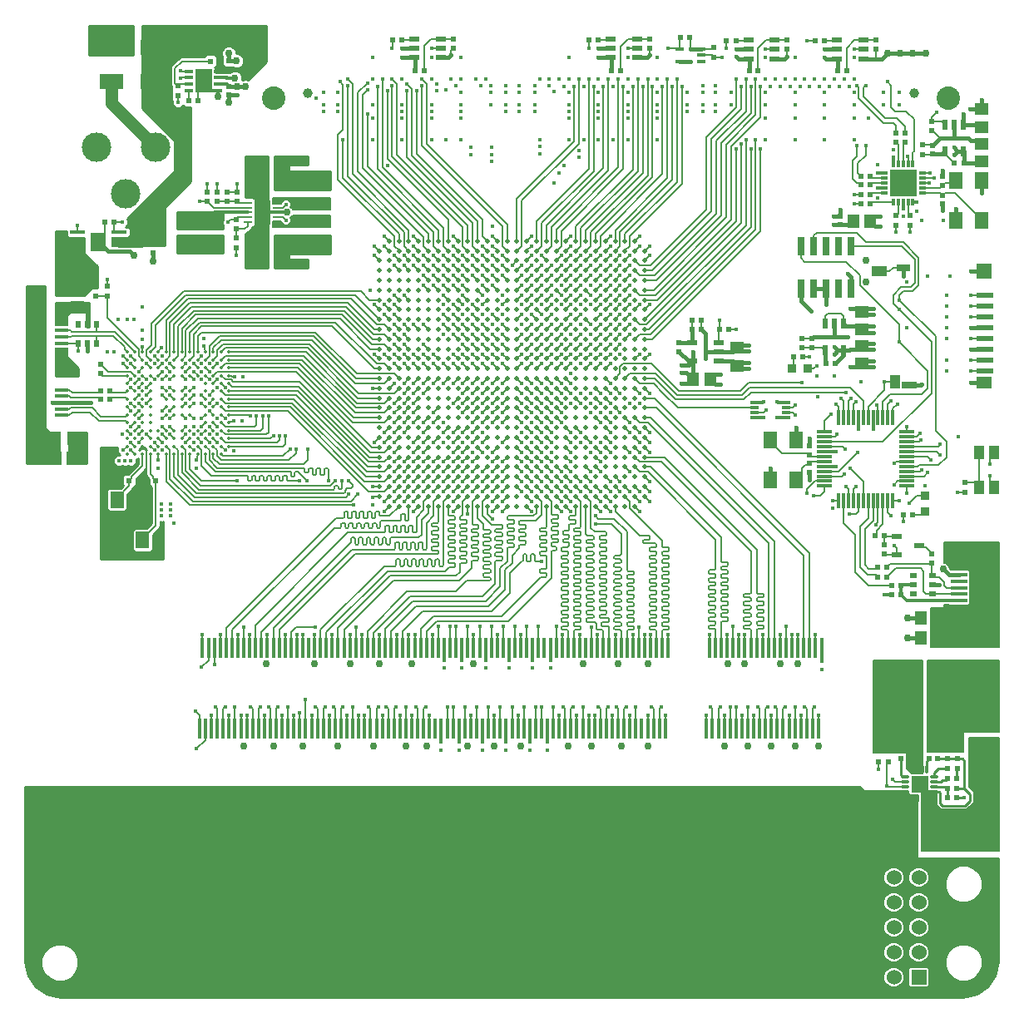
<source format=gtl>
G04 (created by PCBNEW-RS274X (2012-apr-16-27)-stable) date Mon 13 Jan 2014 12:08:28 PM PST*
G01*
G70*
G90*
%MOIN*%
G04 Gerber Fmt 3.4, Leading zero omitted, Abs format*
%FSLAX34Y34*%
G04 APERTURE LIST*
%ADD10C,0.006500*%
%ADD11O,0.011000X0.033500*%
%ADD12O,0.033500X0.011000*%
%ADD13R,0.066900X0.066900*%
%ADD14C,0.017700*%
%ADD15R,0.043300X0.023600*%
%ADD16R,0.029500X0.011800*%
%ADD17R,0.011800X0.029500*%
%ADD18R,0.108300X0.108300*%
%ADD19C,0.023600*%
%ADD20R,0.035400X0.011800*%
%ADD21R,0.053100X0.065000*%
%ADD22R,0.023600X0.043300*%
%ADD23R,0.024400X0.022400*%
%ADD24R,0.041300X0.055100*%
%ADD25R,0.037400X0.035400*%
%ADD26R,0.035400X0.037400*%
%ADD27R,0.022400X0.024400*%
%ADD28R,0.037400X0.015700*%
%ADD29R,0.094500X0.061000*%
%ADD30R,0.045300X0.057100*%
%ADD31R,0.037400X0.039400*%
%ADD32R,0.031500X0.021700*%
%ADD33R,0.047200X0.057100*%
%ADD34R,0.024400X0.024400*%
%ADD35R,0.057100X0.047200*%
%ADD36R,0.145700X0.047200*%
%ADD37R,0.045300X0.070900*%
%ADD38R,0.106300X0.045300*%
%ADD39R,0.070900X0.045300*%
%ADD40R,0.045300X0.106300*%
%ADD41R,0.129900X0.322800*%
%ADD42R,0.057100X0.045300*%
%ADD43R,0.021700X0.031500*%
%ADD44R,0.068900X0.023600*%
%ADD45R,0.059100X0.051200*%
%ADD46R,0.059100X0.059100*%
%ADD47R,0.055100X0.031500*%
%ADD48R,0.059100X0.031500*%
%ADD49R,0.039400X0.057100*%
%ADD50R,0.061000X0.039400*%
%ADD51R,0.063000X0.015700*%
%ADD52R,0.061800X0.074400*%
%ADD53R,0.033500X0.013800*%
%ADD54R,0.065000X0.094500*%
%ADD55R,0.033500X0.011000*%
%ADD56R,0.032400X0.047200*%
%ADD57R,0.011000X0.027600*%
%ADD58C,0.023000*%
%ADD59R,0.026600X0.007900*%
%ADD60R,0.061000X0.015700*%
%ADD61R,0.053100X0.015700*%
%ADD62R,0.074800X0.070900*%
%ADD63R,0.074800X0.090600*%
%ADD64C,0.074800*%
%ADD65R,0.059100X0.011800*%
%ADD66R,0.011800X0.059100*%
%ADD67C,0.039400*%
%ADD68C,0.094000*%
%ADD69R,0.068900X0.015700*%
%ADD70R,0.081400X0.056100*%
%ADD71R,0.057100X0.084300*%
%ADD72R,0.025000X0.071900*%
%ADD73R,0.111600X0.063000*%
%ADD74C,0.063000*%
%ADD75C,0.057100*%
%ADD76C,0.019700*%
%ADD77C,0.013800*%
%ADD78R,0.039400X0.023600*%
%ADD79R,0.029100X0.072800*%
%ADD80R,0.013800X0.078700*%
%ADD81R,0.060000X0.060000*%
%ADD82C,0.060000*%
%ADD83C,0.118100*%
%ADD84C,0.030000*%
%ADD85C,0.007000*%
%ADD86C,0.011800*%
%ADD87C,0.017700*%
%ADD88C,0.015700*%
%ADD89C,0.016000*%
%ADD90C,0.010400*%
%ADD91C,0.050000*%
%ADD92C,0.010000*%
G04 APERTURE END LIST*
G54D10*
G54D11*
X67223Y-48534D03*
X67420Y-48534D03*
X67616Y-48534D03*
X67813Y-48534D03*
G54D12*
X68099Y-48248D03*
X68099Y-48051D03*
X68099Y-47855D03*
X68099Y-47658D03*
G54D11*
X67813Y-47372D03*
X67616Y-47372D03*
X67420Y-47372D03*
X67223Y-47372D03*
G54D12*
X66937Y-47658D03*
X66937Y-47855D03*
X66937Y-48051D03*
X66937Y-48248D03*
G54D13*
X67518Y-47953D03*
G54D14*
X67321Y-48150D03*
X67321Y-47756D03*
X67518Y-47953D03*
X67715Y-48150D03*
X67715Y-47756D03*
G54D15*
X60650Y-18130D03*
X60650Y-18504D03*
X60650Y-18878D03*
X61712Y-18878D03*
X61712Y-18504D03*
X61712Y-18130D03*
X47264Y-18091D03*
X47264Y-18465D03*
X47264Y-18839D03*
X48326Y-18839D03*
X48326Y-18465D03*
X48326Y-18091D03*
X55138Y-18091D03*
X55138Y-18465D03*
X55138Y-18839D03*
X56200Y-18839D03*
X56200Y-18465D03*
X56200Y-18091D03*
X64193Y-18130D03*
X64193Y-18504D03*
X64193Y-18878D03*
X65255Y-18878D03*
X65255Y-18504D03*
X65255Y-18130D03*
G54D16*
X67619Y-24252D03*
G54D17*
X67245Y-23090D03*
G54D16*
X66083Y-23464D03*
G54D17*
X66457Y-24626D03*
G54D16*
X67619Y-24055D03*
G54D17*
X67048Y-23090D03*
G54D16*
X66083Y-23661D03*
G54D17*
X66654Y-24626D03*
G54D16*
X67619Y-23858D03*
G54D17*
X66851Y-23090D03*
G54D16*
X66083Y-23858D03*
G54D17*
X66851Y-24626D03*
G54D16*
X67619Y-23661D03*
G54D17*
X66654Y-23090D03*
G54D16*
X66083Y-24055D03*
G54D17*
X67048Y-24626D03*
G54D16*
X67619Y-23464D03*
G54D17*
X66457Y-23090D03*
G54D16*
X66083Y-24252D03*
G54D17*
X67245Y-24626D03*
G54D18*
X66851Y-23858D03*
G54D19*
X67245Y-24252D03*
X66851Y-24252D03*
X66457Y-24252D03*
X67245Y-23858D03*
X66851Y-23858D03*
X66457Y-23858D03*
X67245Y-23464D03*
X66851Y-23464D03*
X66457Y-23464D03*
G54D20*
X62165Y-33248D03*
X62165Y-33051D03*
X62165Y-32855D03*
X62165Y-32658D03*
X60905Y-32658D03*
X60905Y-32855D03*
X60905Y-33051D03*
X60905Y-33248D03*
G54D21*
X62559Y-35768D03*
X62559Y-34154D03*
X61535Y-34154D03*
X61535Y-35768D03*
X36378Y-38169D03*
X36378Y-36555D03*
X35354Y-36555D03*
X35354Y-38169D03*
X68976Y-23760D03*
X68976Y-25374D03*
X70000Y-25374D03*
X70000Y-23760D03*
G54D22*
X69272Y-21516D03*
X68898Y-21516D03*
X68524Y-21516D03*
X68524Y-22578D03*
X69272Y-22578D03*
G54D15*
X59468Y-31004D03*
X59468Y-30630D03*
X59468Y-30256D03*
X58406Y-30256D03*
X58406Y-31004D03*
G54D22*
X64468Y-29507D03*
X64094Y-29507D03*
X63720Y-29507D03*
X63720Y-30569D03*
X64468Y-30569D03*
G54D23*
X69331Y-36252D03*
X69331Y-35874D03*
G54D24*
X69912Y-36064D03*
X69912Y-34646D03*
X70482Y-36064D03*
X70482Y-34646D03*
G54D25*
X67716Y-37008D03*
X67716Y-36378D03*
G54D26*
X62401Y-31299D03*
X63031Y-31299D03*
G54D27*
X67236Y-37165D03*
X66858Y-37165D03*
X62449Y-30827D03*
X62827Y-30827D03*
G54D28*
X58779Y-18996D03*
X58779Y-18740D03*
X58779Y-18484D03*
X57913Y-18484D03*
X57913Y-18996D03*
G54D29*
X36772Y-18425D03*
X35118Y-18425D03*
X36772Y-19803D03*
X35118Y-19803D03*
G54D27*
X57921Y-18031D03*
X58299Y-18031D03*
G54D30*
X68267Y-41299D03*
X67559Y-41299D03*
G54D31*
X67203Y-49095D03*
X67833Y-49095D03*
G54D32*
X68021Y-40334D03*
X68021Y-39960D03*
X68021Y-39586D03*
X67253Y-39586D03*
X67253Y-39960D03*
X67253Y-40334D03*
G54D33*
X64862Y-25394D03*
X65532Y-25394D03*
X67578Y-42086D03*
X68248Y-42086D03*
G54D30*
X32874Y-34094D03*
X33582Y-34094D03*
G54D34*
X64331Y-25531D03*
X64331Y-25177D03*
G54D33*
X33563Y-34882D03*
X32893Y-34882D03*
G54D35*
X33779Y-28839D03*
X33779Y-28169D03*
G54D34*
X61043Y-19370D03*
X60689Y-19370D03*
X64586Y-19370D03*
X64232Y-19370D03*
X47657Y-19370D03*
X47303Y-19370D03*
X55531Y-19370D03*
X55177Y-19370D03*
G54D27*
X60150Y-18150D03*
X59772Y-18150D03*
X63693Y-18150D03*
X63315Y-18150D03*
X46764Y-18110D03*
X46386Y-18110D03*
X54638Y-18110D03*
X54260Y-18110D03*
G54D36*
X43150Y-23583D03*
X43150Y-24685D03*
X43150Y-25394D03*
X43150Y-26496D03*
G54D37*
X40747Y-26339D03*
X41929Y-26339D03*
X41929Y-23740D03*
X40747Y-23740D03*
G54D38*
X39055Y-25236D03*
X39055Y-26418D03*
G54D39*
X69961Y-45236D03*
X69961Y-46418D03*
G54D40*
X66927Y-50039D03*
X68109Y-50039D03*
G54D34*
X40157Y-24586D03*
X40157Y-24232D03*
G54D23*
X62795Y-30465D03*
X62795Y-30087D03*
X67638Y-22709D03*
X67638Y-22331D03*
G54D27*
X64126Y-31101D03*
X63748Y-31101D03*
X69283Y-23071D03*
X68905Y-23071D03*
G54D41*
X66673Y-44842D03*
X68523Y-44842D03*
G54D42*
X70000Y-21614D03*
X70000Y-20906D03*
X65197Y-30394D03*
X65197Y-31102D03*
X70000Y-22992D03*
X70000Y-22284D03*
X65197Y-29724D03*
X65197Y-29016D03*
X60196Y-31181D03*
X60196Y-30473D03*
G54D30*
X58426Y-31732D03*
X59134Y-31732D03*
G54D43*
X33799Y-30286D03*
X34173Y-30286D03*
X34547Y-30286D03*
X34547Y-29518D03*
X34173Y-29518D03*
X33799Y-29518D03*
G54D34*
X63189Y-30453D03*
X63189Y-30099D03*
X68031Y-22697D03*
X68031Y-22343D03*
G54D23*
X56693Y-18079D03*
X56693Y-18457D03*
X59252Y-18811D03*
X59252Y-18433D03*
X48819Y-18079D03*
X48819Y-18457D03*
G54D27*
X65874Y-47047D03*
X66252Y-47047D03*
G54D23*
X62205Y-18118D03*
X62205Y-18496D03*
X67992Y-21764D03*
X67992Y-21386D03*
X65748Y-18118D03*
X65748Y-18496D03*
G54D44*
X70147Y-31378D03*
X70147Y-30945D03*
X70147Y-30512D03*
X70147Y-30079D03*
X70147Y-29646D03*
X70147Y-29213D03*
X70147Y-28780D03*
X70147Y-28347D03*
G54D45*
X70098Y-31850D03*
G54D46*
X70098Y-27382D03*
G54D47*
X66850Y-27244D03*
G54D48*
X67106Y-31949D03*
G54D49*
X66516Y-31821D03*
G54D50*
X65896Y-27402D03*
G54D34*
X36811Y-26299D03*
X36811Y-26653D03*
X39840Y-19979D03*
X39840Y-20333D03*
X39840Y-19310D03*
X39840Y-18956D03*
X58406Y-29724D03*
X58760Y-29724D03*
X66752Y-46929D03*
X67106Y-46929D03*
X67892Y-46929D03*
X68246Y-46929D03*
X68642Y-47716D03*
X68996Y-47716D03*
G54D27*
X59874Y-29724D03*
X59496Y-29724D03*
X58394Y-29370D03*
X58772Y-29370D03*
G54D23*
X39370Y-24598D03*
X39370Y-24220D03*
X39764Y-24220D03*
X39764Y-24598D03*
X38976Y-24220D03*
X38976Y-24598D03*
X68622Y-47315D03*
X68622Y-46937D03*
X40118Y-25323D03*
X40118Y-25701D03*
X40118Y-26071D03*
X40118Y-26449D03*
G54D27*
X39100Y-18975D03*
X39478Y-18975D03*
G54D23*
X37795Y-19968D03*
X37795Y-20346D03*
G54D27*
X38233Y-20550D03*
X38611Y-20550D03*
X34850Y-25433D03*
X35228Y-25433D03*
G54D23*
X57874Y-30622D03*
X57874Y-30244D03*
G54D27*
X68630Y-48504D03*
X69008Y-48504D03*
X68630Y-48110D03*
X69008Y-48110D03*
G54D23*
X69016Y-47315D03*
X69016Y-46937D03*
G54D51*
X35433Y-26604D03*
X35433Y-26348D03*
X35433Y-26092D03*
X35433Y-25836D03*
X33779Y-25836D03*
X33779Y-26092D03*
X33779Y-26348D03*
X33779Y-26604D03*
G54D52*
X34606Y-26220D03*
G54D14*
X34783Y-26456D03*
X34429Y-26456D03*
X34606Y-26220D03*
X34783Y-25984D03*
X34429Y-25984D03*
G54D53*
X38235Y-19379D03*
X38235Y-19635D03*
X38235Y-19891D03*
X38235Y-20147D03*
X39397Y-20147D03*
X39397Y-19891D03*
X39397Y-19635D03*
X39397Y-19379D03*
G54D54*
X38816Y-19763D03*
G54D14*
X38619Y-19468D03*
X39013Y-19468D03*
X38816Y-19763D03*
X38619Y-20058D03*
X39013Y-20058D03*
G54D55*
X40590Y-24645D03*
X40590Y-24842D03*
X40590Y-25039D03*
X40590Y-25236D03*
X40590Y-25433D03*
X41772Y-25433D03*
X41772Y-25236D03*
X41772Y-25039D03*
X41772Y-24842D03*
X41772Y-24645D03*
G54D56*
X41343Y-25275D03*
X41343Y-24803D03*
X41019Y-24803D03*
X41019Y-25275D03*
G54D57*
X41279Y-24429D03*
X41083Y-24429D03*
X41083Y-25649D03*
X41279Y-25649D03*
G54D58*
X41181Y-25039D03*
X41378Y-24744D03*
X40984Y-24744D03*
X40984Y-25334D03*
X41378Y-25334D03*
G54D23*
X67126Y-25165D03*
X67126Y-25543D03*
X66575Y-25165D03*
X66575Y-25543D03*
G54D27*
X65543Y-24685D03*
X65165Y-24685D03*
X65543Y-24331D03*
X65165Y-24331D03*
X65543Y-23937D03*
X65165Y-23937D03*
X65543Y-23583D03*
X65165Y-23583D03*
G54D23*
X66575Y-22236D03*
X66575Y-21858D03*
X66929Y-22236D03*
X66929Y-21858D03*
X34685Y-31110D03*
X34685Y-31488D03*
G54D34*
X35059Y-32539D03*
X34705Y-32539D03*
X35059Y-32185D03*
X34705Y-32185D03*
G54D59*
X33726Y-32263D03*
X33726Y-32460D03*
G54D60*
X33898Y-32657D03*
G54D59*
X33726Y-32854D03*
X33726Y-33051D03*
X34070Y-33051D03*
X34070Y-32854D03*
X34070Y-32460D03*
X34070Y-32263D03*
G54D61*
X33120Y-29508D03*
X33120Y-29764D03*
X33120Y-30020D03*
X33120Y-30276D03*
X33120Y-30532D03*
X33120Y-32146D03*
X33120Y-32402D03*
X33120Y-32658D03*
X33120Y-32914D03*
X33120Y-33170D03*
G54D62*
X32067Y-29567D03*
X32067Y-30473D03*
G54D63*
X32067Y-31496D03*
G54D62*
X32067Y-32579D03*
G54D63*
X32067Y-33603D03*
X32067Y-28544D03*
G54D64*
X32067Y-33544D03*
X32067Y-28603D03*
G54D34*
X68425Y-24350D03*
X68425Y-24704D03*
X68425Y-23602D03*
X68425Y-23956D03*
G54D65*
X63700Y-33838D03*
G54D66*
X64271Y-36575D03*
G54D65*
X67008Y-36004D03*
G54D66*
X66437Y-33267D03*
G54D65*
X63700Y-34035D03*
G54D66*
X64468Y-36575D03*
G54D65*
X67008Y-35807D03*
G54D66*
X66240Y-33267D03*
G54D65*
X63700Y-34232D03*
G54D66*
X64665Y-36575D03*
G54D65*
X67008Y-35610D03*
G54D66*
X66043Y-33267D03*
G54D65*
X63700Y-34429D03*
G54D66*
X64862Y-36575D03*
G54D65*
X67008Y-35413D03*
G54D66*
X65846Y-33267D03*
G54D65*
X63700Y-34626D03*
G54D66*
X65059Y-36575D03*
G54D65*
X67008Y-35216D03*
G54D66*
X65649Y-33267D03*
G54D65*
X63700Y-34823D03*
G54D66*
X65256Y-36575D03*
G54D65*
X67008Y-35019D03*
G54D66*
X65452Y-33267D03*
G54D65*
X63700Y-35019D03*
G54D66*
X65452Y-36575D03*
G54D65*
X67008Y-34823D03*
G54D66*
X65256Y-33267D03*
G54D65*
X63700Y-35216D03*
G54D66*
X65649Y-36575D03*
G54D65*
X67008Y-34626D03*
G54D66*
X65059Y-33267D03*
G54D65*
X63700Y-35413D03*
G54D66*
X65846Y-36575D03*
G54D65*
X67008Y-34429D03*
G54D66*
X64862Y-33267D03*
G54D65*
X63700Y-35610D03*
G54D66*
X66043Y-36575D03*
G54D65*
X67008Y-34232D03*
G54D66*
X64665Y-33267D03*
G54D65*
X63700Y-35807D03*
G54D66*
X66240Y-36575D03*
G54D65*
X67008Y-34035D03*
G54D66*
X64468Y-33267D03*
G54D65*
X63700Y-36004D03*
G54D66*
X66437Y-36575D03*
G54D65*
X67008Y-33838D03*
G54D66*
X64271Y-33267D03*
G54D67*
X67282Y-20271D03*
X42994Y-20271D03*
G54D68*
X68654Y-20472D03*
X41622Y-20472D03*
G54D23*
X34961Y-28000D03*
X34961Y-28378D03*
X34488Y-28378D03*
X34488Y-28000D03*
G54D34*
X35847Y-35787D03*
X36201Y-35787D03*
X36909Y-35787D03*
X36555Y-35787D03*
G54D23*
X67992Y-38708D03*
X67992Y-39086D03*
G54D27*
X66385Y-39999D03*
X66763Y-39999D03*
X65834Y-39645D03*
X66212Y-39645D03*
X65834Y-39251D03*
X66212Y-39251D03*
G54D34*
X63110Y-34744D03*
X63110Y-34390D03*
X63110Y-35453D03*
X63110Y-35099D03*
G54D69*
X69085Y-40590D03*
X69085Y-40334D03*
X69085Y-40078D03*
X69085Y-39822D03*
X69085Y-39566D03*
G54D70*
X70210Y-40457D03*
X70210Y-39699D03*
G54D71*
X69026Y-41192D03*
X69026Y-38964D03*
G54D72*
X69539Y-41254D03*
X69539Y-38902D03*
G54D73*
X69972Y-41161D03*
X69972Y-38995D03*
G54D74*
X70197Y-41161D03*
X70197Y-38995D03*
G54D75*
X69027Y-41057D03*
X69027Y-39099D03*
G54D27*
X65716Y-37992D03*
X66094Y-37992D03*
G54D23*
X66102Y-38732D03*
X66102Y-38354D03*
G54D34*
X66751Y-40354D03*
X66397Y-40354D03*
G54D76*
X46260Y-26181D03*
X46653Y-26181D03*
X47047Y-26181D03*
X47441Y-26181D03*
X47835Y-26181D03*
X48228Y-26181D03*
X48622Y-26181D03*
X49016Y-26181D03*
X49409Y-26181D03*
X49803Y-26181D03*
X50197Y-26181D03*
X50590Y-26181D03*
X50984Y-26181D03*
X51378Y-26181D03*
X51772Y-26181D03*
X52165Y-26181D03*
X52559Y-26181D03*
X52953Y-26181D03*
X53346Y-26181D03*
X53740Y-26181D03*
X54134Y-26181D03*
X54527Y-26181D03*
X54921Y-26181D03*
X55315Y-26181D03*
X55709Y-26181D03*
X56102Y-26181D03*
X45866Y-26575D03*
X46260Y-26575D03*
X46653Y-26575D03*
X47047Y-26575D03*
X47441Y-26575D03*
X47835Y-26575D03*
X48228Y-26575D03*
X48622Y-26575D03*
X49016Y-26575D03*
X49409Y-26575D03*
X49803Y-26575D03*
X50197Y-26575D03*
X50590Y-26575D03*
X50984Y-26575D03*
X51378Y-26575D03*
X51772Y-26575D03*
X52165Y-26575D03*
X52559Y-26575D03*
X52953Y-26575D03*
X53346Y-26575D03*
X53740Y-26575D03*
X54134Y-26575D03*
X54527Y-26575D03*
X54921Y-26575D03*
X55315Y-26575D03*
X55709Y-26575D03*
X56102Y-26575D03*
X56496Y-26575D03*
X45866Y-26968D03*
X46260Y-26968D03*
X46653Y-26968D03*
X47047Y-26968D03*
X47441Y-26968D03*
X47835Y-26968D03*
X48228Y-26968D03*
X48622Y-26968D03*
X49016Y-26968D03*
X49409Y-26968D03*
X49803Y-26968D03*
X50197Y-26968D03*
X50590Y-26968D03*
X50984Y-26968D03*
X51378Y-26968D03*
X51772Y-26968D03*
X52165Y-26968D03*
X52559Y-26968D03*
X52953Y-26968D03*
X53346Y-26968D03*
X53740Y-26968D03*
X54134Y-26968D03*
X54527Y-26968D03*
X54921Y-26968D03*
X55315Y-26968D03*
X55709Y-26968D03*
X56102Y-26968D03*
X56496Y-26968D03*
X45866Y-27362D03*
X46260Y-27362D03*
X46653Y-27362D03*
X47047Y-27362D03*
X47441Y-27362D03*
X47835Y-27362D03*
X48228Y-27362D03*
X48622Y-27362D03*
X49016Y-27362D03*
X49409Y-27362D03*
X49803Y-27362D03*
X50197Y-27362D03*
X50590Y-27362D03*
X50984Y-27362D03*
X51378Y-27362D03*
X51772Y-27362D03*
X52165Y-27362D03*
X52559Y-27362D03*
X52953Y-27362D03*
X53346Y-27362D03*
X53740Y-27362D03*
X54134Y-27362D03*
X54527Y-27362D03*
X54921Y-27362D03*
X55315Y-27362D03*
X55709Y-27362D03*
X56102Y-27362D03*
X56496Y-27362D03*
X45866Y-27756D03*
X46260Y-27756D03*
X46653Y-27756D03*
X47047Y-27756D03*
X47441Y-27756D03*
X47835Y-27756D03*
X48228Y-27756D03*
X48622Y-27756D03*
X49016Y-27756D03*
X49409Y-27756D03*
X49803Y-27756D03*
X50197Y-27756D03*
X50590Y-27756D03*
X50984Y-27756D03*
X51378Y-27756D03*
X51772Y-27756D03*
X52165Y-27756D03*
X52559Y-27756D03*
X52953Y-27756D03*
X53346Y-27756D03*
X53740Y-27756D03*
X54134Y-27756D03*
X54527Y-27756D03*
X54921Y-27756D03*
X55315Y-27756D03*
X55709Y-27756D03*
X56102Y-27756D03*
X56496Y-27756D03*
X45866Y-28150D03*
X46260Y-28150D03*
X46653Y-28150D03*
X47047Y-28150D03*
X47441Y-28150D03*
X47835Y-28150D03*
X48228Y-28150D03*
X48622Y-28150D03*
X49016Y-28150D03*
X49409Y-28150D03*
X49803Y-28150D03*
X50197Y-28150D03*
X50590Y-28150D03*
X50984Y-28150D03*
X51378Y-28150D03*
X51772Y-28150D03*
X52165Y-28150D03*
X52559Y-28150D03*
X52953Y-28150D03*
X53346Y-28150D03*
X53740Y-28150D03*
X54134Y-28150D03*
X54527Y-28150D03*
X54921Y-28150D03*
X55315Y-28150D03*
X55709Y-28150D03*
X56102Y-28150D03*
X56496Y-28150D03*
X45866Y-28543D03*
X46260Y-28543D03*
X46653Y-28543D03*
X47047Y-28543D03*
X47441Y-28543D03*
X47835Y-28543D03*
X48228Y-28543D03*
X48622Y-28543D03*
X49016Y-28543D03*
X49409Y-28543D03*
X49803Y-28543D03*
X50197Y-28543D03*
X50590Y-28543D03*
X50984Y-28543D03*
X51378Y-28543D03*
X51772Y-28543D03*
X52165Y-28543D03*
X52559Y-28543D03*
X52953Y-28543D03*
X53346Y-28543D03*
X53740Y-28543D03*
X54134Y-28543D03*
X54527Y-28543D03*
X54921Y-28543D03*
X55315Y-28543D03*
X55709Y-28543D03*
X56102Y-28543D03*
X56496Y-28543D03*
X45866Y-28937D03*
X46260Y-28937D03*
X46653Y-28937D03*
X47047Y-28937D03*
X47441Y-28937D03*
X47835Y-28937D03*
X48228Y-28937D03*
X48622Y-28937D03*
X49016Y-28937D03*
X49409Y-28937D03*
X49803Y-28937D03*
X50197Y-28937D03*
X50590Y-28937D03*
X50984Y-28937D03*
X51378Y-28937D03*
X51772Y-28937D03*
X52165Y-28937D03*
X52559Y-28937D03*
X52953Y-28937D03*
X53346Y-28937D03*
X53740Y-28937D03*
X54134Y-28937D03*
X54527Y-28937D03*
X54921Y-28937D03*
X55315Y-28937D03*
X55709Y-28937D03*
X56102Y-28937D03*
X56496Y-28937D03*
X45866Y-29331D03*
X46260Y-29331D03*
X46653Y-29331D03*
X47047Y-29331D03*
X47441Y-29331D03*
X47835Y-29331D03*
X48228Y-29331D03*
X48622Y-29331D03*
X49016Y-29331D03*
X49409Y-29331D03*
X49803Y-29331D03*
X50197Y-29331D03*
X50590Y-29331D03*
X50984Y-29331D03*
X51378Y-29331D03*
X51772Y-29331D03*
X52165Y-29331D03*
X52559Y-29331D03*
X52953Y-29331D03*
X53346Y-29331D03*
X53740Y-29331D03*
X54134Y-29331D03*
X54527Y-29331D03*
X54921Y-29331D03*
X55315Y-29331D03*
X55709Y-29331D03*
X56102Y-29331D03*
X56496Y-29331D03*
X45866Y-29724D03*
X46260Y-29724D03*
X46653Y-29724D03*
X47047Y-29724D03*
X47441Y-29724D03*
X47835Y-29724D03*
X48228Y-29724D03*
X48622Y-29724D03*
X49016Y-29724D03*
X49409Y-29724D03*
X49803Y-29724D03*
X50197Y-29724D03*
X50590Y-29724D03*
X50984Y-29724D03*
X51378Y-29724D03*
X51772Y-29724D03*
X52165Y-29724D03*
X52559Y-29724D03*
X52953Y-29724D03*
X53346Y-29724D03*
X53740Y-29724D03*
X54134Y-29724D03*
X54527Y-29724D03*
X54921Y-29724D03*
X55315Y-29724D03*
X55709Y-29724D03*
X56102Y-29724D03*
X56496Y-29724D03*
X45866Y-30118D03*
X46260Y-30118D03*
X46653Y-30118D03*
X47047Y-30118D03*
X47441Y-30118D03*
X47835Y-30118D03*
X48228Y-30118D03*
X48622Y-30118D03*
X49016Y-30118D03*
X49409Y-30118D03*
X49803Y-30118D03*
X50197Y-30118D03*
X50590Y-30118D03*
X50984Y-30118D03*
X51378Y-30118D03*
X51772Y-30118D03*
X52165Y-30118D03*
X52559Y-30118D03*
X52953Y-30118D03*
X53346Y-30118D03*
X53740Y-30118D03*
X54134Y-30118D03*
X54527Y-30118D03*
X54921Y-30118D03*
X55315Y-30118D03*
X55709Y-30118D03*
X56102Y-30118D03*
X56496Y-30118D03*
X45866Y-30512D03*
X46260Y-30512D03*
X46653Y-30512D03*
X47047Y-30512D03*
X47441Y-30512D03*
X47835Y-30512D03*
X48228Y-30512D03*
X48622Y-30512D03*
X49016Y-30512D03*
X49409Y-30512D03*
X49803Y-30512D03*
X50197Y-30512D03*
X50590Y-30512D03*
X50984Y-30512D03*
X51378Y-30512D03*
X51772Y-30512D03*
X52165Y-30512D03*
X52559Y-30512D03*
X52953Y-30512D03*
X53346Y-30512D03*
X53740Y-30512D03*
X54134Y-30512D03*
X54527Y-30512D03*
X54921Y-30512D03*
X55315Y-30512D03*
X55709Y-30512D03*
X56102Y-30512D03*
X56496Y-30512D03*
X45866Y-30905D03*
X46260Y-30905D03*
X46653Y-30905D03*
X47047Y-30905D03*
X47441Y-30905D03*
X47835Y-30905D03*
X48228Y-30905D03*
X48622Y-30905D03*
X49016Y-30905D03*
X49409Y-30905D03*
X49803Y-30905D03*
X50197Y-30905D03*
X50590Y-30905D03*
X50984Y-30905D03*
X51378Y-30905D03*
X51772Y-30905D03*
X52165Y-30905D03*
X52559Y-30905D03*
X52953Y-30905D03*
X53346Y-30905D03*
X53740Y-30905D03*
X54134Y-30905D03*
X54527Y-30905D03*
X54921Y-30905D03*
X55315Y-30905D03*
X55709Y-30905D03*
X56102Y-30905D03*
X56496Y-30905D03*
X45866Y-31299D03*
X46260Y-31299D03*
X46653Y-31299D03*
X47047Y-31299D03*
X47441Y-31299D03*
X47835Y-31299D03*
X48228Y-31299D03*
X48622Y-31299D03*
X49016Y-31299D03*
X49409Y-31299D03*
X49803Y-31299D03*
X50197Y-31299D03*
X50590Y-31299D03*
X50984Y-31299D03*
X51378Y-31299D03*
X51772Y-31299D03*
X52165Y-31299D03*
X52559Y-31299D03*
X52953Y-31299D03*
X53346Y-31299D03*
X53740Y-31299D03*
X54134Y-31299D03*
X54527Y-31299D03*
X54921Y-31299D03*
X55315Y-31299D03*
X55709Y-31299D03*
X56102Y-31299D03*
X56496Y-31299D03*
X45866Y-31693D03*
X46260Y-31693D03*
X46653Y-31693D03*
X47047Y-31693D03*
X47441Y-31693D03*
X47835Y-31693D03*
X48228Y-31693D03*
X48622Y-31693D03*
X49016Y-31693D03*
X49409Y-31693D03*
X49803Y-31693D03*
X50197Y-31693D03*
X50590Y-31693D03*
X50984Y-31693D03*
X51378Y-31693D03*
X51772Y-31693D03*
X52165Y-31693D03*
X52559Y-31693D03*
X52953Y-31693D03*
X53346Y-31693D03*
X53740Y-31693D03*
X54134Y-31693D03*
X54527Y-31693D03*
X54921Y-31693D03*
X55315Y-31693D03*
X55709Y-31693D03*
X56102Y-31693D03*
X56496Y-31693D03*
X45866Y-32087D03*
X46260Y-32087D03*
X46653Y-32087D03*
X47047Y-32087D03*
X47441Y-32087D03*
X47835Y-32087D03*
X48228Y-32087D03*
X48622Y-32087D03*
X49016Y-32087D03*
X49409Y-32087D03*
X49803Y-32087D03*
X50197Y-32087D03*
X50590Y-32087D03*
X50984Y-32087D03*
X51378Y-32087D03*
X51772Y-32087D03*
X52165Y-32087D03*
X52559Y-32087D03*
X52953Y-32087D03*
X53346Y-32087D03*
X53740Y-32087D03*
X54134Y-32087D03*
X54527Y-32087D03*
X54921Y-32087D03*
X55315Y-32087D03*
X55709Y-32087D03*
X56102Y-32087D03*
X56496Y-32087D03*
X45866Y-32480D03*
X46260Y-32480D03*
X46653Y-32480D03*
X47047Y-32480D03*
X47441Y-32480D03*
X47835Y-32480D03*
X48228Y-32480D03*
X48622Y-32480D03*
X49016Y-32480D03*
X49409Y-32480D03*
X49803Y-32480D03*
X50197Y-32480D03*
X50590Y-32480D03*
X50984Y-32480D03*
X51378Y-32480D03*
X51772Y-32480D03*
X52165Y-32480D03*
X52559Y-32480D03*
X52953Y-32480D03*
X53346Y-32480D03*
X53740Y-32480D03*
X54134Y-32480D03*
X54527Y-32480D03*
X54921Y-32480D03*
X55315Y-32480D03*
X55709Y-32480D03*
X56102Y-32480D03*
X56496Y-32480D03*
X45866Y-32874D03*
X46260Y-32874D03*
X46653Y-32874D03*
X47047Y-32874D03*
X47441Y-32874D03*
X47835Y-32874D03*
X48228Y-32874D03*
X48622Y-32874D03*
X49016Y-32874D03*
X49409Y-32874D03*
X49803Y-32874D03*
X50197Y-32874D03*
X50590Y-32874D03*
X50984Y-32874D03*
X51378Y-32874D03*
X51772Y-32874D03*
X52165Y-32874D03*
X52559Y-32874D03*
X52953Y-32874D03*
X53346Y-32874D03*
X53740Y-32874D03*
X54134Y-32874D03*
X54527Y-32874D03*
X54921Y-32874D03*
X55315Y-32874D03*
X55709Y-32874D03*
X56102Y-32874D03*
X56496Y-32874D03*
X45866Y-33268D03*
X46260Y-33268D03*
X46653Y-33268D03*
X47047Y-33268D03*
X47441Y-33268D03*
X47835Y-33268D03*
X48228Y-33268D03*
X48622Y-33268D03*
X49016Y-33268D03*
X49409Y-33268D03*
X49803Y-33268D03*
X50197Y-33268D03*
X50590Y-33268D03*
X50984Y-33268D03*
X51378Y-33268D03*
X51772Y-33268D03*
X52165Y-33268D03*
X52559Y-33268D03*
X52953Y-33268D03*
X53346Y-33268D03*
X53740Y-33268D03*
X54134Y-33268D03*
X54527Y-33268D03*
X54921Y-33268D03*
X55315Y-33268D03*
X55709Y-33268D03*
X56102Y-33268D03*
X56496Y-33268D03*
X45866Y-33661D03*
X46260Y-33661D03*
X46653Y-33661D03*
X47047Y-33661D03*
X47441Y-33661D03*
X47835Y-33661D03*
X48228Y-33661D03*
X48622Y-33661D03*
X49016Y-33661D03*
X49409Y-33661D03*
X49803Y-33661D03*
X50197Y-33661D03*
X50590Y-33661D03*
X50984Y-33661D03*
X51378Y-33661D03*
X51772Y-33661D03*
X52165Y-33661D03*
X52559Y-33661D03*
X52953Y-33661D03*
X53346Y-33661D03*
X53740Y-33661D03*
X54134Y-33661D03*
X54527Y-33661D03*
X54921Y-33661D03*
X55315Y-33661D03*
X55709Y-33661D03*
X56102Y-33661D03*
X56496Y-33661D03*
X45866Y-34055D03*
X46260Y-34055D03*
X46653Y-34055D03*
X47047Y-34055D03*
X47441Y-34055D03*
X47835Y-34055D03*
X48228Y-34055D03*
X48622Y-34055D03*
X49016Y-34055D03*
X49409Y-34055D03*
X49803Y-34055D03*
X50197Y-34055D03*
X50590Y-34055D03*
X50984Y-34055D03*
X51378Y-34055D03*
X51772Y-34055D03*
X52165Y-34055D03*
X52559Y-34055D03*
X52953Y-34055D03*
X53346Y-34055D03*
X53740Y-34055D03*
X54134Y-34055D03*
X54527Y-34055D03*
X54921Y-34055D03*
X55315Y-34055D03*
X55709Y-34055D03*
X56102Y-34055D03*
X56496Y-34055D03*
X45866Y-34449D03*
X46260Y-34449D03*
X46653Y-34449D03*
X47047Y-34449D03*
X47441Y-34449D03*
X47835Y-34449D03*
X48228Y-34449D03*
X48622Y-34449D03*
X49016Y-34449D03*
X49409Y-34449D03*
X49803Y-34449D03*
X50197Y-34449D03*
X50590Y-34449D03*
X50984Y-34449D03*
X51378Y-34449D03*
X51772Y-34449D03*
X52165Y-34449D03*
X52559Y-34449D03*
X52953Y-34449D03*
X53346Y-34449D03*
X53740Y-34449D03*
X54134Y-34449D03*
X54527Y-34449D03*
X54921Y-34449D03*
X55315Y-34449D03*
X55709Y-34449D03*
X56102Y-34449D03*
X56496Y-34449D03*
X45866Y-34842D03*
X46260Y-34842D03*
X46653Y-34842D03*
X47047Y-34842D03*
X47441Y-34842D03*
X47835Y-34842D03*
X48228Y-34842D03*
X48622Y-34842D03*
X49016Y-34842D03*
X49409Y-34842D03*
X49803Y-34842D03*
X50197Y-34842D03*
X50590Y-34842D03*
X50984Y-34842D03*
X51378Y-34842D03*
X51772Y-34842D03*
X52165Y-34842D03*
X52559Y-34842D03*
X52953Y-34842D03*
X53346Y-34842D03*
X53740Y-34842D03*
X54134Y-34842D03*
X54527Y-34842D03*
X54921Y-34842D03*
X55315Y-34842D03*
X55709Y-34842D03*
X56102Y-34842D03*
X56496Y-34842D03*
X45866Y-35236D03*
X46260Y-35236D03*
X46653Y-35236D03*
X47047Y-35236D03*
X47441Y-35236D03*
X47835Y-35236D03*
X48228Y-35236D03*
X48622Y-35236D03*
X49016Y-35236D03*
X49409Y-35236D03*
X49803Y-35236D03*
X50197Y-35236D03*
X50590Y-35236D03*
X50984Y-35236D03*
X51378Y-35236D03*
X51772Y-35236D03*
X52165Y-35236D03*
X52559Y-35236D03*
X52953Y-35236D03*
X53346Y-35236D03*
X53740Y-35236D03*
X54134Y-35236D03*
X54527Y-35236D03*
X54921Y-35236D03*
X55315Y-35236D03*
X55709Y-35236D03*
X56102Y-35236D03*
X56496Y-35236D03*
X45866Y-35630D03*
X46260Y-35630D03*
X46653Y-35630D03*
X47047Y-35630D03*
X47441Y-35630D03*
X47835Y-35630D03*
X48228Y-35630D03*
X48622Y-35630D03*
X49016Y-35630D03*
X49409Y-35630D03*
X49803Y-35630D03*
X50197Y-35630D03*
X50590Y-35630D03*
X50984Y-35630D03*
X51378Y-35630D03*
X51772Y-35630D03*
X52165Y-35630D03*
X52559Y-35630D03*
X52953Y-35630D03*
X53346Y-35630D03*
X53740Y-35630D03*
X54134Y-35630D03*
X54527Y-35630D03*
X54921Y-35630D03*
X55315Y-35630D03*
X55709Y-35630D03*
X56102Y-35630D03*
X56496Y-35630D03*
X45866Y-36024D03*
X46260Y-36024D03*
X46653Y-36024D03*
X47047Y-36024D03*
X47441Y-36024D03*
X47835Y-36024D03*
X48228Y-36024D03*
X48622Y-36024D03*
X49016Y-36024D03*
X49409Y-36024D03*
X49803Y-36024D03*
X50197Y-36024D03*
X50590Y-36024D03*
X50984Y-36024D03*
X51378Y-36024D03*
X51772Y-36024D03*
X52165Y-36024D03*
X52559Y-36024D03*
X52953Y-36024D03*
X53346Y-36024D03*
X53740Y-36024D03*
X54134Y-36024D03*
X54527Y-36024D03*
X54921Y-36024D03*
X55315Y-36024D03*
X55709Y-36024D03*
X56102Y-36024D03*
X56496Y-36024D03*
X45866Y-36417D03*
X46260Y-36417D03*
X46653Y-36417D03*
X47047Y-36417D03*
X47441Y-36417D03*
X47835Y-36417D03*
X48228Y-36417D03*
X48622Y-36417D03*
X49016Y-36417D03*
X49409Y-36417D03*
X49803Y-36417D03*
X50197Y-36417D03*
X50590Y-36417D03*
X50984Y-36417D03*
X51378Y-36417D03*
X51772Y-36417D03*
X52165Y-36417D03*
X52559Y-36417D03*
X52953Y-36417D03*
X53346Y-36417D03*
X53740Y-36417D03*
X54134Y-36417D03*
X54527Y-36417D03*
X54921Y-36417D03*
X55315Y-36417D03*
X55709Y-36417D03*
X56102Y-36417D03*
X56496Y-36417D03*
X46260Y-36811D03*
X46653Y-36811D03*
X47047Y-36811D03*
X47441Y-36811D03*
X47835Y-36811D03*
X48228Y-36811D03*
X48622Y-36811D03*
X49016Y-36811D03*
X49409Y-36811D03*
X49803Y-36811D03*
X50197Y-36811D03*
X50590Y-36811D03*
X50984Y-36811D03*
X51378Y-36811D03*
X51772Y-36811D03*
X52165Y-36811D03*
X52559Y-36811D03*
X52953Y-36811D03*
X53346Y-36811D03*
X53740Y-36811D03*
X54134Y-36811D03*
X54527Y-36811D03*
X54921Y-36811D03*
X55315Y-36811D03*
X55709Y-36811D03*
X56102Y-36811D03*
G54D77*
X39527Y-34724D03*
X39212Y-34724D03*
X38897Y-34724D03*
X38582Y-34724D03*
X38267Y-34724D03*
X37952Y-34724D03*
X37638Y-34724D03*
X37323Y-34724D03*
X37008Y-34724D03*
X36693Y-34724D03*
X36378Y-34724D03*
X36063Y-34724D03*
X35748Y-34724D03*
X39842Y-34409D03*
X39527Y-34409D03*
X39212Y-34409D03*
X38897Y-34409D03*
X38582Y-34409D03*
X38267Y-34409D03*
X37952Y-34409D03*
X37638Y-34409D03*
X37323Y-34409D03*
X37008Y-34409D03*
X36693Y-34409D03*
X36378Y-34409D03*
X36063Y-34409D03*
X35748Y-34409D03*
X39842Y-34094D03*
X39527Y-34094D03*
X39212Y-34094D03*
X38897Y-34094D03*
X38582Y-34094D03*
X38267Y-34094D03*
X37952Y-34094D03*
X37638Y-34094D03*
X37323Y-34094D03*
X37008Y-34094D03*
X36693Y-34094D03*
X36378Y-34094D03*
X36063Y-34094D03*
X35748Y-34094D03*
X39842Y-33779D03*
X39527Y-33779D03*
X39212Y-33779D03*
X38897Y-33779D03*
X38582Y-33779D03*
X38267Y-33779D03*
X37952Y-33779D03*
X37638Y-33779D03*
X37323Y-33779D03*
X37008Y-33779D03*
X36693Y-33779D03*
X36378Y-33779D03*
X36063Y-33779D03*
X35748Y-33779D03*
X39842Y-33464D03*
X39527Y-33464D03*
X39212Y-33464D03*
X38897Y-33464D03*
X36693Y-33464D03*
X36378Y-33464D03*
X36063Y-33464D03*
X35748Y-33464D03*
X39842Y-33149D03*
X39527Y-33149D03*
X39212Y-33149D03*
X38897Y-33149D03*
X38267Y-33149D03*
X37952Y-33149D03*
X37638Y-33149D03*
X37323Y-33149D03*
X36693Y-33149D03*
X36378Y-33149D03*
X36063Y-33149D03*
X35748Y-33149D03*
X39842Y-32834D03*
X39527Y-32834D03*
X39212Y-32834D03*
X38897Y-32834D03*
X38267Y-32834D03*
X37952Y-32834D03*
X37638Y-32834D03*
X37323Y-32834D03*
X36693Y-32834D03*
X36378Y-32834D03*
X36063Y-32834D03*
X35748Y-32834D03*
X39842Y-32520D03*
X39527Y-32520D03*
X39212Y-32520D03*
X38897Y-32520D03*
X38267Y-32520D03*
X37952Y-32520D03*
X37638Y-32520D03*
X37323Y-32520D03*
X36693Y-32520D03*
X36378Y-32520D03*
X36063Y-32520D03*
X35748Y-32520D03*
X39842Y-32205D03*
X39527Y-32205D03*
X39212Y-32205D03*
X38897Y-32205D03*
X38267Y-32205D03*
X37952Y-32205D03*
X37638Y-32205D03*
X37323Y-32205D03*
X36693Y-32205D03*
X36378Y-32205D03*
X36063Y-32205D03*
X35748Y-32205D03*
X39842Y-31890D03*
X39527Y-31890D03*
X39212Y-31890D03*
X38897Y-31890D03*
X36693Y-31890D03*
X36378Y-31890D03*
X36063Y-31890D03*
X35748Y-31890D03*
X39842Y-31575D03*
X39527Y-31575D03*
X39212Y-31575D03*
X38897Y-31575D03*
X38582Y-31575D03*
X38267Y-31575D03*
X37952Y-31575D03*
X37638Y-31575D03*
X37323Y-31575D03*
X37008Y-31575D03*
X36693Y-31575D03*
X36378Y-31575D03*
X36063Y-31575D03*
X35748Y-31575D03*
X39842Y-31260D03*
X39527Y-31260D03*
X39212Y-31260D03*
X38897Y-31260D03*
X38582Y-31260D03*
X38267Y-31260D03*
X37952Y-31260D03*
X37638Y-31260D03*
X37323Y-31260D03*
X37008Y-31260D03*
X36693Y-31260D03*
X36378Y-31260D03*
X36063Y-31260D03*
X35748Y-31260D03*
X39842Y-30945D03*
X39527Y-30945D03*
X39212Y-30945D03*
X38897Y-30945D03*
X38582Y-30945D03*
X38267Y-30945D03*
X37952Y-30945D03*
X37638Y-30945D03*
X37323Y-30945D03*
X37008Y-30945D03*
X36693Y-30945D03*
X36378Y-30945D03*
X36063Y-30945D03*
X35748Y-30945D03*
X39842Y-30630D03*
X39527Y-30630D03*
X39212Y-30630D03*
X38897Y-30630D03*
X38582Y-30630D03*
X38267Y-30630D03*
X37952Y-30630D03*
X37638Y-30630D03*
X37323Y-30630D03*
X37008Y-30630D03*
X36693Y-30630D03*
X36378Y-30630D03*
X36063Y-30630D03*
X35748Y-30630D03*
G54D78*
X66594Y-38011D03*
X66594Y-38759D03*
X67500Y-38385D03*
G54D79*
X62779Y-26407D03*
X62779Y-28081D03*
X63279Y-26407D03*
X63279Y-28081D03*
X63779Y-26407D03*
X63779Y-28081D03*
X64279Y-26407D03*
X64279Y-28081D03*
X64779Y-26407D03*
X64779Y-28081D03*
G54D80*
X63583Y-42480D03*
X63465Y-45708D03*
X63346Y-42480D03*
X63228Y-45708D03*
X63110Y-42480D03*
X62992Y-45708D03*
X62874Y-42480D03*
X62756Y-45708D03*
X62638Y-42480D03*
X62520Y-45708D03*
X62401Y-42480D03*
X62283Y-45708D03*
X62165Y-42480D03*
X62047Y-45708D03*
X61929Y-42480D03*
X61811Y-45708D03*
X61693Y-42480D03*
X61575Y-45708D03*
X61457Y-42480D03*
X61339Y-45708D03*
X61220Y-42480D03*
X61102Y-45708D03*
X60984Y-42480D03*
X60866Y-45708D03*
X60748Y-42480D03*
X60630Y-45708D03*
X60512Y-42480D03*
X60394Y-45708D03*
X60275Y-42480D03*
X60157Y-45708D03*
X60039Y-42480D03*
X59921Y-45708D03*
X59803Y-42480D03*
X59685Y-45708D03*
X59567Y-42480D03*
X59449Y-45708D03*
X59331Y-42480D03*
X59213Y-45708D03*
X59094Y-42480D03*
X58976Y-45708D03*
X57441Y-42480D03*
X57323Y-45708D03*
X57205Y-42480D03*
X57087Y-45708D03*
X56968Y-42480D03*
X56850Y-45708D03*
X56732Y-42480D03*
X56614Y-45708D03*
X56496Y-42480D03*
X56378Y-45708D03*
X56260Y-42480D03*
X56142Y-45708D03*
X56024Y-42480D03*
X55906Y-45708D03*
X55787Y-42480D03*
X55669Y-45708D03*
X55551Y-42480D03*
X55433Y-45708D03*
X55315Y-42480D03*
X55197Y-45708D03*
X55079Y-42480D03*
X54961Y-45708D03*
X54842Y-42480D03*
X54724Y-45708D03*
X54606Y-42480D03*
X54488Y-45708D03*
X54370Y-42480D03*
X54252Y-45708D03*
X54134Y-42480D03*
X54016Y-45708D03*
X53898Y-42480D03*
X53780Y-45708D03*
X53661Y-42480D03*
X53543Y-45708D03*
X53425Y-42480D03*
X53307Y-45708D03*
X53189Y-42480D03*
X53071Y-45708D03*
X52953Y-42480D03*
X52835Y-45708D03*
X52716Y-42480D03*
X52598Y-45708D03*
X52480Y-42480D03*
X52362Y-45708D03*
X52244Y-42480D03*
X52126Y-45708D03*
X52008Y-42480D03*
X51890Y-45708D03*
X51772Y-42480D03*
X51654Y-45708D03*
X51535Y-42480D03*
X51417Y-45708D03*
X51299Y-42480D03*
X51181Y-45708D03*
X51063Y-42480D03*
X50945Y-45708D03*
X50827Y-42480D03*
X50709Y-45708D03*
X50590Y-42480D03*
X50472Y-45708D03*
X50354Y-42480D03*
X50236Y-45708D03*
X50118Y-42480D03*
X50000Y-45708D03*
X49882Y-42480D03*
X49764Y-45708D03*
X49646Y-42480D03*
X49528Y-45708D03*
X49409Y-42480D03*
X49291Y-45708D03*
X49173Y-42480D03*
X49055Y-45708D03*
X48937Y-42480D03*
X48819Y-45708D03*
X48701Y-42480D03*
X48583Y-45708D03*
X48464Y-42480D03*
X48346Y-45708D03*
X48228Y-42480D03*
X48110Y-45708D03*
X47992Y-42480D03*
X47874Y-45708D03*
X47756Y-42480D03*
X47638Y-45708D03*
X47520Y-42480D03*
X47402Y-45708D03*
X47283Y-42480D03*
X47165Y-45708D03*
X47047Y-42480D03*
X46929Y-45708D03*
X46811Y-42480D03*
X46693Y-45708D03*
X46575Y-42480D03*
X46457Y-45708D03*
X46338Y-42480D03*
X46220Y-45708D03*
X46102Y-42480D03*
X45984Y-45708D03*
X45866Y-42480D03*
X45748Y-45708D03*
X45630Y-42480D03*
X45512Y-45708D03*
X45394Y-42480D03*
X45276Y-45708D03*
X45157Y-42480D03*
X45039Y-45708D03*
X44921Y-42480D03*
X44803Y-45708D03*
X44685Y-42480D03*
X44567Y-45708D03*
X44449Y-42480D03*
X44331Y-45708D03*
X44212Y-42480D03*
X44094Y-45708D03*
X43976Y-42480D03*
X43858Y-45708D03*
X43740Y-42480D03*
X43622Y-45708D03*
X43504Y-42480D03*
X43386Y-45708D03*
X43268Y-42480D03*
X43150Y-45708D03*
X43031Y-42480D03*
X42913Y-45708D03*
X42795Y-42480D03*
X42677Y-45708D03*
X42559Y-42480D03*
X42441Y-45708D03*
X42323Y-42480D03*
X42205Y-45708D03*
X42087Y-42480D03*
X41969Y-45708D03*
X41850Y-42480D03*
X41732Y-45708D03*
X41614Y-42480D03*
X41496Y-45708D03*
X41378Y-42480D03*
X41260Y-45708D03*
X41142Y-42480D03*
X41024Y-45708D03*
X40905Y-42480D03*
X40787Y-45708D03*
X40669Y-42480D03*
X40551Y-45708D03*
X40433Y-42480D03*
X40315Y-45708D03*
X40197Y-42480D03*
X40079Y-45708D03*
X39961Y-42480D03*
X39843Y-45708D03*
X39724Y-42480D03*
X39606Y-45708D03*
X39488Y-42480D03*
X39370Y-45708D03*
X39252Y-42480D03*
X39134Y-45708D03*
X39016Y-42480D03*
X38898Y-45708D03*
X38779Y-42480D03*
X38661Y-45708D03*
G54D81*
X67481Y-55696D03*
G54D82*
X66481Y-55696D03*
X67481Y-54696D03*
X66481Y-54696D03*
X67481Y-53696D03*
X66481Y-53696D03*
X67481Y-52696D03*
X66481Y-52696D03*
X67481Y-51696D03*
X66481Y-51696D03*
G54D83*
X36890Y-22441D03*
X34528Y-22441D03*
X35709Y-24291D03*
G54D14*
X67008Y-33622D03*
X67913Y-23858D03*
X66614Y-32716D03*
X67047Y-22795D03*
X66220Y-19803D03*
X65000Y-22362D03*
X65000Y-19961D03*
X65354Y-22362D03*
X65354Y-19961D03*
X65827Y-24055D03*
X65945Y-25590D03*
X65945Y-25197D03*
X66850Y-24882D03*
X50394Y-35827D03*
X50236Y-44842D03*
X51575Y-34646D03*
X50354Y-41614D03*
X49882Y-41614D03*
X50394Y-34646D03*
X50787Y-35433D03*
X51654Y-44842D03*
X53150Y-35433D03*
X51772Y-41614D03*
X48583Y-44842D03*
X49409Y-37126D03*
X52362Y-35039D03*
X52126Y-44842D03*
X51968Y-35827D03*
X52362Y-44842D03*
X50472Y-45197D03*
X52756Y-36220D03*
X50590Y-41968D03*
X51575Y-35433D03*
X50787Y-36220D03*
X50709Y-44842D03*
X50827Y-41614D03*
X51575Y-35827D03*
X51181Y-44842D03*
X50787Y-35827D03*
X53150Y-36614D03*
X51417Y-45197D03*
X53150Y-36220D03*
X51299Y-41614D03*
X53543Y-35827D03*
X51535Y-41968D03*
X50000Y-35433D03*
X49646Y-41968D03*
X50394Y-37323D03*
X49764Y-44842D03*
X52244Y-41614D03*
X53937Y-36220D03*
X49606Y-35039D03*
X48937Y-41614D03*
X54331Y-35827D03*
X59921Y-44842D03*
X42677Y-45079D03*
X48425Y-35827D03*
X60157Y-44842D03*
X54331Y-35433D03*
X42913Y-44567D03*
X48031Y-35827D03*
X52953Y-41614D03*
X54724Y-36220D03*
X52835Y-44842D03*
X54724Y-36614D03*
X56693Y-34646D03*
X62520Y-44842D03*
X60630Y-44842D03*
X55118Y-34646D03*
X55512Y-36220D03*
X56142Y-44842D03*
X53150Y-37008D03*
X54370Y-41653D03*
X51575Y-35039D03*
X46929Y-44842D03*
X48425Y-36220D03*
X44921Y-41653D03*
X48819Y-34646D03*
X42205Y-44842D03*
X40433Y-41653D03*
X47638Y-35827D03*
X55905Y-34646D03*
X61417Y-44842D03*
X61024Y-44842D03*
X55118Y-33858D03*
X59528Y-44842D03*
X55905Y-35433D03*
X56693Y-35827D03*
X59134Y-44842D03*
X54331Y-36220D03*
X54527Y-37205D03*
X54527Y-37520D03*
X53937Y-35827D03*
X55512Y-35827D03*
X57165Y-44842D03*
X55118Y-35827D03*
X56772Y-44842D03*
X53543Y-36220D03*
X55748Y-44842D03*
X52756Y-35433D03*
X55354Y-44842D03*
X55039Y-44842D03*
X55118Y-36220D03*
X54646Y-44842D03*
X54724Y-37008D03*
X53150Y-35827D03*
X53622Y-44842D03*
X53228Y-44842D03*
X52362Y-35433D03*
X47717Y-44842D03*
X52362Y-35827D03*
X51968Y-36220D03*
X47323Y-44842D03*
X46535Y-44842D03*
X51575Y-36220D03*
X51968Y-34646D03*
X46142Y-44842D03*
X55512Y-33071D03*
X63307Y-44842D03*
X45827Y-44842D03*
X50000Y-35827D03*
X45433Y-44842D03*
X49606Y-35827D03*
X44409Y-44842D03*
X48819Y-35827D03*
X49212Y-36220D03*
X44016Y-44842D03*
X55905Y-33465D03*
X62913Y-44842D03*
X43701Y-44842D03*
X48819Y-36220D03*
X43307Y-44842D03*
X49212Y-35433D03*
X41811Y-44842D03*
X48425Y-35039D03*
X48031Y-36220D03*
X41417Y-44842D03*
X62126Y-44842D03*
X55905Y-33858D03*
X41102Y-44842D03*
X48425Y-35433D03*
X47638Y-36220D03*
X40709Y-44842D03*
X39685Y-44842D03*
X46850Y-36220D03*
X39291Y-44842D03*
X46457Y-36614D03*
X61732Y-44842D03*
X56299Y-34646D03*
X62165Y-41614D03*
X55512Y-32283D03*
X60039Y-41614D03*
X56299Y-36220D03*
X56260Y-41653D03*
X55905Y-36220D03*
X52756Y-35827D03*
X54016Y-44842D03*
X52362Y-39016D03*
X52362Y-36220D03*
X44803Y-44842D03*
X49606Y-36220D03*
X43307Y-41653D03*
X49212Y-35827D03*
X40079Y-44842D03*
X48031Y-35433D03*
X48819Y-44842D03*
X50000Y-36220D03*
X47244Y-35827D03*
X48228Y-41614D03*
X49528Y-45197D03*
X50787Y-35039D03*
X49291Y-44842D03*
X50394Y-36220D03*
X48701Y-41614D03*
X49212Y-35039D03*
X63583Y-43031D03*
X53543Y-34646D03*
X51575Y-34252D03*
X55118Y-31890D03*
X50000Y-34252D03*
X52756Y-35039D03*
X55118Y-32677D03*
X52362Y-33858D03*
X50000Y-34646D03*
X54331Y-32677D03*
X54724Y-32677D03*
X55118Y-34252D03*
X49212Y-33858D03*
X54331Y-32283D03*
X50787Y-34252D03*
X49409Y-41614D03*
X49606Y-35433D03*
X48031Y-30709D03*
X46457Y-31102D03*
X47638Y-30315D03*
X64173Y-32716D03*
X47244Y-31102D03*
X64016Y-36575D03*
X64685Y-37126D03*
X48031Y-31102D03*
X61378Y-32953D03*
X47638Y-31102D03*
X64724Y-35276D03*
X48425Y-31102D03*
X48425Y-31890D03*
X46850Y-31102D03*
X46457Y-30709D03*
X38425Y-31732D03*
X46850Y-29527D03*
X38110Y-31417D03*
X39370Y-31732D03*
X46850Y-30315D03*
X37480Y-31417D03*
X46457Y-29527D03*
X46457Y-28740D03*
X37165Y-31102D03*
X46850Y-28346D03*
X36535Y-31102D03*
X46457Y-30315D03*
X39055Y-31417D03*
X46850Y-29921D03*
X38425Y-31102D03*
X38110Y-31102D03*
X46457Y-29921D03*
X37480Y-31102D03*
X46457Y-29134D03*
X64882Y-24685D03*
X55905Y-32677D03*
X50787Y-37008D03*
X67126Y-25827D03*
X56693Y-33858D03*
X64882Y-24331D03*
X50787Y-36614D03*
X56299Y-32677D03*
X56299Y-33858D03*
X66575Y-25827D03*
X66378Y-32598D03*
X64567Y-32244D03*
X64212Y-33937D03*
X62795Y-31850D03*
X54331Y-27559D03*
X57992Y-20000D03*
X54331Y-26772D03*
X56811Y-20000D03*
X53937Y-27165D03*
X56614Y-19685D03*
X53543Y-26772D03*
X56417Y-20000D03*
X53150Y-26772D03*
X56220Y-19685D03*
X53543Y-27165D03*
X56024Y-20000D03*
X55512Y-26772D03*
X52756Y-27165D03*
X55630Y-20000D03*
X52362Y-26772D03*
X55433Y-19685D03*
X53937Y-28346D03*
X55236Y-22126D03*
X54331Y-27165D03*
X55236Y-20001D03*
X51968Y-27165D03*
X55039Y-19685D03*
X51968Y-26772D03*
X54842Y-20000D03*
X57795Y-19685D03*
X51575Y-27165D03*
X54449Y-20000D03*
X51181Y-27165D03*
X54252Y-19685D03*
X53543Y-28346D03*
X54055Y-22126D03*
X54055Y-20000D03*
X52756Y-27559D03*
X53150Y-27165D03*
X53858Y-22559D03*
X53858Y-19685D03*
X53858Y-22835D03*
X53937Y-26772D03*
X53661Y-20000D03*
X55118Y-26772D03*
X53268Y-23150D03*
X53937Y-27953D03*
X52362Y-27165D03*
X53268Y-20000D03*
X53937Y-27559D03*
X53071Y-23465D03*
X52362Y-27953D03*
X53071Y-19685D03*
X52874Y-23858D03*
X52362Y-29134D03*
X52756Y-28346D03*
X52874Y-20197D03*
X51968Y-28740D03*
X52283Y-22677D03*
X51575Y-27953D03*
X52677Y-19685D03*
X51968Y-29134D03*
X52283Y-22402D03*
X51968Y-28346D03*
X52677Y-19961D03*
X57598Y-20000D03*
X52283Y-22126D03*
X52362Y-27559D03*
X52283Y-19685D03*
X51575Y-27559D03*
X54724Y-27165D03*
X57401Y-19685D03*
X54724Y-26772D03*
X57205Y-20000D03*
X61338Y-18504D03*
X55827Y-18465D03*
X57441Y-18465D03*
X47953Y-18465D03*
X54331Y-28740D03*
X51575Y-28346D03*
X52362Y-28346D03*
X54331Y-28346D03*
X52756Y-27953D03*
X50354Y-22441D03*
X48425Y-27559D03*
X50000Y-27953D03*
X50118Y-19685D03*
X50394Y-27165D03*
X49212Y-27953D03*
X48937Y-19961D03*
X50394Y-26772D03*
X48740Y-19685D03*
X49212Y-27165D03*
X48543Y-22126D03*
X49212Y-28346D03*
X48543Y-20118D03*
X48425Y-27165D03*
X50000Y-27165D03*
X48031Y-27953D03*
X48149Y-20157D03*
X50000Y-26772D03*
X48150Y-19882D03*
X48425Y-27953D03*
X49606Y-27559D03*
X50354Y-22716D03*
X49606Y-26772D03*
X47559Y-19961D03*
X49606Y-27165D03*
X47559Y-19685D03*
X49212Y-26772D03*
X47362Y-20157D03*
X48819Y-27165D03*
X46968Y-20158D03*
X48819Y-26772D03*
X46968Y-19882D03*
X49921Y-19961D03*
X50000Y-27559D03*
X48031Y-27165D03*
X46378Y-19961D03*
X48031Y-26772D03*
X46378Y-19685D03*
X46181Y-23150D03*
X48425Y-28346D03*
X46181Y-20157D03*
X47638Y-27165D03*
X45984Y-19685D03*
X47638Y-26772D03*
X45787Y-20000D03*
X50787Y-27559D03*
X50354Y-22993D03*
X47244Y-27165D03*
X45394Y-19842D03*
X47244Y-26772D03*
X45394Y-20118D03*
X46850Y-26772D03*
X45394Y-21102D03*
X46850Y-27165D03*
X44606Y-19961D03*
X46457Y-26772D03*
X44606Y-19685D03*
X48425Y-26772D03*
X49724Y-19685D03*
X44409Y-22126D03*
X44291Y-19803D03*
X48031Y-27559D03*
X49527Y-22441D03*
X50787Y-27165D03*
X49212Y-27559D03*
X49527Y-22716D03*
X50787Y-26772D03*
X50000Y-28346D03*
X49212Y-28740D03*
X50787Y-28740D03*
X50000Y-28740D03*
X50787Y-29134D03*
X55905Y-29921D03*
X64685Y-20000D03*
X54724Y-30315D03*
X55905Y-28740D03*
X63504Y-20000D03*
X55118Y-30315D03*
X55512Y-28346D03*
X55512Y-29921D03*
X63307Y-19685D03*
X55905Y-28346D03*
X63110Y-20000D03*
X55118Y-29921D03*
X55512Y-27953D03*
X55118Y-29134D03*
X62913Y-19685D03*
X55905Y-27953D03*
X55512Y-28740D03*
X62716Y-20000D03*
X55512Y-29527D03*
X55512Y-27559D03*
X62323Y-20000D03*
X55118Y-28740D03*
X55905Y-27559D03*
X62126Y-19685D03*
X55118Y-28346D03*
X55512Y-27165D03*
X55118Y-27953D03*
X61929Y-20000D03*
X55905Y-27165D03*
X55118Y-27559D03*
X61732Y-19685D03*
X55905Y-26772D03*
X61535Y-20000D03*
X55118Y-27165D03*
X64488Y-19685D03*
X54724Y-29921D03*
X61142Y-22480D03*
X61142Y-20000D03*
X60945Y-22126D03*
X60945Y-19685D03*
X60748Y-22480D03*
X60748Y-20000D03*
X60551Y-22126D03*
X60551Y-19685D03*
X60354Y-22283D03*
X60354Y-20000D03*
X55905Y-29527D03*
X60157Y-22480D03*
X60157Y-19685D03*
X64291Y-20000D03*
X54724Y-29134D03*
X55512Y-29134D03*
X64094Y-19685D03*
X54724Y-28740D03*
X55905Y-29134D03*
X54724Y-28346D03*
X63898Y-20000D03*
X55118Y-31102D03*
X64370Y-32480D03*
X54331Y-29527D03*
X55512Y-30315D03*
X53937Y-30315D03*
X53937Y-30709D03*
X48819Y-33858D03*
X53937Y-31102D03*
X53543Y-33858D03*
X53543Y-29134D03*
X48819Y-29134D03*
X48031Y-31890D03*
X39055Y-32677D03*
X47244Y-31890D03*
X39370Y-32677D03*
X47244Y-34646D03*
X36535Y-32677D03*
X47638Y-34646D03*
X36535Y-32362D03*
X46850Y-32283D03*
X40945Y-33189D03*
X46457Y-32677D03*
X41417Y-33189D03*
X46850Y-35039D03*
X43819Y-35787D03*
X46457Y-34252D03*
X42677Y-35787D03*
X44645Y-35787D03*
X46457Y-35433D03*
X46850Y-35827D03*
X44646Y-36339D03*
X46457Y-36220D03*
X44842Y-36772D03*
X45000Y-36339D03*
X46457Y-35827D03*
X46850Y-32677D03*
X41181Y-33189D03*
X41614Y-33976D03*
X46850Y-33071D03*
X46457Y-33071D03*
X41850Y-33976D03*
X46850Y-33465D03*
X42087Y-33976D03*
X46457Y-33465D03*
X42283Y-34527D03*
X42992Y-34527D03*
X46850Y-33858D03*
X42520Y-34527D03*
X46457Y-33858D03*
X46457Y-34646D03*
X42953Y-35787D03*
X46850Y-35433D03*
X44369Y-35787D03*
X44094Y-35787D03*
X46457Y-35039D03*
X39055Y-32992D03*
X47638Y-31890D03*
X47244Y-35039D03*
X37480Y-33937D03*
X48031Y-33071D03*
X38740Y-34252D03*
X47638Y-33858D03*
X38110Y-34252D03*
X47638Y-34252D03*
X38110Y-33937D03*
X39055Y-33622D03*
X47244Y-32677D03*
X46850Y-31890D03*
X40709Y-33189D03*
X36850Y-31732D03*
X47244Y-34252D03*
X36535Y-32047D03*
X48031Y-34252D03*
X33799Y-30590D03*
X64882Y-18504D03*
X65039Y-34646D03*
X59606Y-18819D03*
X38740Y-43268D03*
X68111Y-23661D03*
X47244Y-36220D03*
X64567Y-36024D03*
X67914Y-23465D03*
X64961Y-36024D03*
X39252Y-43150D03*
X46850Y-36614D03*
X62520Y-22126D03*
X61338Y-21260D03*
X64882Y-21260D03*
X60157Y-18504D03*
X63701Y-21260D03*
X63701Y-22126D03*
X56693Y-28740D03*
X55118Y-29527D03*
X61338Y-22126D03*
X53937Y-29921D03*
X56693Y-30709D03*
X54331Y-29921D03*
X56693Y-26378D03*
X62520Y-21260D03*
X55512Y-30709D03*
X64882Y-22126D03*
X55118Y-30709D03*
X60157Y-18779D03*
X54646Y-22126D03*
X55827Y-21260D03*
X53543Y-27559D03*
X57008Y-21260D03*
X56299Y-25984D03*
X57008Y-18819D03*
X55827Y-18819D03*
X52362Y-28740D03*
X51575Y-28740D03*
X54646Y-18465D03*
X51968Y-27559D03*
X54646Y-19685D03*
X52756Y-28740D03*
X53464Y-22126D03*
X54724Y-27559D03*
X51968Y-25984D03*
X53464Y-19685D03*
X54646Y-18819D03*
X57008Y-19685D03*
X57008Y-22126D03*
X55827Y-19685D03*
X55827Y-22126D03*
X53464Y-18819D03*
X53543Y-25984D03*
X55118Y-25984D03*
X54646Y-21260D03*
X53150Y-28740D03*
X51575Y-29134D03*
X53464Y-21260D03*
X45590Y-22126D03*
X48819Y-25984D03*
X47638Y-27559D03*
X45590Y-21260D03*
X49134Y-18819D03*
X47953Y-18819D03*
X46063Y-25984D03*
X49134Y-21260D03*
X47244Y-25984D03*
X50787Y-28346D03*
X47953Y-19685D03*
X46772Y-21260D03*
X50394Y-27559D03*
X50000Y-29134D03*
X46772Y-18819D03*
X50394Y-29134D03*
X46772Y-22126D03*
X45590Y-18819D03*
X47953Y-22126D03*
X47953Y-21260D03*
X46772Y-18465D03*
X49134Y-19685D03*
X49134Y-22126D03*
X49606Y-28740D03*
X46772Y-19685D03*
X48819Y-27559D03*
X45590Y-19685D03*
X50394Y-25984D03*
X61338Y-19685D03*
X63701Y-18504D03*
X62520Y-18819D03*
X62520Y-19685D03*
X63701Y-19685D03*
X64882Y-18819D03*
X61338Y-18819D03*
X64882Y-19685D03*
X63701Y-18819D03*
X68346Y-34764D03*
X37913Y-19370D03*
X38543Y-46535D03*
X65748Y-37559D03*
X66378Y-37205D03*
X38504Y-45039D03*
X62519Y-32757D03*
X66496Y-35079D03*
X66496Y-35945D03*
X62519Y-33150D03*
X67087Y-36693D03*
X64527Y-34527D03*
X66693Y-28937D03*
X62992Y-36299D03*
X69016Y-36260D03*
X69567Y-28779D03*
X64488Y-35512D03*
X66102Y-31811D03*
X69567Y-30945D03*
X67835Y-35472D03*
X69567Y-29213D03*
X67598Y-35354D03*
X67953Y-34961D03*
X69567Y-30079D03*
X66693Y-28543D03*
X66693Y-30236D03*
X63268Y-36378D03*
X67559Y-34173D03*
X35551Y-25433D03*
X33779Y-25551D03*
X68346Y-34331D03*
X66417Y-47756D03*
X67008Y-36299D03*
X38661Y-24606D03*
X63976Y-33110D03*
X42126Y-25354D03*
X64961Y-32638D03*
X42126Y-24724D03*
X64764Y-32480D03*
X66181Y-48031D03*
X66693Y-36575D03*
X65787Y-32756D03*
X59488Y-29370D03*
X68189Y-21024D03*
X67520Y-33898D03*
X37165Y-33937D03*
X47244Y-35433D03*
X46457Y-28346D03*
X37165Y-31417D03*
X46063Y-33858D03*
X40158Y-35787D03*
X39055Y-32362D03*
X46850Y-30709D03*
X39370Y-33622D03*
X47244Y-33071D03*
X35590Y-31102D03*
X35905Y-32677D03*
X35905Y-33937D03*
X35905Y-31732D03*
X34961Y-30630D03*
X35905Y-32992D03*
X36535Y-33937D03*
X35236Y-30630D03*
X36220Y-34252D03*
X35905Y-34567D03*
X35590Y-30787D03*
X37165Y-34252D03*
X35905Y-35000D03*
X35669Y-35000D03*
X35433Y-35000D03*
X36378Y-30433D03*
X60157Y-29724D03*
X46063Y-28740D03*
X39370Y-33937D03*
X39055Y-33937D03*
G54D84*
X37913Y-26102D03*
G54D14*
X61575Y-45197D03*
X36220Y-32362D03*
X43346Y-20472D03*
X52716Y-43307D03*
G54D84*
X67047Y-42087D03*
G54D14*
X50787Y-32283D03*
X48819Y-34252D03*
X35551Y-33937D03*
X56299Y-30709D03*
X52756Y-30315D03*
X38425Y-34252D03*
X49134Y-20984D03*
X66851Y-23858D03*
X64724Y-31220D03*
X47638Y-30709D03*
X51968Y-32283D03*
X57008Y-20236D03*
X49212Y-30315D03*
X56024Y-41968D03*
X64370Y-30039D03*
X53150Y-27953D03*
X50945Y-20984D03*
X38819Y-30079D03*
X38816Y-19763D03*
X38110Y-32047D03*
X55118Y-26378D03*
X54724Y-33465D03*
X59527Y-31535D03*
X58937Y-30000D03*
X51575Y-32677D03*
X49212Y-29527D03*
X38740Y-31732D03*
X41260Y-45197D03*
X59764Y-18465D03*
X53464Y-20236D03*
X45590Y-36024D03*
X45039Y-45197D03*
G54D84*
X37913Y-26496D03*
G54D14*
X65669Y-29134D03*
X49055Y-46575D03*
X53543Y-35039D03*
X51968Y-33071D03*
X47638Y-32283D03*
X44212Y-20709D03*
X46772Y-20984D03*
X47244Y-26378D03*
X51968Y-31102D03*
X54724Y-27953D03*
X61810Y-32638D03*
G54D84*
X36024Y-26772D03*
G54D14*
X46063Y-36614D03*
X50394Y-26378D03*
X58189Y-20236D03*
X69449Y-22047D03*
X52008Y-43307D03*
X40020Y-34587D03*
X63819Y-30039D03*
X47874Y-45197D03*
X52362Y-29921D03*
X34035Y-34488D03*
X50394Y-36614D03*
X52756Y-31102D03*
X53464Y-20984D03*
X50394Y-35039D03*
X37795Y-20630D03*
G54D84*
X67047Y-41299D03*
G54D14*
X32756Y-32657D03*
X33484Y-32657D03*
X53937Y-28740D03*
X50000Y-33071D03*
X63110Y-35748D03*
X47244Y-36614D03*
X52087Y-20984D03*
X52087Y-20709D03*
X46378Y-18465D03*
X35905Y-34252D03*
X56299Y-26378D03*
X54646Y-20984D03*
X36378Y-29764D03*
X36850Y-34567D03*
X35905Y-30787D03*
X46693Y-45197D03*
X42441Y-45197D03*
X45276Y-45197D03*
X57323Y-45197D03*
X58346Y-18504D03*
X54331Y-30315D03*
X37008Y-35276D03*
X34961Y-27716D03*
G54D84*
X70433Y-47520D03*
G54D14*
X68425Y-23346D03*
X36850Y-31102D03*
X56299Y-28740D03*
X62401Y-41968D03*
G54D84*
X68622Y-49370D03*
G54D14*
X55197Y-45197D03*
X47638Y-27953D03*
G54D84*
X39842Y-20630D03*
G54D14*
X54331Y-30709D03*
X39370Y-32047D03*
X51575Y-33465D03*
X40551Y-45197D03*
X64172Y-34626D03*
X66850Y-25197D03*
X65650Y-33740D03*
X52756Y-32283D03*
X51575Y-29921D03*
X40394Y-31614D03*
X46457Y-31890D03*
X39370Y-33307D03*
G54D84*
X39842Y-18661D03*
G54D14*
X41969Y-45197D03*
X47638Y-29527D03*
X49212Y-33071D03*
X50394Y-29921D03*
G54D84*
X38307Y-26496D03*
G54D14*
X52756Y-29134D03*
X48819Y-35039D03*
X52087Y-20236D03*
X70315Y-35592D03*
G54D84*
X41181Y-27087D03*
G54D14*
X35905Y-31102D03*
X64055Y-25197D03*
X62559Y-33661D03*
X50787Y-30315D03*
X51575Y-29527D03*
X44212Y-20236D03*
G54D84*
X69961Y-47992D03*
X68464Y-39331D03*
G54D14*
X64882Y-20236D03*
X46772Y-20709D03*
X37165Y-32992D03*
X45590Y-36772D03*
X64331Y-24921D03*
X51457Y-20236D03*
X50000Y-30315D03*
X50394Y-32677D03*
X44567Y-45197D03*
X56693Y-26772D03*
X38110Y-33307D03*
X57008Y-20984D03*
X51968Y-26378D03*
X49606Y-30709D03*
X37500Y-36968D03*
X56299Y-36614D03*
X56299Y-34252D03*
X55118Y-36614D03*
X59527Y-31929D03*
X49134Y-20236D03*
X69567Y-27382D03*
X51575Y-30709D03*
X59331Y-19961D03*
X48819Y-30709D03*
G54D84*
X69921Y-49370D03*
G54D14*
X37480Y-33307D03*
X53543Y-32677D03*
X66693Y-20236D03*
X40315Y-45197D03*
X48425Y-29921D03*
X58937Y-30905D03*
X54724Y-34252D03*
X34173Y-30590D03*
G54D84*
X40748Y-22992D03*
G54D14*
X62520Y-20236D03*
X34035Y-34232D03*
X53543Y-27953D03*
X51457Y-20984D03*
X46063Y-30709D03*
G54D84*
X69291Y-49370D03*
G54D14*
X64646Y-27480D03*
X38425Y-32047D03*
G54D84*
X68622Y-50039D03*
G54D14*
X37500Y-36732D03*
X49606Y-29921D03*
X50394Y-31890D03*
X37480Y-32362D03*
X67008Y-27835D03*
X52362Y-30709D03*
X54488Y-45197D03*
X63583Y-43346D03*
X40118Y-26772D03*
X50787Y-33071D03*
X54724Y-29527D03*
X47638Y-33465D03*
X38425Y-32362D03*
X50315Y-20236D03*
X36220Y-33307D03*
X53150Y-32677D03*
X54252Y-18465D03*
X52756Y-33858D03*
X36220Y-32047D03*
X53464Y-20709D03*
X68307Y-39960D03*
X45590Y-20709D03*
X39134Y-45197D03*
X48819Y-31890D03*
X64646Y-30039D03*
X58189Y-20709D03*
X36220Y-33937D03*
X51575Y-31890D03*
X59961Y-20236D03*
X55827Y-20709D03*
X52756Y-34646D03*
X37165Y-32362D03*
X64094Y-30039D03*
X38740Y-31417D03*
X36220Y-32677D03*
X35905Y-32047D03*
X38425Y-33937D03*
X37165Y-30787D03*
X53543Y-31102D03*
X49212Y-29134D03*
X50000Y-26378D03*
X60275Y-41968D03*
G54D84*
X40748Y-27087D03*
G54D14*
X58819Y-20236D03*
X54724Y-31102D03*
X58819Y-19961D03*
X58937Y-30315D03*
X58976Y-45197D03*
X46575Y-41968D03*
X62283Y-45197D03*
X53543Y-32283D03*
X69567Y-30512D03*
X53150Y-29921D03*
X51457Y-19961D03*
X49606Y-33858D03*
X58189Y-20984D03*
X51968Y-36614D03*
X50000Y-31102D03*
X53937Y-29527D03*
X44685Y-41968D03*
X54252Y-45197D03*
X47638Y-35039D03*
X47165Y-45197D03*
G54D84*
X39409Y-20394D03*
G54D14*
X58937Y-30630D03*
X39055Y-31102D03*
X62756Y-45197D03*
X50118Y-43307D03*
X49212Y-32283D03*
X57441Y-41968D03*
X34035Y-34744D03*
X63701Y-20236D03*
X70000Y-20512D03*
X66063Y-20709D03*
X48346Y-46575D03*
X50394Y-33465D03*
X50945Y-19961D03*
X53150Y-33465D03*
X45866Y-41968D03*
X56614Y-45197D03*
X50394Y-27953D03*
X65827Y-23110D03*
X54724Y-30709D03*
X42087Y-41968D03*
X43858Y-45197D03*
X37480Y-32047D03*
X58819Y-20709D03*
X53150Y-30709D03*
X52756Y-29527D03*
X57008Y-20709D03*
X35413Y-29311D03*
X68898Y-22047D03*
X43622Y-20984D03*
X61338Y-20236D03*
X51890Y-46575D03*
X65669Y-31220D03*
X60866Y-45197D03*
X39488Y-41968D03*
X36378Y-30118D03*
X48819Y-27953D03*
X49212Y-34252D03*
X67401Y-24980D03*
X59331Y-20984D03*
X42559Y-41968D03*
X53543Y-36614D03*
X63346Y-41968D03*
X62520Y-20709D03*
X37165Y-33307D03*
X68976Y-24882D03*
X36535Y-31732D03*
X53543Y-30315D03*
X59685Y-45197D03*
G54D84*
X33346Y-31142D03*
X33661Y-31457D03*
G54D14*
X38976Y-23898D03*
X34035Y-33957D03*
X39843Y-45197D03*
X54724Y-33071D03*
X37165Y-34567D03*
X43976Y-41968D03*
X35905Y-33622D03*
X67518Y-47953D03*
X50945Y-20236D03*
X53780Y-45197D03*
X53071Y-45197D03*
X47953Y-20709D03*
X46063Y-26378D03*
X38425Y-32677D03*
X40157Y-20315D03*
X54724Y-32283D03*
X55906Y-45197D03*
X53543Y-29527D03*
X37500Y-37205D03*
X49606Y-31890D03*
G54D84*
X33031Y-30827D03*
G54D14*
X51968Y-27953D03*
X43150Y-45197D03*
X66063Y-20236D03*
X50945Y-46575D03*
X51968Y-35039D03*
X48819Y-28740D03*
X63543Y-30039D03*
X66850Y-27598D03*
G54D84*
X40147Y-18966D03*
G54D14*
X48425Y-28740D03*
X54646Y-20236D03*
X42795Y-41968D03*
X48819Y-29921D03*
X38425Y-33307D03*
X47992Y-41968D03*
X50787Y-31102D03*
X53543Y-28740D03*
X47047Y-41968D03*
X55315Y-41968D03*
X65866Y-47362D03*
X59961Y-20709D03*
X41378Y-41968D03*
X45669Y-26772D03*
X37480Y-32992D03*
G54D84*
X70433Y-47992D03*
G54D14*
X53543Y-34252D03*
X53150Y-31890D03*
X56496Y-41968D03*
X63701Y-20709D03*
X52362Y-33465D03*
X58819Y-20984D03*
X50315Y-20709D03*
X59803Y-41968D03*
X59094Y-41968D03*
X50945Y-20709D03*
X50787Y-29527D03*
X63465Y-45197D03*
X39370Y-23898D03*
X46063Y-29134D03*
X60512Y-41968D03*
X50394Y-30709D03*
X66102Y-40354D03*
X54331Y-33071D03*
X43622Y-20236D03*
X53898Y-41968D03*
X68583Y-29646D03*
X49606Y-29134D03*
X49134Y-20709D03*
X48425Y-34252D03*
X65827Y-24449D03*
X51968Y-33465D03*
G54D84*
X69961Y-47520D03*
X70433Y-47008D03*
G54D14*
X70000Y-24252D03*
X52598Y-46575D03*
X67598Y-31929D03*
X49173Y-43307D03*
G54D84*
X69921Y-50039D03*
G54D14*
X36220Y-32992D03*
X49606Y-32677D03*
X45984Y-45197D03*
X50315Y-19961D03*
X51063Y-43307D03*
X38740Y-31102D03*
X59331Y-20709D03*
X48819Y-26378D03*
G54D84*
X38307Y-26102D03*
G54D14*
X38543Y-35276D03*
X61338Y-20709D03*
G54D84*
X41181Y-22992D03*
G54D14*
X48464Y-43307D03*
X61535Y-35276D03*
X50394Y-29527D03*
X66850Y-37441D03*
G54D84*
X36811Y-26988D03*
G54D14*
X65669Y-30984D03*
X51457Y-20709D03*
G54D84*
X33031Y-31457D03*
G54D14*
X65669Y-28898D03*
X52087Y-19961D03*
X45512Y-28150D03*
X62992Y-18150D03*
X50000Y-29527D03*
X66693Y-20709D03*
X55827Y-20236D03*
X38110Y-32677D03*
X51968Y-29527D03*
X68622Y-22047D03*
X64882Y-20709D03*
X38425Y-33622D03*
X60394Y-45197D03*
X48819Y-32677D03*
X50000Y-46575D03*
X55827Y-20984D03*
X54646Y-20709D03*
X68583Y-30079D03*
X54331Y-31102D03*
X62638Y-41968D03*
X53543Y-26378D03*
X69567Y-31850D03*
X40669Y-41968D03*
X34311Y-32657D03*
X43622Y-20709D03*
X64016Y-36890D03*
X43268Y-41968D03*
X61929Y-41968D03*
X60669Y-30354D03*
X48425Y-33465D03*
X53189Y-41968D03*
X63110Y-34094D03*
X45157Y-41968D03*
X50394Y-25590D03*
X61259Y-32638D03*
X56693Y-36220D03*
X40354Y-33386D03*
X50000Y-33858D03*
X69173Y-22047D03*
X35590Y-34567D03*
X70315Y-35119D03*
X68327Y-22047D03*
X63779Y-28740D03*
X54724Y-35039D03*
X63110Y-30827D03*
G54D84*
X69961Y-47008D03*
G54D14*
X50000Y-32283D03*
X52362Y-31890D03*
X60669Y-30590D03*
X46457Y-27165D03*
X36220Y-31417D03*
X59331Y-20236D03*
G54D84*
X42165Y-25039D03*
G54D14*
X53543Y-29921D03*
X49212Y-31102D03*
X54606Y-41968D03*
X69527Y-20905D03*
X61220Y-41968D03*
X56732Y-41968D03*
X52756Y-33071D03*
X46063Y-34252D03*
X48819Y-36614D03*
X56299Y-32283D03*
X51968Y-30315D03*
X53937Y-34252D03*
X34606Y-26220D03*
X68425Y-24961D03*
X49606Y-33465D03*
X40197Y-41968D03*
X66457Y-22520D03*
X64724Y-28898D03*
X54331Y-27953D03*
X34035Y-35020D03*
X47283Y-41968D03*
X37165Y-32047D03*
X47953Y-20984D03*
X38110Y-32362D03*
X37913Y-19646D03*
X44212Y-20984D03*
G54D84*
X69291Y-50039D03*
G54D14*
X52362Y-32677D03*
X54724Y-34646D03*
X54331Y-34252D03*
X52362Y-34252D03*
X52362Y-34646D03*
X37638Y-37480D03*
X48031Y-35039D03*
X53150Y-27559D03*
X53150Y-28346D03*
X69567Y-28346D03*
X69567Y-31378D03*
X39055Y-34252D03*
X36850Y-34252D03*
X37126Y-30472D03*
X36220Y-31732D03*
X39685Y-33307D03*
X38543Y-34961D03*
G54D84*
X42362Y-27087D03*
G54D14*
X38740Y-30787D03*
X40039Y-33386D03*
X36220Y-33622D03*
X36043Y-29311D03*
X39685Y-32047D03*
X38819Y-30394D03*
X40079Y-31614D03*
G54D84*
X42795Y-27087D03*
X41929Y-27087D03*
G54D14*
X37008Y-34961D03*
X38425Y-34567D03*
X39803Y-25433D03*
X36850Y-30787D03*
X35768Y-29311D03*
X52756Y-32677D03*
X52362Y-33071D03*
X50787Y-32677D03*
X51575Y-32283D03*
X49606Y-29527D03*
X49606Y-33071D03*
X50787Y-31890D03*
X51575Y-30315D03*
X52362Y-31102D03*
X49606Y-31102D03*
X53543Y-31890D03*
X53543Y-30709D03*
X51968Y-32677D03*
X53150Y-32283D03*
X52362Y-32283D03*
X49212Y-32677D03*
X49212Y-29921D03*
X50000Y-31890D03*
X53543Y-31496D03*
X48819Y-31102D03*
X50787Y-29921D03*
G54D84*
X42362Y-22992D03*
G54D14*
X49606Y-32283D03*
X50000Y-33465D03*
X50787Y-30709D03*
X53150Y-33071D03*
X52756Y-33465D03*
X53150Y-29527D03*
X49212Y-30709D03*
X51968Y-29921D03*
G54D84*
X41929Y-22992D03*
G54D14*
X53150Y-31102D03*
X50000Y-32677D03*
X51575Y-33071D03*
X52756Y-30709D03*
X50787Y-33465D03*
X40157Y-23898D03*
X49212Y-31890D03*
X50394Y-30315D03*
X53150Y-30315D03*
X48819Y-29527D03*
X51575Y-31102D03*
X52756Y-29921D03*
X52362Y-29527D03*
X49606Y-30315D03*
X52756Y-31890D03*
X50394Y-32283D03*
X50000Y-30709D03*
X50394Y-31102D03*
X51968Y-30709D03*
X52362Y-30315D03*
G54D84*
X42795Y-22992D03*
G54D14*
X51968Y-31890D03*
X50394Y-33071D03*
X50000Y-29921D03*
G54D84*
X70433Y-43701D03*
G54D14*
X54724Y-35433D03*
X38740Y-32362D03*
X61259Y-33268D03*
X51968Y-33858D03*
G54D84*
X44685Y-43110D03*
G54D14*
X53543Y-37008D03*
X55118Y-33465D03*
X47244Y-33465D03*
G54D84*
X56614Y-43110D03*
X59685Y-46417D03*
X49409Y-46417D03*
G54D14*
X51968Y-35433D03*
G54D84*
X60512Y-43110D03*
G54D14*
X38110Y-31732D03*
X45669Y-26378D03*
G54D84*
X43268Y-43110D03*
G54D14*
X39055Y-31732D03*
X69291Y-48504D03*
G54D84*
X41338Y-43110D03*
G54D14*
X51968Y-37008D03*
X37146Y-36968D03*
X49055Y-46260D03*
G54D84*
X69961Y-44173D03*
X70433Y-44646D03*
X44212Y-46417D03*
X40433Y-46417D03*
G54D14*
X56693Y-32283D03*
X64055Y-25512D03*
G54D84*
X49646Y-43110D03*
X69961Y-43701D03*
X55433Y-43110D03*
G54D14*
X51575Y-33858D03*
X55118Y-37008D03*
X53543Y-35433D03*
X56693Y-34252D03*
G54D84*
X47165Y-43110D03*
G54D14*
X45669Y-34252D03*
X37165Y-31732D03*
G54D84*
X69961Y-43228D03*
G54D14*
X48819Y-35433D03*
X49173Y-42992D03*
X49212Y-34646D03*
X52756Y-34252D03*
X51890Y-46260D03*
G54D84*
X62520Y-46417D03*
G54D14*
X37165Y-33622D03*
X47638Y-35433D03*
X39370Y-34252D03*
X53937Y-32283D03*
G54D84*
X59842Y-43110D03*
X54370Y-46417D03*
G54D14*
X38740Y-32677D03*
G54D84*
X55551Y-46417D03*
G54D14*
X50000Y-46260D03*
X45590Y-32087D03*
X55118Y-32283D03*
X48425Y-29527D03*
X37146Y-36732D03*
X51968Y-34252D03*
G54D84*
X45866Y-43110D03*
G54D14*
X48031Y-33465D03*
X51063Y-42992D03*
X37480Y-33622D03*
X37480Y-31732D03*
X37146Y-37205D03*
X47244Y-32283D03*
X38740Y-33937D03*
X50394Y-35433D03*
G54D84*
X56614Y-46417D03*
G54D14*
X69409Y-45709D03*
G54D84*
X54016Y-43110D03*
G54D14*
X48464Y-42992D03*
X52716Y-42992D03*
X45590Y-36457D03*
G54D84*
X61929Y-43110D03*
G54D14*
X47244Y-37008D03*
X54331Y-34646D03*
X56299Y-37008D03*
X50118Y-42992D03*
X47244Y-29527D03*
X47244Y-30709D03*
G54D84*
X41614Y-46417D03*
X60630Y-46417D03*
X61575Y-46417D03*
X62638Y-43110D03*
G54D14*
X56693Y-36614D03*
X52008Y-42992D03*
X39685Y-34567D03*
G54D84*
X45630Y-46417D03*
G54D14*
X38740Y-33307D03*
X45669Y-28740D03*
G54D84*
X46929Y-46417D03*
G54D14*
X48819Y-37008D03*
G54D84*
X42795Y-46417D03*
X70433Y-44173D03*
X47756Y-46417D03*
X53425Y-46417D03*
G54D14*
X53937Y-32677D03*
X55118Y-33071D03*
G54D84*
X63464Y-46417D03*
G54D14*
X48346Y-46260D03*
X49606Y-34646D03*
G54D84*
X70433Y-43228D03*
G54D14*
X46063Y-37008D03*
X45669Y-30709D03*
X50945Y-46260D03*
X38425Y-31417D03*
X49606Y-34252D03*
X38110Y-33622D03*
X39370Y-31102D03*
X50394Y-37008D03*
G54D84*
X50472Y-46417D03*
X51535Y-46417D03*
G54D14*
X38740Y-33622D03*
G54D84*
X69961Y-44646D03*
G54D14*
X52598Y-46260D03*
X58425Y-30630D03*
X53937Y-33858D03*
X48425Y-29134D03*
X53937Y-29134D03*
X48425Y-33858D03*
X57953Y-31142D03*
X57953Y-31890D03*
X57953Y-31457D03*
X65827Y-23465D03*
X67598Y-25354D03*
X67401Y-24626D03*
X68898Y-22441D03*
X68898Y-22716D03*
X69567Y-23071D03*
X66457Y-22835D03*
X68464Y-25354D03*
X69055Y-34016D03*
X65669Y-30276D03*
X66496Y-38386D03*
X68583Y-31378D03*
G54D84*
X65354Y-27835D03*
G54D14*
X69567Y-29646D03*
X67716Y-35984D03*
X68583Y-29213D03*
X58346Y-18976D03*
G54D84*
X65354Y-26968D03*
G54D14*
X65059Y-33740D03*
X61810Y-33268D03*
X67008Y-29646D03*
X65669Y-30512D03*
X63386Y-31181D03*
X36378Y-28819D03*
X64173Y-35216D03*
X64764Y-30512D03*
X56693Y-18740D03*
X68740Y-27598D03*
X64094Y-30709D03*
X48740Y-18740D03*
X65157Y-31811D03*
X63150Y-28976D03*
X64094Y-30433D03*
X65472Y-21260D03*
X62205Y-18779D03*
X68583Y-30945D03*
X68583Y-28779D03*
X67835Y-27598D03*
X63386Y-31575D03*
X63425Y-32441D03*
X68583Y-28346D03*
X38779Y-41968D03*
X64094Y-31575D03*
G54D84*
X34370Y-18425D03*
X35866Y-18425D03*
X35866Y-17913D03*
X34370Y-17913D03*
X35118Y-17913D03*
X32087Y-53150D03*
X33661Y-52362D03*
X33661Y-48425D03*
X33661Y-49213D03*
X33268Y-48819D03*
X33268Y-51968D03*
X33661Y-53150D03*
X32480Y-49606D03*
X32874Y-51575D03*
G54D14*
X60669Y-31299D03*
G54D84*
X66417Y-50039D03*
X66220Y-18661D03*
X33268Y-49606D03*
X66417Y-49370D03*
X66417Y-50709D03*
X66732Y-18661D03*
X33268Y-53543D03*
X32480Y-53543D03*
X33268Y-51181D03*
X32087Y-52362D03*
X32480Y-51181D03*
X32874Y-50000D03*
X32874Y-48425D03*
X32087Y-48425D03*
X32480Y-51968D03*
X32480Y-52756D03*
X32087Y-51575D03*
X33268Y-50394D03*
X33268Y-52756D03*
X32087Y-49213D03*
X32874Y-49213D03*
X32874Y-53150D03*
X32087Y-50000D03*
X33661Y-50000D03*
X32480Y-50394D03*
X67756Y-18661D03*
X32874Y-50787D03*
X32480Y-48819D03*
X67244Y-18661D03*
X37913Y-25551D03*
G54D14*
X69272Y-21102D03*
X65669Y-29842D03*
G54D84*
X38307Y-25157D03*
G54D14*
X39764Y-19646D03*
G54D84*
X65748Y-49370D03*
X40079Y-19646D03*
X37913Y-25157D03*
G54D14*
X69567Y-21535D03*
G54D84*
X33661Y-50787D03*
X65748Y-50709D03*
X38307Y-25551D03*
X33661Y-51575D03*
G54D14*
X60669Y-31063D03*
G54D84*
X32087Y-50787D03*
X32874Y-52362D03*
X66417Y-48701D03*
G54D14*
X64764Y-29606D03*
X65669Y-29606D03*
G54D84*
X65748Y-50039D03*
X40512Y-20000D03*
X40157Y-20000D03*
X33268Y-26102D03*
X33268Y-26890D03*
X34055Y-27677D03*
X33661Y-27283D03*
X33268Y-27677D03*
X34055Y-26890D03*
G54D85*
X67913Y-23858D02*
X67619Y-23858D01*
X67008Y-33622D02*
X67008Y-33838D01*
X66437Y-32893D02*
X66437Y-33267D01*
X67048Y-22796D02*
X67047Y-22795D01*
X66437Y-32893D02*
X66614Y-32716D01*
X67048Y-23090D02*
X67048Y-22796D01*
X66968Y-20984D02*
X67283Y-21299D01*
X66378Y-20826D02*
X66536Y-20984D01*
X66536Y-20984D02*
X66968Y-20984D01*
X67245Y-22629D02*
X67283Y-22591D01*
X67245Y-22629D02*
X67245Y-23090D01*
X67283Y-22591D02*
X67283Y-21299D01*
X66220Y-19803D02*
X66378Y-19961D01*
X66378Y-19961D02*
X66378Y-20826D01*
X65086Y-23858D02*
X65165Y-23937D01*
X65000Y-23858D02*
X65086Y-23858D01*
X64842Y-23700D02*
X65000Y-23858D01*
X65000Y-22795D02*
X64842Y-22953D01*
X65000Y-22362D02*
X65000Y-22795D01*
X64842Y-22953D02*
X64842Y-23700D01*
X65079Y-20473D02*
X65079Y-20040D01*
X66575Y-21574D02*
X66458Y-21457D01*
X66063Y-21457D02*
X65079Y-20473D01*
X66575Y-21858D02*
X66575Y-21574D01*
X66458Y-21457D02*
X66063Y-21457D01*
X65079Y-20040D02*
X65000Y-19961D01*
X65354Y-22756D02*
X65354Y-22362D01*
X65157Y-23583D02*
X65039Y-23465D01*
X65039Y-23465D02*
X65039Y-23071D01*
X65039Y-23071D02*
X65354Y-22756D01*
X65165Y-23583D02*
X65157Y-23583D01*
X65275Y-20393D02*
X66142Y-21260D01*
X66929Y-21576D02*
X66929Y-21858D01*
X66929Y-21576D02*
X66613Y-21260D01*
X66613Y-21260D02*
X66142Y-21260D01*
X65354Y-19961D02*
X65353Y-19961D01*
X65353Y-19961D02*
X65275Y-20039D01*
X65275Y-20039D02*
X65275Y-20393D01*
G54D86*
X66850Y-24627D02*
X66850Y-24882D01*
X66851Y-24626D02*
X66850Y-24627D01*
X65827Y-24055D02*
X66083Y-24055D01*
G54D87*
X65728Y-25590D02*
X65945Y-25590D01*
X65729Y-25197D02*
X65945Y-25197D01*
X65532Y-25394D02*
X65729Y-25197D01*
X65532Y-25394D02*
X65728Y-25590D01*
G54D85*
X50394Y-35827D02*
X50394Y-35826D01*
X50236Y-44842D02*
X50236Y-45708D01*
X50590Y-35630D02*
X50394Y-35826D01*
X50354Y-42480D02*
X50354Y-41614D01*
X51575Y-34646D02*
X51378Y-34449D01*
X50590Y-34450D02*
X50590Y-34449D01*
X49882Y-42480D02*
X49882Y-41614D01*
X50590Y-34450D02*
X50394Y-34646D01*
X51654Y-44842D02*
X51654Y-45708D01*
X50984Y-35236D02*
X50787Y-35433D01*
X51772Y-41614D02*
X51772Y-42480D01*
X52953Y-35236D02*
X53150Y-35433D01*
X49409Y-36811D02*
X49409Y-37126D01*
X48583Y-44842D02*
X48583Y-45708D01*
X52126Y-44842D02*
X52126Y-45708D01*
X52165Y-34842D02*
X52362Y-35039D01*
X52362Y-44842D02*
X52362Y-45708D01*
X51968Y-35826D02*
X51968Y-35827D01*
X51772Y-35630D02*
X51968Y-35826D01*
X52559Y-36024D02*
X52560Y-36024D01*
X50472Y-45708D02*
X50472Y-45197D01*
X52560Y-36024D02*
X52756Y-36220D01*
X50590Y-42480D02*
X50590Y-41968D01*
X51378Y-35236D02*
X51575Y-35433D01*
X50788Y-36220D02*
X50984Y-36024D01*
X50788Y-36220D02*
X50787Y-36220D01*
X50709Y-45708D02*
X50709Y-44842D01*
X50827Y-42480D02*
X50827Y-41614D01*
X51378Y-35630D02*
X51575Y-35827D01*
X50787Y-35827D02*
X50984Y-35630D01*
X51181Y-45708D02*
X51181Y-44842D01*
X52953Y-36417D02*
X53150Y-36614D01*
X51417Y-45197D02*
X51417Y-45708D01*
X52953Y-36024D02*
X52954Y-36024D01*
X52954Y-36024D02*
X53150Y-36220D01*
X51299Y-42480D02*
X51299Y-41614D01*
X53543Y-35827D02*
X53346Y-35630D01*
X51535Y-42480D02*
X51535Y-41968D01*
X49646Y-42480D02*
X49646Y-41968D01*
X50000Y-35433D02*
X50197Y-35236D01*
X50197Y-37126D02*
X50394Y-37323D01*
X49764Y-44842D02*
X49764Y-45708D01*
X50197Y-36811D02*
X50197Y-37126D01*
X53741Y-36024D02*
X53937Y-36220D01*
X52244Y-42480D02*
X52244Y-41614D01*
X53741Y-36024D02*
X53740Y-36024D01*
X48937Y-41614D02*
X48937Y-42480D01*
X49803Y-34842D02*
X49606Y-35039D01*
X59921Y-44842D02*
X59921Y-45708D01*
X54331Y-35827D02*
X54134Y-35630D01*
X48622Y-35630D02*
X48425Y-35827D01*
X42677Y-45079D02*
X42677Y-45708D01*
X60157Y-45708D02*
X60157Y-44842D01*
X54331Y-35433D02*
X54134Y-35236D01*
X48228Y-35630D02*
X48031Y-35827D01*
X42913Y-44567D02*
X42913Y-45708D01*
X52953Y-41614D02*
X52953Y-42480D01*
X54528Y-36024D02*
X54724Y-36220D01*
X54527Y-36024D02*
X54528Y-36024D01*
X52835Y-45708D02*
X52835Y-44842D01*
X54527Y-36417D02*
X54724Y-36614D01*
X62520Y-45708D02*
X62520Y-44842D01*
X56693Y-34646D02*
X56496Y-34449D01*
X55118Y-34646D02*
X54921Y-34449D01*
X60630Y-44842D02*
X60630Y-45708D01*
X55316Y-36024D02*
X55315Y-36024D01*
X55512Y-36220D02*
X55316Y-36024D01*
X56142Y-45708D02*
X56142Y-44842D01*
X52953Y-36811D02*
X53150Y-37008D01*
X54370Y-41653D02*
X54370Y-42480D01*
X51575Y-35039D02*
X51378Y-34842D01*
X46929Y-45708D02*
X46929Y-44842D01*
X44921Y-42480D02*
X44921Y-41653D01*
X48621Y-36024D02*
X48425Y-36220D01*
X48621Y-36024D02*
X48622Y-36024D01*
X42205Y-45708D02*
X42205Y-44842D01*
X48819Y-34646D02*
X49016Y-34449D01*
X47638Y-35827D02*
X47835Y-35630D01*
X40433Y-42480D02*
X40433Y-41653D01*
X56890Y-32480D02*
X56496Y-32480D01*
X63110Y-42480D02*
X63110Y-38700D01*
X63110Y-38700D02*
X56890Y-32480D01*
X56496Y-32874D02*
X56969Y-32874D01*
X56969Y-32874D02*
X62874Y-38779D01*
X62874Y-38779D02*
X62874Y-42480D01*
X59842Y-40354D02*
X59803Y-40315D01*
X59803Y-39370D02*
X59606Y-39370D01*
X59803Y-41102D02*
X59842Y-41063D01*
X59606Y-39370D02*
X59567Y-39331D01*
X59567Y-39252D02*
X59567Y-39331D01*
X59842Y-39409D02*
X59803Y-39370D01*
X59803Y-40157D02*
X59842Y-40118D01*
X59606Y-40945D02*
X59567Y-40906D01*
X59567Y-39881D02*
X59606Y-39842D01*
X56496Y-35236D02*
X56732Y-35236D01*
X59606Y-40315D02*
X59567Y-40276D01*
X59606Y-41417D02*
X59803Y-41417D01*
X59803Y-39842D02*
X59842Y-39803D01*
X59606Y-39842D02*
X59803Y-39842D01*
X59567Y-40826D02*
X59606Y-40787D01*
X59842Y-39094D02*
X59803Y-39055D01*
X59567Y-41456D02*
X59606Y-41417D01*
X59803Y-39055D02*
X59606Y-39055D01*
X59567Y-39961D02*
X59567Y-39881D01*
X59803Y-39213D02*
X59842Y-39174D01*
X59842Y-41378D02*
X59842Y-41299D01*
X59567Y-38071D02*
X59567Y-39016D01*
X59842Y-40039D02*
X59803Y-40000D01*
X59803Y-40630D02*
X59606Y-40630D01*
X59842Y-40748D02*
X59842Y-40669D01*
X59606Y-39685D02*
X59567Y-39646D01*
X59842Y-40433D02*
X59842Y-40354D01*
X59606Y-40157D02*
X59803Y-40157D01*
X59803Y-40315D02*
X59606Y-40315D01*
X59842Y-39724D02*
X59803Y-39685D01*
X59606Y-41260D02*
X59567Y-41221D01*
X59567Y-40906D02*
X59567Y-40826D01*
X59803Y-41260D02*
X59606Y-41260D01*
X59842Y-39174D02*
X59842Y-39094D01*
X59567Y-40196D02*
X59606Y-40157D01*
X59567Y-39252D02*
X59606Y-39213D01*
X59803Y-39527D02*
X59842Y-39488D01*
X59842Y-40984D02*
X59803Y-40945D01*
X59842Y-40118D02*
X59842Y-40039D01*
X59606Y-40630D02*
X59567Y-40591D01*
X59803Y-39685D02*
X59606Y-39685D01*
X59606Y-40472D02*
X59803Y-40472D01*
X59842Y-40669D02*
X59803Y-40630D01*
X59842Y-41299D02*
X59803Y-41260D01*
X59606Y-40000D02*
X59567Y-39961D01*
X59606Y-39527D02*
X59803Y-39527D01*
X59567Y-41221D02*
X59567Y-41141D01*
X59567Y-42480D02*
X59567Y-41456D01*
X59803Y-41417D02*
X59842Y-41378D01*
X59567Y-40511D02*
X59606Y-40472D01*
X59567Y-39646D02*
X59567Y-39566D01*
X59803Y-40945D02*
X59606Y-40945D01*
X59567Y-40276D02*
X59567Y-40196D01*
X59842Y-39488D02*
X59842Y-39409D01*
X59842Y-39803D02*
X59842Y-39724D01*
X59606Y-39055D02*
X59567Y-39016D01*
X59567Y-40591D02*
X59567Y-40511D01*
X59567Y-39566D02*
X59606Y-39527D01*
X59606Y-40787D02*
X59803Y-40787D01*
X59842Y-41063D02*
X59842Y-40984D01*
X59606Y-39213D02*
X59803Y-39213D01*
X59803Y-40472D02*
X59842Y-40433D01*
X59567Y-41141D02*
X59606Y-41102D01*
X59606Y-41102D02*
X59803Y-41102D01*
X59803Y-40787D02*
X59842Y-40748D01*
X56732Y-35236D02*
X59567Y-38071D01*
X59803Y-40000D02*
X59606Y-40000D01*
X59094Y-40787D02*
X59055Y-40748D01*
X59331Y-39567D02*
X59331Y-39645D01*
X59331Y-38150D02*
X59331Y-39330D01*
X59055Y-40433D02*
X59055Y-40354D01*
X59331Y-41457D02*
X59331Y-41535D01*
X59331Y-40512D02*
X59331Y-40590D01*
X59291Y-39527D02*
X59094Y-39527D01*
X59331Y-41772D02*
X59291Y-41732D01*
X59331Y-40827D02*
X59291Y-40787D01*
X59094Y-40000D02*
X59291Y-40000D01*
X59331Y-41142D02*
X59291Y-41102D01*
X59291Y-41417D02*
X59094Y-41417D01*
X59291Y-40945D02*
X59331Y-40905D01*
X59331Y-40512D02*
X59291Y-40472D01*
X59094Y-41417D02*
X59055Y-41378D01*
X59055Y-41299D02*
X59094Y-41260D01*
X59331Y-39882D02*
X59291Y-39842D01*
X59094Y-40472D02*
X59055Y-40433D01*
X59055Y-41378D02*
X59055Y-41299D01*
X59291Y-40000D02*
X59331Y-39960D01*
X59291Y-39685D02*
X59331Y-39645D01*
X59291Y-41260D02*
X59331Y-41220D01*
X59094Y-41102D02*
X59055Y-41063D01*
X56614Y-35433D02*
X59331Y-38150D01*
X59094Y-40945D02*
X59291Y-40945D01*
X59291Y-41102D02*
X59094Y-41102D01*
X59055Y-39803D02*
X59055Y-39724D01*
X59291Y-39370D02*
X59331Y-39330D01*
X59331Y-39567D02*
X59291Y-39527D01*
X59291Y-40315D02*
X59331Y-40275D01*
X59094Y-40157D02*
X59055Y-40118D01*
X56102Y-35236D02*
X56299Y-35433D01*
X59094Y-41732D02*
X59055Y-41693D01*
X59094Y-39842D02*
X59055Y-39803D01*
X59094Y-41260D02*
X59291Y-41260D01*
X59094Y-40315D02*
X59291Y-40315D01*
X59331Y-41142D02*
X59331Y-41220D01*
X59055Y-41693D02*
X59055Y-41614D01*
X59291Y-40787D02*
X59094Y-40787D01*
X59055Y-40118D02*
X59055Y-40039D01*
X59055Y-40669D02*
X59094Y-40630D01*
X59331Y-39882D02*
X59331Y-39960D01*
X59291Y-40630D02*
X59331Y-40590D01*
X59055Y-39409D02*
X59094Y-39370D01*
X59055Y-40984D02*
X59094Y-40945D01*
X59331Y-40827D02*
X59331Y-40905D01*
X59055Y-41063D02*
X59055Y-40984D01*
X59055Y-39724D02*
X59094Y-39685D01*
X59331Y-40197D02*
X59291Y-40157D01*
X59055Y-40039D02*
X59094Y-40000D01*
X59291Y-40157D02*
X59094Y-40157D01*
X59094Y-40630D02*
X59291Y-40630D01*
X59094Y-39370D02*
X59291Y-39370D01*
X59331Y-41457D02*
X59291Y-41417D01*
X59055Y-41614D02*
X59094Y-41575D01*
X59331Y-40197D02*
X59331Y-40275D01*
X59055Y-40748D02*
X59055Y-40669D01*
X59094Y-39685D02*
X59291Y-39685D01*
X59094Y-39527D02*
X59055Y-39488D01*
X59291Y-41575D02*
X59331Y-41535D01*
X59094Y-41575D02*
X59291Y-41575D01*
X59055Y-40354D02*
X59094Y-40315D01*
X59331Y-41772D02*
X59331Y-42480D01*
X59291Y-39842D02*
X59094Y-39842D01*
X59055Y-39488D02*
X59055Y-39409D01*
X59291Y-40472D02*
X59094Y-40472D01*
X59291Y-41732D02*
X59094Y-41732D01*
X56299Y-35433D02*
X56614Y-35433D01*
X55709Y-34450D02*
X55709Y-34449D01*
X61339Y-44920D02*
X61339Y-45708D01*
X61339Y-44920D02*
X61417Y-44842D01*
X55905Y-34646D02*
X55709Y-34450D01*
X61102Y-45708D02*
X61102Y-44920D01*
X54921Y-33661D02*
X55118Y-33858D01*
X61102Y-44920D02*
X61024Y-44842D01*
X55905Y-35433D02*
X55709Y-35237D01*
X55709Y-35236D02*
X55709Y-35237D01*
X59449Y-44921D02*
X59528Y-44842D01*
X59449Y-45708D02*
X59449Y-44921D01*
X59213Y-45708D02*
X59213Y-44921D01*
X59213Y-44921D02*
X59134Y-44842D01*
X56693Y-35827D02*
X56496Y-35630D01*
X57205Y-40551D02*
X57244Y-40512D01*
X57480Y-41653D02*
X57441Y-41614D01*
X57205Y-40000D02*
X57205Y-39921D01*
X57244Y-40354D02*
X57205Y-40315D01*
X57441Y-41614D02*
X57244Y-41614D01*
X57205Y-39606D02*
X57244Y-39567D01*
X55905Y-36889D02*
X57205Y-38189D01*
X57441Y-38465D02*
X57244Y-38465D01*
X57480Y-39133D02*
X57441Y-39094D01*
X57480Y-38818D02*
X57441Y-38779D01*
X57440Y-39882D02*
X57480Y-39842D01*
X57205Y-41260D02*
X57205Y-41181D01*
X57205Y-39291D02*
X57244Y-39252D01*
X57441Y-40354D02*
X57244Y-40354D01*
X57441Y-39252D02*
X57480Y-39213D01*
X57441Y-40669D02*
X57244Y-40669D01*
X57244Y-40197D02*
X57440Y-40197D01*
X57440Y-40197D02*
X57480Y-40157D01*
X57244Y-40039D02*
X57205Y-40000D01*
X57480Y-40472D02*
X57480Y-40393D01*
X55905Y-36614D02*
X55905Y-36889D01*
X57244Y-40669D02*
X57205Y-40630D01*
X57480Y-41102D02*
X57480Y-41023D01*
X57441Y-41299D02*
X57244Y-41299D01*
X57440Y-39567D02*
X57480Y-39527D01*
X57205Y-40236D02*
X57244Y-40197D01*
X57440Y-41457D02*
X57480Y-41417D01*
X57480Y-39448D02*
X57441Y-39409D01*
X57205Y-39921D02*
X57244Y-39882D01*
X57244Y-38937D02*
X57441Y-38937D01*
X57205Y-41811D02*
X57244Y-41772D01*
X57244Y-39567D02*
X57440Y-39567D01*
X57480Y-40393D02*
X57441Y-40354D01*
X57205Y-38426D02*
X57205Y-38189D01*
X57205Y-38740D02*
X57205Y-38661D01*
X57441Y-39409D02*
X57244Y-39409D01*
X57244Y-38779D02*
X57205Y-38740D01*
X57480Y-41023D02*
X57441Y-40984D01*
X57441Y-38937D02*
X57480Y-38898D01*
X57480Y-38898D02*
X57480Y-38818D01*
X57244Y-41457D02*
X57440Y-41457D01*
X57441Y-38622D02*
X57480Y-38583D01*
X57480Y-39763D02*
X57441Y-39724D01*
X57205Y-41181D02*
X57244Y-41142D01*
X57244Y-41614D02*
X57205Y-41575D01*
X57244Y-41299D02*
X57205Y-41260D01*
X57244Y-39409D02*
X57205Y-39370D01*
X57244Y-38622D02*
X57441Y-38622D01*
X57480Y-39213D02*
X57480Y-39133D01*
X57480Y-39527D02*
X57480Y-39448D01*
X57480Y-41338D02*
X57441Y-41299D01*
X57244Y-40827D02*
X57440Y-40827D01*
X57244Y-39724D02*
X57205Y-39685D01*
X57244Y-40984D02*
X57205Y-40945D01*
X57244Y-41772D02*
X57440Y-41772D01*
X57244Y-39252D02*
X57441Y-39252D01*
X55709Y-36418D02*
X55905Y-36614D01*
X57205Y-41575D02*
X57205Y-41496D01*
X57205Y-40630D02*
X57205Y-40551D01*
X57480Y-38583D02*
X57480Y-38504D01*
X57205Y-40315D02*
X57205Y-40236D01*
X57480Y-41732D02*
X57480Y-41653D01*
X57205Y-39370D02*
X57205Y-39291D01*
X57480Y-41417D02*
X57480Y-41338D01*
X57441Y-39724D02*
X57244Y-39724D01*
X57441Y-40039D02*
X57244Y-40039D01*
X57244Y-41142D02*
X57440Y-41142D01*
X57480Y-39842D02*
X57480Y-39763D01*
X57480Y-40787D02*
X57480Y-40708D01*
X57440Y-41772D02*
X57480Y-41732D01*
X57205Y-39055D02*
X57205Y-38976D01*
X57205Y-38661D02*
X57244Y-38622D01*
X57441Y-40984D02*
X57244Y-40984D01*
X57441Y-38779D02*
X57244Y-38779D01*
X57480Y-38504D02*
X57441Y-38465D01*
X57440Y-41142D02*
X57480Y-41102D01*
X57480Y-40708D02*
X57441Y-40669D01*
X57440Y-40512D02*
X57480Y-40472D01*
X57205Y-40945D02*
X57205Y-40866D01*
X55709Y-36418D02*
X55709Y-36417D01*
X57205Y-41496D02*
X57244Y-41457D01*
X57205Y-39685D02*
X57205Y-39606D01*
X57480Y-40078D02*
X57441Y-40039D01*
X57441Y-39094D02*
X57244Y-39094D01*
X57480Y-40157D02*
X57480Y-40078D01*
X57244Y-38465D02*
X57205Y-38426D01*
X57244Y-40512D02*
X57440Y-40512D01*
X57205Y-38976D02*
X57244Y-38937D01*
X57244Y-39882D02*
X57440Y-39882D01*
X57244Y-39094D02*
X57205Y-39055D01*
X57205Y-42480D02*
X57205Y-41811D01*
X57205Y-40866D02*
X57244Y-40827D01*
X57440Y-40827D02*
X57480Y-40787D01*
X56968Y-39291D02*
X56929Y-39252D01*
X56968Y-38740D02*
X56968Y-38661D01*
X56968Y-40945D02*
X56968Y-40866D01*
X56732Y-40984D02*
X56929Y-40984D01*
X56693Y-39763D02*
X56732Y-39724D01*
X56693Y-38898D02*
X56693Y-38818D01*
X56693Y-39133D02*
X56732Y-39094D01*
X56968Y-39606D02*
X56929Y-39567D01*
X56456Y-38150D02*
X56653Y-38150D01*
X56732Y-38465D02*
X56929Y-38465D01*
X56732Y-38622D02*
X56693Y-38583D01*
X56968Y-38346D02*
X56929Y-38307D01*
X56733Y-41772D02*
X56693Y-41732D01*
X56732Y-41299D02*
X56929Y-41299D01*
X56929Y-40512D02*
X56733Y-40512D01*
X56733Y-40197D02*
X56693Y-40157D01*
X56929Y-39724D02*
X56968Y-39685D01*
X56968Y-40315D02*
X56968Y-40236D01*
X56929Y-39094D02*
X56968Y-39055D01*
X56929Y-41299D02*
X56968Y-41260D01*
X56929Y-41457D02*
X56733Y-41457D01*
X56968Y-41575D02*
X56968Y-41496D01*
X56693Y-41338D02*
X56732Y-41299D01*
X56733Y-39882D02*
X56693Y-39842D01*
X56968Y-41181D02*
X56929Y-41142D01*
X56968Y-40236D02*
X56929Y-40197D01*
X56456Y-38307D02*
X56417Y-38268D01*
X56929Y-41772D02*
X56733Y-41772D01*
X56968Y-38976D02*
X56929Y-38937D01*
X56299Y-37992D02*
X55315Y-37008D01*
X56733Y-41457D02*
X56693Y-41417D01*
X56693Y-40078D02*
X56732Y-40039D01*
X56653Y-38150D02*
X56693Y-38110D01*
X56929Y-38307D02*
X56456Y-38307D01*
X56968Y-40551D02*
X56929Y-40512D01*
X56968Y-39685D02*
X56968Y-39606D01*
X56929Y-38937D02*
X56732Y-38937D01*
X56693Y-40472D02*
X56693Y-40393D01*
X56693Y-41653D02*
X56732Y-41614D01*
X56929Y-40039D02*
X56968Y-40000D01*
X56693Y-38504D02*
X56732Y-38465D01*
X56732Y-41614D02*
X56929Y-41614D01*
X56929Y-40827D02*
X56733Y-40827D01*
X56968Y-42480D02*
X56968Y-41811D01*
X56732Y-39409D02*
X56929Y-39409D01*
X56417Y-38268D02*
X56417Y-38189D01*
X56733Y-41142D02*
X56693Y-41102D01*
X56732Y-39252D02*
X56693Y-39213D01*
X56732Y-40669D02*
X56929Y-40669D01*
X56968Y-40866D02*
X56929Y-40827D01*
X56968Y-41496D02*
X56929Y-41457D01*
X56693Y-40157D02*
X56693Y-40078D01*
X56732Y-40039D02*
X56929Y-40039D01*
X56929Y-38622D02*
X56732Y-38622D01*
X56968Y-39055D02*
X56968Y-38976D01*
X56968Y-39370D02*
X56968Y-39291D01*
X56693Y-39527D02*
X56693Y-39448D01*
X56929Y-40669D02*
X56968Y-40630D01*
X56693Y-41102D02*
X56693Y-41023D01*
X56968Y-39921D02*
X56929Y-39882D01*
X56929Y-41142D02*
X56733Y-41142D01*
X56693Y-41732D02*
X56693Y-41653D01*
X56929Y-39882D02*
X56733Y-39882D01*
X56929Y-40354D02*
X56968Y-40315D01*
X56693Y-41023D02*
X56732Y-40984D01*
X56929Y-38779D02*
X56968Y-38740D01*
X56693Y-41417D02*
X56693Y-41338D01*
X56733Y-40827D02*
X56693Y-40787D01*
X56968Y-41260D02*
X56968Y-41181D01*
X56693Y-38818D02*
X56732Y-38779D01*
X56693Y-38583D02*
X56693Y-38504D01*
X55315Y-37008D02*
X55315Y-36811D01*
X56693Y-40393D02*
X56732Y-40354D01*
X56929Y-39409D02*
X56968Y-39370D01*
X56732Y-38779D02*
X56929Y-38779D01*
X56968Y-38661D02*
X56929Y-38622D01*
X56732Y-38937D02*
X56693Y-38898D01*
X56693Y-39842D02*
X56693Y-39763D01*
X56929Y-41614D02*
X56968Y-41575D01*
X56929Y-40984D02*
X56968Y-40945D01*
X56732Y-39724D02*
X56929Y-39724D01*
X56654Y-37992D02*
X56299Y-37992D01*
X56929Y-38465D02*
X56968Y-38426D01*
X56929Y-40197D02*
X56733Y-40197D01*
X56733Y-40512D02*
X56693Y-40472D01*
X56693Y-40787D02*
X56693Y-40708D01*
X56968Y-41811D02*
X56929Y-41772D01*
X56732Y-40354D02*
X56929Y-40354D01*
X56693Y-40708D02*
X56732Y-40669D01*
X56693Y-38110D02*
X56693Y-38031D01*
X56968Y-40000D02*
X56968Y-39921D01*
X56968Y-38426D02*
X56968Y-38346D01*
X56929Y-39567D02*
X56733Y-39567D01*
X56693Y-39213D02*
X56693Y-39133D01*
X56732Y-39094D02*
X56929Y-39094D01*
X56417Y-38189D02*
X56456Y-38150D01*
X56733Y-39567D02*
X56693Y-39527D01*
X56968Y-40630D02*
X56968Y-40551D01*
X56693Y-39448D02*
X56732Y-39409D01*
X56929Y-39252D02*
X56732Y-39252D01*
X56693Y-38031D02*
X56654Y-37992D01*
X55788Y-41496D02*
X55827Y-41457D01*
X55827Y-40984D02*
X55787Y-40944D01*
X56063Y-41338D02*
X56024Y-41299D01*
X56063Y-40787D02*
X56063Y-40708D01*
X56023Y-40827D02*
X56063Y-40787D01*
X56023Y-39567D02*
X56063Y-39527D01*
X55787Y-39684D02*
X55787Y-39606D01*
X55275Y-37323D02*
X54645Y-37323D01*
X55827Y-41457D02*
X56023Y-41457D01*
X55787Y-40236D02*
X55788Y-40236D01*
X55788Y-41181D02*
X55827Y-41142D01*
X56024Y-40984D02*
X55827Y-40984D01*
X55787Y-41259D02*
X55787Y-41181D01*
X55787Y-42480D02*
X55787Y-41811D01*
X55788Y-39606D02*
X55827Y-39567D01*
X55826Y-40354D02*
X55787Y-40315D01*
X55827Y-40354D02*
X55826Y-40354D01*
X55787Y-39999D02*
X55787Y-39921D01*
X55827Y-40039D02*
X55787Y-39999D01*
X55787Y-41574D02*
X55787Y-41496D01*
X56024Y-39724D02*
X55827Y-39724D01*
X56063Y-40473D02*
X56063Y-40394D01*
X55788Y-39921D02*
X55827Y-39882D01*
X55787Y-39606D02*
X55788Y-39606D01*
X56063Y-41417D02*
X56063Y-41338D01*
X55827Y-41614D02*
X55787Y-41574D01*
X55787Y-40866D02*
X55788Y-40866D01*
X55827Y-40827D02*
X56023Y-40827D01*
X56063Y-41102D02*
X56063Y-41023D01*
X56024Y-40355D02*
X55828Y-40355D01*
X56023Y-41142D02*
X56063Y-41102D01*
X54135Y-36024D02*
X54331Y-36220D01*
X56023Y-41772D02*
X56063Y-41732D01*
X56024Y-40039D02*
X55827Y-40039D01*
X55788Y-40866D02*
X55827Y-40827D01*
X56063Y-39842D02*
X56063Y-39763D01*
X56023Y-39882D02*
X56063Y-39842D01*
X56063Y-41732D02*
X56063Y-41653D01*
X56024Y-41299D02*
X55827Y-41299D01*
X56063Y-39448D02*
X56024Y-39409D01*
X55827Y-39882D02*
X56023Y-39882D01*
X56063Y-40708D02*
X56024Y-40669D01*
X55828Y-40355D02*
X55827Y-40354D01*
X54645Y-37323D02*
X54527Y-37205D01*
X56063Y-39763D02*
X56024Y-39724D01*
X55787Y-40551D02*
X55788Y-40551D01*
X56063Y-41023D02*
X56024Y-40984D01*
X56063Y-40078D02*
X56024Y-40039D01*
X56063Y-40394D02*
X56024Y-40355D01*
X56023Y-40197D02*
X56063Y-40157D01*
X55787Y-40944D02*
X55787Y-40866D01*
X55788Y-40551D02*
X55827Y-40512D01*
X55827Y-41772D02*
X56023Y-41772D01*
X55827Y-40197D02*
X56023Y-40197D01*
X56063Y-40157D02*
X56063Y-40078D01*
X56063Y-41653D02*
X56024Y-41614D01*
X55787Y-40315D02*
X55787Y-40236D01*
X55827Y-40669D02*
X55787Y-40629D01*
X55827Y-39724D02*
X55787Y-39684D01*
X55827Y-39567D02*
X56023Y-39567D01*
X55827Y-40512D02*
X56024Y-40512D01*
X55787Y-37835D02*
X55275Y-37323D01*
X55787Y-41181D02*
X55788Y-41181D01*
X55827Y-39409D02*
X55787Y-39369D01*
X55787Y-39921D02*
X55788Y-39921D01*
X54134Y-36024D02*
X54135Y-36024D01*
X56063Y-39527D02*
X56063Y-39448D01*
X56024Y-39409D02*
X55827Y-39409D01*
X56024Y-41614D02*
X55827Y-41614D01*
X55787Y-40629D02*
X55787Y-40551D01*
X55787Y-41496D02*
X55788Y-41496D01*
X56023Y-41457D02*
X56063Y-41417D01*
X55827Y-41142D02*
X56023Y-41142D01*
X56024Y-40669D02*
X55827Y-40669D01*
X55787Y-39369D02*
X55787Y-37835D01*
X55788Y-41811D02*
X55827Y-41772D01*
X55827Y-41299D02*
X55787Y-41259D01*
X56024Y-40512D02*
X56063Y-40473D01*
X55788Y-40236D02*
X55827Y-40197D01*
X55787Y-41811D02*
X55788Y-41811D01*
X53740Y-35630D02*
X53937Y-35827D01*
X55275Y-40394D02*
X55315Y-40354D01*
X55315Y-40827D02*
X55275Y-40787D01*
X55275Y-39213D02*
X55275Y-39134D01*
X55512Y-41457D02*
X55315Y-41457D01*
X55275Y-40709D02*
X55315Y-40669D01*
X55551Y-39606D02*
X55512Y-39567D01*
X55275Y-41417D02*
X55275Y-41339D01*
X55551Y-41260D02*
X55551Y-41181D01*
X55512Y-41772D02*
X55315Y-41772D01*
X55512Y-40512D02*
X55315Y-40512D01*
X55158Y-37520D02*
X55551Y-37913D01*
X55551Y-41181D02*
X55512Y-41142D01*
X55512Y-39409D02*
X55551Y-39370D01*
X55315Y-39724D02*
X55512Y-39724D01*
X55551Y-39055D02*
X55551Y-38976D01*
X55275Y-41654D02*
X55315Y-41614D01*
X55275Y-41024D02*
X55315Y-40984D01*
X55551Y-41811D02*
X55551Y-42480D01*
X55315Y-40512D02*
X55275Y-40472D01*
X55512Y-41142D02*
X55315Y-41142D01*
X55551Y-41811D02*
X55512Y-41772D01*
X55512Y-39882D02*
X55315Y-39882D01*
X55512Y-39724D02*
X55551Y-39685D01*
X55315Y-41614D02*
X55512Y-41614D01*
X55512Y-40827D02*
X55315Y-40827D01*
X55315Y-40669D02*
X55512Y-40669D01*
X55275Y-39134D02*
X55315Y-39094D01*
X55551Y-41496D02*
X55512Y-41457D01*
X55275Y-39842D02*
X55275Y-39764D01*
X55512Y-40354D02*
X55551Y-40315D01*
X55512Y-41299D02*
X55551Y-41260D01*
X55315Y-39567D02*
X55275Y-39527D01*
X55512Y-39567D02*
X55315Y-39567D01*
X55315Y-40197D02*
X55275Y-40157D01*
X55551Y-40945D02*
X55551Y-40866D01*
X55275Y-41339D02*
X55315Y-41299D01*
X55512Y-40984D02*
X55551Y-40945D01*
X55315Y-39882D02*
X55275Y-39842D01*
X55551Y-40551D02*
X55512Y-40512D01*
X55551Y-40236D02*
X55512Y-40197D01*
X55315Y-41457D02*
X55275Y-41417D01*
X55315Y-40039D02*
X55512Y-40039D01*
X55512Y-38937D02*
X55314Y-38937D01*
X55551Y-39370D02*
X55551Y-39291D01*
X55551Y-40866D02*
X55512Y-40827D01*
X55512Y-40197D02*
X55315Y-40197D01*
X55315Y-38779D02*
X55512Y-38779D01*
X55275Y-40787D02*
X55275Y-40709D01*
X55551Y-40630D02*
X55551Y-40551D01*
X55275Y-39449D02*
X55315Y-39409D01*
X55275Y-39764D02*
X55315Y-39724D01*
X55551Y-40315D02*
X55551Y-40236D01*
X55551Y-37913D02*
X55551Y-38740D01*
X55275Y-38819D02*
X55315Y-38779D01*
X55275Y-41732D02*
X55275Y-41654D01*
X55551Y-38976D02*
X55512Y-38937D01*
X55512Y-39252D02*
X55314Y-39252D01*
X55551Y-39291D02*
X55512Y-39252D01*
X54527Y-37520D02*
X55158Y-37520D01*
X55275Y-39527D02*
X55275Y-39449D01*
X55512Y-40669D02*
X55551Y-40630D01*
X55551Y-41575D02*
X55551Y-41496D01*
X55315Y-40354D02*
X55512Y-40354D01*
X55314Y-38937D02*
X55275Y-38898D01*
X55512Y-40039D02*
X55551Y-40000D01*
X55315Y-41772D02*
X55275Y-41732D01*
X55315Y-40984D02*
X55512Y-40984D01*
X55512Y-38779D02*
X55551Y-38740D01*
X55551Y-40000D02*
X55551Y-39921D01*
X55275Y-38898D02*
X55275Y-38819D01*
X55315Y-39409D02*
X55512Y-39409D01*
X55315Y-41142D02*
X55275Y-41102D01*
X55512Y-41614D02*
X55551Y-41575D01*
X55315Y-41299D02*
X55512Y-41299D01*
X55551Y-39685D02*
X55551Y-39606D01*
X55275Y-40079D02*
X55315Y-40039D01*
X55315Y-39094D02*
X55512Y-39094D01*
X55275Y-41102D02*
X55275Y-41024D01*
X55512Y-39094D02*
X55551Y-39055D01*
X55275Y-40157D02*
X55275Y-40079D01*
X55314Y-39252D02*
X55275Y-39213D01*
X55551Y-39921D02*
X55512Y-39882D01*
X55275Y-40472D02*
X55275Y-40394D01*
X61693Y-38228D02*
X61693Y-42480D01*
X56496Y-33268D02*
X56733Y-33268D01*
X56733Y-33268D02*
X61693Y-38228D01*
X57087Y-44920D02*
X57165Y-44842D01*
X57087Y-45708D02*
X57087Y-44920D01*
X55315Y-35630D02*
X55512Y-35827D01*
X56850Y-44920D02*
X56772Y-44842D01*
X56850Y-45708D02*
X56850Y-44920D01*
X55118Y-35827D02*
X54921Y-35630D01*
X53542Y-36220D02*
X53543Y-36220D01*
X55669Y-44921D02*
X55748Y-44842D01*
X53346Y-36024D02*
X53542Y-36220D01*
X55669Y-45708D02*
X55669Y-44921D01*
X55433Y-45708D02*
X55433Y-44921D01*
X55433Y-44921D02*
X55354Y-44842D01*
X52559Y-35236D02*
X52756Y-35433D01*
X54724Y-39409D02*
X54921Y-39409D01*
X54922Y-38937D02*
X54724Y-38937D01*
X54685Y-38111D02*
X54685Y-38031D01*
X54961Y-41024D02*
X54961Y-41102D01*
X54724Y-38307D02*
X54921Y-38307D01*
X54724Y-38779D02*
X54921Y-38779D01*
X54961Y-40394D02*
X54961Y-40472D01*
X54961Y-38582D02*
X54921Y-38622D01*
X54724Y-38937D02*
X54685Y-38976D01*
X55079Y-42480D02*
X55079Y-41653D01*
X54685Y-40866D02*
X54685Y-40945D01*
X54921Y-38464D02*
X54961Y-38504D01*
X54724Y-40354D02*
X54921Y-40354D01*
X54921Y-38151D02*
X54725Y-38151D01*
X54961Y-39527D02*
X54921Y-39567D01*
X54764Y-41496D02*
X54803Y-41457D01*
X54921Y-38622D02*
X54724Y-38622D01*
X54685Y-39370D02*
X54724Y-39409D01*
X54724Y-40984D02*
X54921Y-40984D01*
X54921Y-41142D02*
X54724Y-41142D01*
X54685Y-38346D02*
X54685Y-38425D01*
X54921Y-39409D02*
X54961Y-39449D01*
X54724Y-40039D02*
X54921Y-40039D01*
X54685Y-39055D02*
X54724Y-39094D01*
X54921Y-39094D02*
X54961Y-39134D01*
X54724Y-40669D02*
X54921Y-40669D01*
X54921Y-38307D02*
X54960Y-38268D01*
X54960Y-37875D02*
X54921Y-37836D01*
X54921Y-40039D02*
X54961Y-40079D01*
X54685Y-38740D02*
X54724Y-38779D01*
X54724Y-39094D02*
X54921Y-39094D01*
X54961Y-40157D02*
X54921Y-40197D01*
X54764Y-41575D02*
X54764Y-41496D01*
X54685Y-40630D02*
X54724Y-40669D01*
X54961Y-39213D02*
X54922Y-39252D01*
X54961Y-38504D02*
X54961Y-38582D01*
X54724Y-39252D02*
X54685Y-39291D01*
X54921Y-40984D02*
X54961Y-41024D01*
X54961Y-38898D02*
X54922Y-38937D01*
X54685Y-38976D02*
X54685Y-39055D01*
X54685Y-38346D02*
X54724Y-38307D01*
X54960Y-38268D02*
X54960Y-38190D01*
X54724Y-39882D02*
X54685Y-39921D01*
X54685Y-41260D02*
X54724Y-41299D01*
X54331Y-36614D02*
X54331Y-37678D01*
X54921Y-39882D02*
X54724Y-39882D01*
X54724Y-40512D02*
X54685Y-40551D01*
X54921Y-40669D02*
X54961Y-40709D01*
X54921Y-40827D02*
X54724Y-40827D01*
X54489Y-37836D02*
X54331Y-37678D01*
X54803Y-41614D02*
X54764Y-41575D01*
X54725Y-38151D02*
X54685Y-38111D01*
X55079Y-41417D02*
X55079Y-41339D01*
X54724Y-39567D02*
X54685Y-39606D01*
X54922Y-39252D02*
X54724Y-39252D01*
X54961Y-39449D02*
X54961Y-39527D01*
X54685Y-41181D02*
X54685Y-41260D01*
X54961Y-39842D02*
X54921Y-39882D01*
X54961Y-39764D02*
X54961Y-39842D01*
X54960Y-38190D02*
X54921Y-38151D01*
X54724Y-40197D02*
X54685Y-40236D01*
X54961Y-40787D02*
X54921Y-40827D01*
X54921Y-39567D02*
X54724Y-39567D01*
X55039Y-41614D02*
X54803Y-41614D01*
X54724Y-41142D02*
X54685Y-41181D01*
X54961Y-38819D02*
X54961Y-38898D01*
X55078Y-41653D02*
X55039Y-41614D01*
X54685Y-38425D02*
X54724Y-38464D01*
X54685Y-40315D02*
X54724Y-40354D01*
X54685Y-38031D02*
X54724Y-37992D01*
X54685Y-40551D02*
X54685Y-40630D01*
X54961Y-41102D02*
X54921Y-41142D01*
X54961Y-40079D02*
X54961Y-40157D01*
X54803Y-41457D02*
X55039Y-41457D01*
X55079Y-41339D02*
X55039Y-41299D01*
X54961Y-39134D02*
X54961Y-39213D01*
X54724Y-38464D02*
X54921Y-38464D01*
X54961Y-40472D02*
X54921Y-40512D01*
X54685Y-40945D02*
X54724Y-40984D01*
X54921Y-37836D02*
X54489Y-37836D01*
X54921Y-40197D02*
X54724Y-40197D01*
X54685Y-40236D02*
X54685Y-40315D01*
X55039Y-41299D02*
X54724Y-41299D01*
X54960Y-37953D02*
X54960Y-37875D01*
X54724Y-37992D02*
X54921Y-37992D01*
X54685Y-39291D02*
X54685Y-39370D01*
X55039Y-41457D02*
X55079Y-41417D01*
X54921Y-40354D02*
X54961Y-40394D01*
X54921Y-37992D02*
X54960Y-37953D01*
X54724Y-38622D02*
X54685Y-38661D01*
X54685Y-40000D02*
X54724Y-40039D01*
X54961Y-40709D02*
X54961Y-40787D01*
X54685Y-39685D02*
X54724Y-39724D01*
X54921Y-38779D02*
X54961Y-38819D01*
X54921Y-40512D02*
X54724Y-40512D01*
X54685Y-39921D02*
X54685Y-40000D01*
X54724Y-40827D02*
X54685Y-40866D01*
X54134Y-36417D02*
X54331Y-36614D01*
X55079Y-41653D02*
X55078Y-41653D01*
X54685Y-39606D02*
X54685Y-39685D01*
X54724Y-39724D02*
X54921Y-39724D01*
X54685Y-38661D02*
X54685Y-38740D01*
X54921Y-39724D02*
X54961Y-39764D01*
X54409Y-40513D02*
X54213Y-40513D01*
X54212Y-38307D02*
X54173Y-38268D01*
X54448Y-40630D02*
X54448Y-40552D01*
X54173Y-38898D02*
X54173Y-38818D01*
X54173Y-40788D02*
X54173Y-40709D01*
X54408Y-40355D02*
X54449Y-40314D01*
X54213Y-39567D02*
X54173Y-39527D01*
X54212Y-39252D02*
X54173Y-39213D01*
X54567Y-41535D02*
X54489Y-41457D01*
X54212Y-40355D02*
X54408Y-40355D01*
X54449Y-38977D02*
X54409Y-38937D01*
X54410Y-41299D02*
X54449Y-41260D01*
X54449Y-38347D02*
X54409Y-38307D01*
X54212Y-38150D02*
X54409Y-38150D01*
X54173Y-40709D02*
X54212Y-40670D01*
X54212Y-39724D02*
X54410Y-39724D01*
X54409Y-39567D02*
X54213Y-39567D01*
X54410Y-40039D02*
X54449Y-40000D01*
X54212Y-41299D02*
X54410Y-41299D01*
X54213Y-39882D02*
X54173Y-39842D01*
X54212Y-37992D02*
X54134Y-37914D01*
X54408Y-40670D02*
X54448Y-40630D01*
X54410Y-37992D02*
X54212Y-37992D01*
X54409Y-38307D02*
X54212Y-38307D01*
X54842Y-41810D02*
X54804Y-41772D01*
X54213Y-40828D02*
X54173Y-40788D01*
X54212Y-38622D02*
X54173Y-38583D01*
X54842Y-42480D02*
X54842Y-41810D01*
X54410Y-39724D02*
X54449Y-39685D01*
X54449Y-38425D02*
X54449Y-38347D01*
X54448Y-40867D02*
X54409Y-40828D01*
X54448Y-40945D02*
X54448Y-40867D01*
X54410Y-39094D02*
X54449Y-39055D01*
X54449Y-40314D02*
X54449Y-40237D01*
X54173Y-41024D02*
X54212Y-40985D01*
X54212Y-40670D02*
X54408Y-40670D01*
X54409Y-38465D02*
X54449Y-38425D01*
X54449Y-38031D02*
X54410Y-37992D01*
X54409Y-41142D02*
X54213Y-41142D01*
X54213Y-41457D02*
X54173Y-41417D01*
X54134Y-37914D02*
X54134Y-36811D01*
X54449Y-39055D02*
X54449Y-38977D01*
X54173Y-38189D02*
X54212Y-38150D01*
X54449Y-39607D02*
X54409Y-39567D01*
X54409Y-38622D02*
X54212Y-38622D01*
X54173Y-38504D02*
X54212Y-38465D01*
X54212Y-38465D02*
X54409Y-38465D01*
X54449Y-39370D02*
X54449Y-39292D01*
X54449Y-41182D02*
X54409Y-41142D01*
X54173Y-40394D02*
X54212Y-40355D01*
X54409Y-40197D02*
X54213Y-40197D01*
X54410Y-39409D02*
X54449Y-39370D01*
X54213Y-40197D02*
X54173Y-40157D01*
X54489Y-41457D02*
X54213Y-41457D01*
X54408Y-40985D02*
X54448Y-40945D01*
X54173Y-39133D02*
X54212Y-39094D01*
X54173Y-41102D02*
X54173Y-41024D01*
X54173Y-40078D02*
X54212Y-40039D01*
X54173Y-39842D02*
X54173Y-39763D01*
X54173Y-40157D02*
X54173Y-40078D01*
X54173Y-41417D02*
X54173Y-41338D01*
X54449Y-38662D02*
X54409Y-38622D01*
X54804Y-41772D02*
X54607Y-41772D01*
X54173Y-38268D02*
X54173Y-38189D01*
X54173Y-38583D02*
X54173Y-38504D01*
X54213Y-40513D02*
X54173Y-40473D01*
X54449Y-38740D02*
X54449Y-38662D01*
X54449Y-39922D02*
X54409Y-39882D01*
X54567Y-41732D02*
X54567Y-41535D01*
X54212Y-39409D02*
X54410Y-39409D01*
X54173Y-39527D02*
X54173Y-39448D01*
X54449Y-38110D02*
X54449Y-38031D01*
X54607Y-41772D02*
X54567Y-41732D01*
X54173Y-40473D02*
X54173Y-40394D01*
X54449Y-41260D02*
X54449Y-41182D01*
X54212Y-40985D02*
X54408Y-40985D01*
X54173Y-39213D02*
X54173Y-39133D01*
X54409Y-40828D02*
X54213Y-40828D01*
X54212Y-40039D02*
X54410Y-40039D01*
X54410Y-38779D02*
X54449Y-38740D01*
X54173Y-39763D02*
X54212Y-39724D01*
X54173Y-39448D02*
X54212Y-39409D01*
X54409Y-39882D02*
X54213Y-39882D01*
X54449Y-39292D02*
X54409Y-39252D01*
X54409Y-38150D02*
X54449Y-38110D01*
X54449Y-40000D02*
X54449Y-39922D01*
X54409Y-39252D02*
X54212Y-39252D01*
X54212Y-38779D02*
X54410Y-38779D01*
X54449Y-39685D02*
X54449Y-39607D01*
X54213Y-41142D02*
X54173Y-41102D01*
X54173Y-41338D02*
X54212Y-41299D01*
X54448Y-40552D02*
X54409Y-40513D01*
X54173Y-38818D02*
X54212Y-38779D01*
X54212Y-39094D02*
X54410Y-39094D01*
X54449Y-40237D02*
X54409Y-40197D01*
X54212Y-38937D02*
X54173Y-38898D01*
X54409Y-38937D02*
X54212Y-38937D01*
X53661Y-38740D02*
X53661Y-38662D01*
X53937Y-39133D02*
X53898Y-39094D01*
X53661Y-40315D02*
X53661Y-40237D01*
X53898Y-40669D02*
X53700Y-40669D01*
X53937Y-40472D02*
X53937Y-40393D01*
X53898Y-38937D02*
X53937Y-38898D01*
X53897Y-41142D02*
X53937Y-41102D01*
X53700Y-39094D02*
X53661Y-39055D01*
X53701Y-39567D02*
X53897Y-39567D01*
X53897Y-40197D02*
X53937Y-40157D01*
X53898Y-39252D02*
X53937Y-39213D01*
X53701Y-41772D02*
X53897Y-41772D01*
X53937Y-38583D02*
X53937Y-38504D01*
X53898Y-37835D02*
X53701Y-37835D01*
X53661Y-39370D02*
X53661Y-39292D01*
X53661Y-40552D02*
X53701Y-40512D01*
X53898Y-37677D02*
X53937Y-37638D01*
X53937Y-36614D02*
X53937Y-37638D01*
X53937Y-39763D02*
X53898Y-39724D01*
X53897Y-41772D02*
X53937Y-41732D01*
X53661Y-38662D02*
X53701Y-38622D01*
X53700Y-40039D02*
X53661Y-40000D01*
X53898Y-38465D02*
X53701Y-38465D01*
X53662Y-38031D02*
X53701Y-37992D01*
X53898Y-38779D02*
X53700Y-38779D01*
X53898Y-40354D02*
X53700Y-40354D01*
X53898Y-38622D02*
X53937Y-38583D01*
X53701Y-39252D02*
X53898Y-39252D01*
X53661Y-39685D02*
X53661Y-39607D01*
X53937Y-40708D02*
X53898Y-40669D01*
X53937Y-37874D02*
X53898Y-37835D01*
X53937Y-39527D02*
X53937Y-39448D01*
X53701Y-38307D02*
X53898Y-38307D01*
X53661Y-37716D02*
X53700Y-37677D01*
X53937Y-38189D02*
X53898Y-38150D01*
X53937Y-40078D02*
X53898Y-40039D01*
X53661Y-40237D02*
X53701Y-40197D01*
X53661Y-40000D02*
X53661Y-39922D01*
X53898Y-37992D02*
X53937Y-37953D01*
X53661Y-38110D02*
X53661Y-38031D01*
X53700Y-37677D02*
X53898Y-37677D01*
X53897Y-41457D02*
X53937Y-41417D01*
X53661Y-38425D02*
X53661Y-38346D01*
X53661Y-39607D02*
X53701Y-39567D01*
X53897Y-40827D02*
X53937Y-40787D01*
X53937Y-40393D02*
X53898Y-40354D01*
X53937Y-39448D02*
X53898Y-39409D01*
X53661Y-39922D02*
X53701Y-39882D01*
X53700Y-40354D02*
X53661Y-40315D01*
X53661Y-39292D02*
X53701Y-39252D01*
X53700Y-38779D02*
X53661Y-38740D01*
X53897Y-39882D02*
X53937Y-39842D01*
X53661Y-38977D02*
X53701Y-38937D01*
X53937Y-40157D02*
X53937Y-40078D01*
X53701Y-38622D02*
X53898Y-38622D01*
X53700Y-41299D02*
X53661Y-41260D01*
X53898Y-41614D02*
X53700Y-41614D01*
X53700Y-41614D02*
X53661Y-41575D01*
X53937Y-41417D02*
X53937Y-41338D01*
X53662Y-38346D02*
X53701Y-38307D01*
X53701Y-39882D02*
X53897Y-39882D01*
X53937Y-38504D02*
X53898Y-38465D01*
X53661Y-37795D02*
X53661Y-37716D01*
X53701Y-41142D02*
X53897Y-41142D01*
X53898Y-40039D02*
X53700Y-40039D01*
X53937Y-38898D02*
X53937Y-38818D01*
X53701Y-38465D02*
X53661Y-38425D01*
X53661Y-40630D02*
X53661Y-40552D01*
X53898Y-39724D02*
X53700Y-39724D01*
X53898Y-38307D02*
X53937Y-38268D01*
X53898Y-39409D02*
X53700Y-39409D01*
X53661Y-42480D02*
X53661Y-41812D01*
X53701Y-40512D02*
X53897Y-40512D01*
X53937Y-41653D02*
X53898Y-41614D01*
X53898Y-40984D02*
X53700Y-40984D01*
X53661Y-39055D02*
X53661Y-38977D01*
X53897Y-40512D02*
X53937Y-40472D01*
X53701Y-38937D02*
X53898Y-38937D01*
X53661Y-41260D02*
X53661Y-41182D01*
X53701Y-37992D02*
X53898Y-37992D01*
X53937Y-41102D02*
X53937Y-41023D01*
X53937Y-41338D02*
X53898Y-41299D01*
X53898Y-41299D02*
X53700Y-41299D01*
X53661Y-38031D02*
X53662Y-38031D01*
X53700Y-40984D02*
X53661Y-40945D01*
X53701Y-40197D02*
X53897Y-40197D01*
X53661Y-41497D02*
X53701Y-41457D01*
X53937Y-39213D02*
X53937Y-39133D01*
X53700Y-39409D02*
X53661Y-39370D01*
X53701Y-40827D02*
X53897Y-40827D01*
X53937Y-39842D02*
X53937Y-39763D01*
X53661Y-40867D02*
X53701Y-40827D01*
X53700Y-40669D02*
X53661Y-40630D01*
X53937Y-38818D02*
X53898Y-38779D01*
X53701Y-37835D02*
X53661Y-37795D01*
X53937Y-37874D02*
X53937Y-37953D01*
X53937Y-41023D02*
X53898Y-40984D01*
X53937Y-40787D02*
X53937Y-40708D01*
X53937Y-38268D02*
X53937Y-38189D01*
X53700Y-39724D02*
X53661Y-39685D01*
X53937Y-41732D02*
X53937Y-41653D01*
X53897Y-39567D02*
X53937Y-39527D01*
X53937Y-36614D02*
X53740Y-36417D01*
X53661Y-40945D02*
X53661Y-40867D01*
X53898Y-38150D02*
X53701Y-38150D01*
X53661Y-41812D02*
X53701Y-41772D01*
X53661Y-38346D02*
X53662Y-38346D01*
X53701Y-38150D02*
X53661Y-38110D01*
X53898Y-39094D02*
X53700Y-39094D01*
X53661Y-41182D02*
X53701Y-41142D01*
X53701Y-41457D02*
X53897Y-41457D01*
X53661Y-41575D02*
X53661Y-41497D01*
X53425Y-39055D02*
X53425Y-38976D01*
X53386Y-40827D02*
X53190Y-40827D01*
X53190Y-41142D02*
X53150Y-41102D01*
X53150Y-39763D02*
X53189Y-39724D01*
X53386Y-40354D02*
X53425Y-40315D01*
X53150Y-41102D02*
X53150Y-41023D01*
X53386Y-40984D02*
X53425Y-40945D01*
X53425Y-40945D02*
X53425Y-40866D01*
X53189Y-40669D02*
X53386Y-40669D01*
X53189Y-38779D02*
X53386Y-38779D01*
X53189Y-38622D02*
X53150Y-38583D01*
X53425Y-38110D02*
X53464Y-38071D01*
X53150Y-41417D02*
X53150Y-41338D01*
X53425Y-39370D02*
X53425Y-39291D01*
X53150Y-38504D02*
X53189Y-38465D01*
X53150Y-40393D02*
X53189Y-40354D01*
X53268Y-38268D02*
X53228Y-38228D01*
X53740Y-37481D02*
X53701Y-37520D01*
X53386Y-41772D02*
X53190Y-41772D01*
X53228Y-38150D02*
X53268Y-38110D01*
X53386Y-38937D02*
X53189Y-38937D01*
X53425Y-39685D02*
X53425Y-39606D01*
X53150Y-41338D02*
X53189Y-41299D01*
X53189Y-39252D02*
X53150Y-39213D01*
X53386Y-39567D02*
X53190Y-39567D01*
X53425Y-38740D02*
X53425Y-38661D01*
X53425Y-40236D02*
X53386Y-40197D01*
X53190Y-40827D02*
X53150Y-40787D01*
X53425Y-41260D02*
X53425Y-41181D01*
X53150Y-41653D02*
X53189Y-41614D01*
X53425Y-37795D02*
X53464Y-37756D01*
X53386Y-39724D02*
X53425Y-39685D01*
X53190Y-39882D02*
X53150Y-39842D01*
X53150Y-38898D02*
X53150Y-38818D01*
X53150Y-38583D02*
X53150Y-38504D01*
X53190Y-41457D02*
X53150Y-41417D01*
X53268Y-38110D02*
X53425Y-38110D01*
X53386Y-39094D02*
X53425Y-39055D01*
X53150Y-41732D02*
X53150Y-41653D01*
X53386Y-39252D02*
X53189Y-39252D01*
X53425Y-41575D02*
X53425Y-41496D01*
X53425Y-37953D02*
X53268Y-37953D01*
X53425Y-40551D02*
X53386Y-40512D01*
X53386Y-41457D02*
X53190Y-41457D01*
X53386Y-40039D02*
X53425Y-40000D01*
X53464Y-37992D02*
X53425Y-37953D01*
X53386Y-40197D02*
X53190Y-40197D01*
X53228Y-37835D02*
X53268Y-37795D01*
X53504Y-37362D02*
X53701Y-37362D01*
X53386Y-38622D02*
X53189Y-38622D01*
X53464Y-37244D02*
X53464Y-37322D01*
X53190Y-40197D02*
X53150Y-40157D01*
X53425Y-40000D02*
X53425Y-39921D01*
X53425Y-40630D02*
X53425Y-40551D01*
X53189Y-40354D02*
X53386Y-40354D01*
X53464Y-38307D02*
X53464Y-38386D01*
X53150Y-40078D02*
X53189Y-40039D01*
X53150Y-38818D02*
X53189Y-38779D01*
X53189Y-41614D02*
X53386Y-41614D01*
X53464Y-37992D02*
X53464Y-38071D01*
X53464Y-37559D02*
X53464Y-37756D01*
X53189Y-38937D02*
X53150Y-38898D01*
X53150Y-39842D02*
X53150Y-39763D01*
X53464Y-38386D02*
X53385Y-38465D01*
X53464Y-37322D02*
X53504Y-37362D01*
X53386Y-38779D02*
X53425Y-38740D01*
X53425Y-39291D02*
X53386Y-39252D01*
X53386Y-39882D02*
X53190Y-39882D01*
X53425Y-38661D02*
X53386Y-38622D01*
X53425Y-41496D02*
X53386Y-41457D01*
X53701Y-37205D02*
X53503Y-37205D01*
X53425Y-38976D02*
X53386Y-38937D01*
X53189Y-40039D02*
X53386Y-40039D01*
X53425Y-38268D02*
X53268Y-38268D01*
X53425Y-40315D02*
X53425Y-40236D01*
X53190Y-41772D02*
X53150Y-41732D01*
X53190Y-39567D02*
X53150Y-39527D01*
X53150Y-41023D02*
X53189Y-40984D01*
X53150Y-40157D02*
X53150Y-40078D01*
X53150Y-39527D02*
X53150Y-39448D01*
X53386Y-41614D02*
X53425Y-41575D01*
X53425Y-41181D02*
X53386Y-41142D01*
X53425Y-39921D02*
X53386Y-39882D01*
X53189Y-41299D02*
X53386Y-41299D01*
X53268Y-37795D02*
X53425Y-37795D01*
X53464Y-38307D02*
X53425Y-38268D01*
X53228Y-37913D02*
X53228Y-37835D01*
X53189Y-39724D02*
X53386Y-39724D01*
X53190Y-40512D02*
X53150Y-40472D01*
X53425Y-42480D02*
X53425Y-41811D01*
X53150Y-40787D02*
X53150Y-40708D01*
X53386Y-41299D02*
X53425Y-41260D01*
X53425Y-41811D02*
X53386Y-41772D01*
X53425Y-39606D02*
X53386Y-39567D01*
X53150Y-39133D02*
X53189Y-39094D01*
X53425Y-40866D02*
X53386Y-40827D01*
X53503Y-37205D02*
X53464Y-37244D01*
X53150Y-39448D02*
X53189Y-39409D01*
X53503Y-37520D02*
X53464Y-37559D01*
X53740Y-37401D02*
X53740Y-37481D01*
X53189Y-39094D02*
X53386Y-39094D01*
X53740Y-37166D02*
X53701Y-37205D01*
X53386Y-40669D02*
X53425Y-40630D01*
X53701Y-37520D02*
X53503Y-37520D01*
X53150Y-40708D02*
X53189Y-40669D01*
X53386Y-41142D02*
X53190Y-41142D01*
X53150Y-39213D02*
X53150Y-39133D01*
X53268Y-37953D02*
X53228Y-37913D01*
X53189Y-39409D02*
X53386Y-39409D01*
X53740Y-37166D02*
X53740Y-36811D01*
X53701Y-37362D02*
X53740Y-37401D01*
X53228Y-38228D02*
X53228Y-38150D01*
X53189Y-38465D02*
X53385Y-38465D01*
X53189Y-40984D02*
X53386Y-40984D01*
X53150Y-40472D02*
X53150Y-40393D01*
X53386Y-39409D02*
X53425Y-39370D01*
X53386Y-40512D02*
X53190Y-40512D01*
X54922Y-36024D02*
X55118Y-36220D01*
X54961Y-45708D02*
X54961Y-44920D01*
X54922Y-36024D02*
X54921Y-36024D01*
X54961Y-44920D02*
X55039Y-44842D01*
X54724Y-44920D02*
X54724Y-45708D01*
X54724Y-44920D02*
X54646Y-44842D01*
X54527Y-36811D02*
X54724Y-37008D01*
X56102Y-33268D02*
X56299Y-33465D01*
X56615Y-33465D02*
X61457Y-38307D01*
X61457Y-38307D02*
X61457Y-42480D01*
X56299Y-33465D02*
X56615Y-33465D01*
X53543Y-45708D02*
X53543Y-44921D01*
X53543Y-44921D02*
X53622Y-44842D01*
X52953Y-35630D02*
X53150Y-35827D01*
X52165Y-35236D02*
X52362Y-35433D01*
X53307Y-44921D02*
X53228Y-44842D01*
X53307Y-44921D02*
X53307Y-45708D01*
X52756Y-38071D02*
X52795Y-38110D01*
X52992Y-37795D02*
X53031Y-37834D01*
X53031Y-37913D02*
X52992Y-37952D01*
X52913Y-38425D02*
X52953Y-38465D01*
X53031Y-38149D02*
X53031Y-38228D01*
X52756Y-37992D02*
X52756Y-38071D01*
X52756Y-38622D02*
X52756Y-39685D01*
X53031Y-37283D02*
X52992Y-37322D01*
X52756Y-37756D02*
X52795Y-37795D01*
X52992Y-37952D02*
X52796Y-37952D01*
X52795Y-37165D02*
X52992Y-37165D01*
X52992Y-38267D02*
X52796Y-38267D01*
X52756Y-36614D02*
X52559Y-36417D01*
X52756Y-37362D02*
X52756Y-37441D01*
X53031Y-37598D02*
X52992Y-37637D01*
X52953Y-38543D02*
X52913Y-38583D01*
X52992Y-37480D02*
X53031Y-37519D01*
X52795Y-37795D02*
X52992Y-37795D01*
X52756Y-38386D02*
X52795Y-38425D01*
X52795Y-38425D02*
X52913Y-38425D01*
X52756Y-37126D02*
X52795Y-37165D01*
X52796Y-37322D02*
X52756Y-37362D01*
X47756Y-41811D02*
X48150Y-41417D01*
X52953Y-38465D02*
X52953Y-38543D01*
X52992Y-38110D02*
X53031Y-38149D01*
X52992Y-37165D02*
X53031Y-37204D01*
X52795Y-38583D02*
X52756Y-38622D01*
X52756Y-37441D02*
X52795Y-37480D01*
X52756Y-37677D02*
X52756Y-37756D01*
X52795Y-38110D02*
X52992Y-38110D01*
X52992Y-37322D02*
X52796Y-37322D01*
X52992Y-37637D02*
X52796Y-37637D01*
X52796Y-37637D02*
X52756Y-37677D01*
X52756Y-36614D02*
X52756Y-37126D01*
X52756Y-39685D02*
X51022Y-41417D01*
X52795Y-37480D02*
X52992Y-37480D01*
X52913Y-38583D02*
X52795Y-38583D01*
X52796Y-38267D02*
X52756Y-38307D01*
X53031Y-37204D02*
X53031Y-37283D01*
X48150Y-41417D02*
X51022Y-41417D01*
X53031Y-37834D02*
X53031Y-37913D01*
X52756Y-38307D02*
X52756Y-38386D01*
X53031Y-37519D02*
X53031Y-37598D01*
X52796Y-37952D02*
X52756Y-37992D01*
X53031Y-38228D02*
X52992Y-38267D01*
X47756Y-42480D02*
X47756Y-41811D01*
X52283Y-38110D02*
X52283Y-38031D01*
X52322Y-38779D02*
X52283Y-38740D01*
X52283Y-39370D02*
X52283Y-39448D01*
X52559Y-38504D02*
X52520Y-38465D01*
X52283Y-38740D02*
X52283Y-38662D01*
X52520Y-38465D02*
X52323Y-38465D01*
X52283Y-38031D02*
X52322Y-37992D01*
X52520Y-38307D02*
X52559Y-38268D01*
X52520Y-39331D02*
X52322Y-39331D01*
X52559Y-38583D02*
X52559Y-38504D01*
X52322Y-38307D02*
X52520Y-38307D01*
X52520Y-38150D02*
X52323Y-38150D01*
X52283Y-38425D02*
X52283Y-38346D01*
X52283Y-38346D02*
X52322Y-38307D01*
X52559Y-37874D02*
X52520Y-37835D01*
X52322Y-39646D02*
X50748Y-41220D01*
X52520Y-37677D02*
X52559Y-37638D01*
X52283Y-39448D02*
X52323Y-39488D01*
X52283Y-37716D02*
X52322Y-37677D01*
X52559Y-39607D02*
X52520Y-39646D01*
X47520Y-42480D02*
X47520Y-41732D01*
X52323Y-38622D02*
X52520Y-38622D01*
X52559Y-38189D02*
X52520Y-38150D01*
X52283Y-37795D02*
X52283Y-37716D01*
X52323Y-39488D02*
X52520Y-39488D01*
X52520Y-39488D02*
X52559Y-39527D01*
X52322Y-39331D02*
X52283Y-39370D01*
X52520Y-37992D02*
X52559Y-37953D01*
X48032Y-41220D02*
X50748Y-41220D01*
X52323Y-37835D02*
X52283Y-37795D01*
X52559Y-37953D02*
X52559Y-37874D01*
X52559Y-38818D02*
X52520Y-38779D01*
X52520Y-38779D02*
X52322Y-38779D01*
X52559Y-39527D02*
X52559Y-39607D01*
X52520Y-37835D02*
X52323Y-37835D01*
X52559Y-38268D02*
X52559Y-38189D01*
X52520Y-39646D02*
X52322Y-39646D01*
X52559Y-37638D02*
X52559Y-36811D01*
X52323Y-38150D02*
X52283Y-38110D01*
X52559Y-39292D02*
X52520Y-39331D01*
X52520Y-38622D02*
X52559Y-38583D01*
X52322Y-37677D02*
X52520Y-37677D01*
X52323Y-38465D02*
X52283Y-38425D01*
X52283Y-38662D02*
X52323Y-38622D01*
X52559Y-38818D02*
X52559Y-39292D01*
X47520Y-41732D02*
X48032Y-41220D01*
X52322Y-37992D02*
X52520Y-37992D01*
X51496Y-37874D02*
X51693Y-37874D01*
X51457Y-37756D02*
X51457Y-37835D01*
X50905Y-39370D02*
X50905Y-40159D01*
X51497Y-38031D02*
X51457Y-38071D01*
X52126Y-37402D02*
X51496Y-37402D01*
X51457Y-38504D02*
X51181Y-38780D01*
X52362Y-36614D02*
X52362Y-37166D01*
X51496Y-38189D02*
X51693Y-38189D01*
X51693Y-38031D02*
X51497Y-38031D01*
X51457Y-38150D02*
X51496Y-38189D01*
X46338Y-41811D02*
X47322Y-40827D01*
X51457Y-37520D02*
X51496Y-37559D01*
X51732Y-37913D02*
X51732Y-37992D01*
X51497Y-37716D02*
X51457Y-37756D01*
X50905Y-40159D02*
X50237Y-40827D01*
X51693Y-37559D02*
X51732Y-37598D01*
X51496Y-37559D02*
X51693Y-37559D01*
X51457Y-37835D02*
X51496Y-37874D01*
X51693Y-37874D02*
X51732Y-37913D01*
X47322Y-40827D02*
X50237Y-40827D01*
X51732Y-37992D02*
X51693Y-38031D01*
X51497Y-38346D02*
X51457Y-38386D01*
X52362Y-37166D02*
X52126Y-37402D01*
X51457Y-37441D02*
X51457Y-37520D01*
X51181Y-38780D02*
X51181Y-39094D01*
X51732Y-38307D02*
X51693Y-38346D01*
X51693Y-38346D02*
X51497Y-38346D01*
X51732Y-38228D02*
X51732Y-38307D01*
X51457Y-38071D02*
X51457Y-38150D01*
X51457Y-38386D02*
X51457Y-38504D01*
X51693Y-37716D02*
X51497Y-37716D01*
X51181Y-39094D02*
X50905Y-39370D01*
X51496Y-37402D02*
X51457Y-37441D01*
X51732Y-37598D02*
X51732Y-37677D01*
X46338Y-42480D02*
X46338Y-41811D01*
X51693Y-38189D02*
X51732Y-38228D01*
X52362Y-36614D02*
X52165Y-36417D01*
X51732Y-37677D02*
X51693Y-37716D01*
X51024Y-38307D02*
X51221Y-38307D01*
X51023Y-37520D02*
X50984Y-37559D01*
X50984Y-38504D02*
X50984Y-39016D01*
X52047Y-37205D02*
X51023Y-37205D01*
X50984Y-38267D02*
X51024Y-38307D01*
X52165Y-37087D02*
X52047Y-37205D01*
X51259Y-37794D02*
X51220Y-37833D01*
X51023Y-38150D02*
X50984Y-38189D01*
X52165Y-37087D02*
X52165Y-36811D01*
X51023Y-37992D02*
X51221Y-37992D01*
X51220Y-37677D02*
X51259Y-37716D01*
X50984Y-37953D02*
X51023Y-37992D01*
X51221Y-37992D02*
X51260Y-38031D01*
X47204Y-40630D02*
X50117Y-40630D01*
X51259Y-37716D02*
X51259Y-37794D01*
X51023Y-38465D02*
X50984Y-38504D01*
X51220Y-37520D02*
X51023Y-37520D01*
X50984Y-37638D02*
X51023Y-37677D01*
X51026Y-37833D02*
X50985Y-37874D01*
X50984Y-38189D02*
X50984Y-38267D01*
X50984Y-39016D02*
X50709Y-39291D01*
X50984Y-37874D02*
X50984Y-37953D01*
X50709Y-40038D02*
X50117Y-40630D01*
X51260Y-38110D02*
X51220Y-38150D01*
X51220Y-38150D02*
X51023Y-38150D01*
X50985Y-37874D02*
X50984Y-37874D01*
X50984Y-37244D02*
X50984Y-37322D01*
X50984Y-37559D02*
X50984Y-37638D01*
X51260Y-38031D02*
X51260Y-38110D01*
X51220Y-37833D02*
X51026Y-37833D01*
X51023Y-37205D02*
X50984Y-37244D01*
X51260Y-38346D02*
X51260Y-38425D01*
X51024Y-37362D02*
X51220Y-37362D01*
X51220Y-37362D02*
X51260Y-37402D01*
X50709Y-39291D02*
X50709Y-40038D01*
X51023Y-37677D02*
X51220Y-37677D01*
X46102Y-41732D02*
X47204Y-40630D01*
X51221Y-38307D02*
X51260Y-38346D01*
X50984Y-37322D02*
X51024Y-37362D01*
X51220Y-38465D02*
X51023Y-38465D01*
X51260Y-38425D02*
X51220Y-38465D01*
X46102Y-42480D02*
X46102Y-41732D01*
X51260Y-37402D02*
X51260Y-37480D01*
X51260Y-37480D02*
X51220Y-37520D01*
X47638Y-44921D02*
X47638Y-45708D01*
X52165Y-35630D02*
X52362Y-35827D01*
X47638Y-44921D02*
X47717Y-44842D01*
X51968Y-36220D02*
X51772Y-36024D01*
X47402Y-45708D02*
X47402Y-44921D01*
X47402Y-44921D02*
X47323Y-44842D01*
X46457Y-45708D02*
X46457Y-44920D01*
X51379Y-36024D02*
X51378Y-36024D01*
X46457Y-44920D02*
X46535Y-44842D01*
X51379Y-36024D02*
X51575Y-36220D01*
X51772Y-34450D02*
X51772Y-34449D01*
X46220Y-45708D02*
X46220Y-44920D01*
X46220Y-44920D02*
X46142Y-44842D01*
X51772Y-34450D02*
X51968Y-34646D01*
X63228Y-45708D02*
X63228Y-44921D01*
X55512Y-33071D02*
X55315Y-32874D01*
X63228Y-44921D02*
X63307Y-44842D01*
X50000Y-36614D02*
X50197Y-36417D01*
X50748Y-38661D02*
X50552Y-38661D01*
X50787Y-37598D02*
X50787Y-37677D01*
X50551Y-38189D02*
X50748Y-38189D01*
X50748Y-38976D02*
X50552Y-38976D01*
X50748Y-38031D02*
X50551Y-38031D01*
X50551Y-38031D02*
X50512Y-38070D01*
X50787Y-38622D02*
X50748Y-38661D01*
X50000Y-37204D02*
X50000Y-36614D01*
X50512Y-38070D02*
X50512Y-38150D01*
X50787Y-37992D02*
X50748Y-38031D01*
X50748Y-38189D02*
X50787Y-38228D01*
X50552Y-38976D02*
X50512Y-39016D01*
X50512Y-38780D02*
X50551Y-38819D01*
X45630Y-42480D02*
X45630Y-41889D01*
X50551Y-37874D02*
X50748Y-37874D01*
X50787Y-37913D02*
X50787Y-37992D01*
X50355Y-37559D02*
X50748Y-37559D01*
X50512Y-37835D02*
X50551Y-37874D01*
X50748Y-37559D02*
X50787Y-37598D01*
X50748Y-38504D02*
X50787Y-38543D01*
X50748Y-38346D02*
X50552Y-38346D01*
X50512Y-38701D02*
X50512Y-38780D01*
X50787Y-38228D02*
X50787Y-38307D01*
X50787Y-38937D02*
X50748Y-38976D01*
X50787Y-38307D02*
X50748Y-38346D01*
X50551Y-38819D02*
X50748Y-38819D01*
X50787Y-37677D02*
X50748Y-37716D01*
X50000Y-40433D02*
X47086Y-40433D01*
X50512Y-39921D02*
X50512Y-39016D01*
X50551Y-38504D02*
X50748Y-38504D01*
X47086Y-40433D02*
X45630Y-41889D01*
X50000Y-37204D02*
X50355Y-37559D01*
X50787Y-38858D02*
X50787Y-38937D01*
X50512Y-37755D02*
X50512Y-37835D01*
X50748Y-37874D02*
X50787Y-37913D01*
X50512Y-38386D02*
X50512Y-38465D01*
X50552Y-38661D02*
X50512Y-38701D01*
X50787Y-38543D02*
X50787Y-38622D01*
X50748Y-37716D02*
X50551Y-37716D01*
X50512Y-39921D02*
X50000Y-40433D01*
X50551Y-37716D02*
X50512Y-37755D01*
X50512Y-38465D02*
X50551Y-38504D01*
X50748Y-38819D02*
X50787Y-38858D01*
X50552Y-38346D02*
X50512Y-38386D01*
X50512Y-38150D02*
X50551Y-38189D01*
X50039Y-37953D02*
X50039Y-38031D01*
X50079Y-38228D02*
X50039Y-38268D01*
X50275Y-39173D02*
X50079Y-39173D01*
X50315Y-39370D02*
X50315Y-39448D01*
X50314Y-38740D02*
X50314Y-38818D01*
X50276Y-39331D02*
X50315Y-39370D01*
X45394Y-41811D02*
X45394Y-42480D01*
X50315Y-39055D02*
X50315Y-39133D01*
X50275Y-37756D02*
X50079Y-37756D01*
X50079Y-39331D02*
X50276Y-39331D01*
X50079Y-39488D02*
X50040Y-39527D01*
X50275Y-38543D02*
X50079Y-38543D01*
X50315Y-39763D02*
X50275Y-39803D01*
X49803Y-37283D02*
X50039Y-37519D01*
X50079Y-38386D02*
X50276Y-38386D01*
X50276Y-39016D02*
X50315Y-39055D01*
X50039Y-38031D02*
X50079Y-38071D01*
X50315Y-38110D02*
X50315Y-38188D01*
X50315Y-38188D02*
X50275Y-38228D01*
X50315Y-39685D02*
X50315Y-39763D01*
X50079Y-39646D02*
X50276Y-39646D01*
X50314Y-38818D02*
X50274Y-38858D01*
X50275Y-38701D02*
X50314Y-38740D01*
X50039Y-38661D02*
X50079Y-38701D01*
X50079Y-38543D02*
X50039Y-38583D01*
X50040Y-39527D02*
X50040Y-39607D01*
X50079Y-38858D02*
X50039Y-38898D01*
X50079Y-39016D02*
X50276Y-39016D01*
X50039Y-38898D02*
X50039Y-38976D01*
X50315Y-37796D02*
X50315Y-37873D01*
X50275Y-39803D02*
X49370Y-39803D01*
X50315Y-39133D02*
X50275Y-39173D01*
X50040Y-39607D02*
X50079Y-39646D01*
X50276Y-38386D02*
X50315Y-38425D01*
X50039Y-37716D02*
X50039Y-37519D01*
X50315Y-39448D02*
X50275Y-39488D01*
X50039Y-39213D02*
X50039Y-39291D01*
X50275Y-37913D02*
X50079Y-37913D01*
X50039Y-38268D02*
X50039Y-38346D01*
X46969Y-40236D02*
X48937Y-40236D01*
X50315Y-37873D02*
X50275Y-37913D01*
X50274Y-38858D02*
X50079Y-38858D01*
X50079Y-39173D02*
X50039Y-39213D01*
X50275Y-39488D02*
X50079Y-39488D01*
X46969Y-40236D02*
X45394Y-41811D01*
X50079Y-37756D02*
X50039Y-37716D01*
X50275Y-37756D02*
X50315Y-37796D01*
X50079Y-37913D02*
X50039Y-37953D01*
X50039Y-38976D02*
X50079Y-39016D01*
X50315Y-38425D02*
X50315Y-38503D01*
X50039Y-38346D02*
X50079Y-38386D01*
X50079Y-38071D02*
X50276Y-38071D01*
X50315Y-38503D02*
X50275Y-38543D01*
X50039Y-38583D02*
X50039Y-38661D01*
X49370Y-39803D02*
X48937Y-40236D01*
X50276Y-39646D02*
X50315Y-39685D01*
X50079Y-38701D02*
X50275Y-38701D01*
X50276Y-38071D02*
X50315Y-38110D01*
X50039Y-39291D02*
X50079Y-39331D01*
X49803Y-36811D02*
X49803Y-37283D01*
X50275Y-38228D02*
X50079Y-38228D01*
X49055Y-39803D02*
X49567Y-39291D01*
X44449Y-41771D02*
X44449Y-42480D01*
X49567Y-38070D02*
X49567Y-38150D01*
X49803Y-38189D02*
X49842Y-38228D01*
X49567Y-38700D02*
X49567Y-38779D01*
X49606Y-38818D02*
X49802Y-38818D01*
X49803Y-38031D02*
X49606Y-38031D01*
X49606Y-36614D02*
X49606Y-37520D01*
X49842Y-38307D02*
X49803Y-38346D01*
X49803Y-37716D02*
X49606Y-37716D01*
X49803Y-38661D02*
X49606Y-38661D01*
X49842Y-38858D02*
X49842Y-38937D01*
X49842Y-38937D02*
X49803Y-38976D01*
X49607Y-37520D02*
X49646Y-37559D01*
X49803Y-37874D02*
X49842Y-37913D01*
X49803Y-36417D02*
X49606Y-36614D01*
X49842Y-37677D02*
X49803Y-37716D01*
X49567Y-37835D02*
X49606Y-37874D01*
X49803Y-37559D02*
X49842Y-37598D01*
X49606Y-38504D02*
X49803Y-38504D01*
X49842Y-38228D02*
X49842Y-38307D01*
X49606Y-38189D02*
X49803Y-38189D01*
X49646Y-37559D02*
X49803Y-37559D01*
X49567Y-38385D02*
X49567Y-38465D01*
X49606Y-37716D02*
X49567Y-37755D01*
X49803Y-38346D02*
X49606Y-38346D01*
X46417Y-39803D02*
X49055Y-39803D01*
X49802Y-38818D02*
X49842Y-38858D01*
X49606Y-37874D02*
X49803Y-37874D01*
X49842Y-37992D02*
X49803Y-38031D01*
X49842Y-38543D02*
X49842Y-38622D01*
X49606Y-38031D02*
X49567Y-38070D01*
X49567Y-39291D02*
X49567Y-39016D01*
X49842Y-37913D02*
X49842Y-37992D01*
X49842Y-38622D02*
X49803Y-38661D01*
X49567Y-38779D02*
X49606Y-38818D01*
X49606Y-38661D02*
X49567Y-38700D01*
X49803Y-38976D02*
X49607Y-38976D01*
X49606Y-37520D02*
X49607Y-37520D01*
X49606Y-38346D02*
X49567Y-38385D01*
X49842Y-37598D02*
X49842Y-37677D01*
X46417Y-39803D02*
X44449Y-41771D01*
X49567Y-38465D02*
X49606Y-38504D01*
X49803Y-38504D02*
X49842Y-38543D01*
X49607Y-38976D02*
X49567Y-39016D01*
X49567Y-37755D02*
X49567Y-37835D01*
X49567Y-38150D02*
X49606Y-38189D01*
X44212Y-42480D02*
X44212Y-41693D01*
X49331Y-37677D02*
X49370Y-37716D01*
X49331Y-38307D02*
X49370Y-38346D01*
X49212Y-36614D02*
X49212Y-37166D01*
X49331Y-37992D02*
X49370Y-38031D01*
X49133Y-37520D02*
X49094Y-37559D01*
X49094Y-38819D02*
X49094Y-38898D01*
X49370Y-37402D02*
X49370Y-37481D01*
X49370Y-38426D02*
X49331Y-38465D01*
X49134Y-37362D02*
X49330Y-37362D01*
X49094Y-37322D02*
X49134Y-37362D01*
X49370Y-39055D02*
X49331Y-39094D01*
X49094Y-37874D02*
X49094Y-37952D01*
X49133Y-38937D02*
X49331Y-38937D01*
X46299Y-39606D02*
X48936Y-39606D01*
X49094Y-38898D02*
X49133Y-38937D01*
X49370Y-37716D02*
X49370Y-37796D01*
X49134Y-38779D02*
X49094Y-38819D01*
X49330Y-37362D02*
X49370Y-37402D01*
X49370Y-38111D02*
X49331Y-38150D01*
X49094Y-37637D02*
X49134Y-37677D01*
X49133Y-38465D02*
X49094Y-38504D01*
X49094Y-38504D02*
X49094Y-38582D01*
X49331Y-38150D02*
X49133Y-38150D01*
X44212Y-41693D02*
X46299Y-39606D01*
X49094Y-38267D02*
X49134Y-38307D01*
X49094Y-39448D02*
X48936Y-39606D01*
X49133Y-37835D02*
X49094Y-37874D01*
X49094Y-37244D02*
X49094Y-37322D01*
X49134Y-39094D02*
X49094Y-39134D01*
X49370Y-38661D02*
X49370Y-38740D01*
X49331Y-38622D02*
X49370Y-38661D01*
X49331Y-38937D02*
X49370Y-38976D01*
X49370Y-38346D02*
X49370Y-38426D01*
X49331Y-39094D02*
X49134Y-39094D01*
X49331Y-37835D02*
X49133Y-37835D01*
X49133Y-37205D02*
X49094Y-37244D01*
X49370Y-38031D02*
X49370Y-38111D01*
X49094Y-37559D02*
X49094Y-37637D01*
X49094Y-39134D02*
X49094Y-39448D01*
X49173Y-37205D02*
X49133Y-37205D01*
X49212Y-36614D02*
X49409Y-36417D01*
X49133Y-38150D02*
X49094Y-38189D01*
X49370Y-37481D02*
X49331Y-37520D01*
X49094Y-38582D02*
X49134Y-38622D01*
X49370Y-38740D02*
X49331Y-38779D01*
X49370Y-38976D02*
X49370Y-39055D01*
X49331Y-37520D02*
X49133Y-37520D01*
X49134Y-38622D02*
X49331Y-38622D01*
X49331Y-38465D02*
X49133Y-38465D01*
X49134Y-38307D02*
X49331Y-38307D01*
X49331Y-38779D02*
X49134Y-38779D01*
X49134Y-37992D02*
X49331Y-37992D01*
X49212Y-37166D02*
X49173Y-37205D01*
X49094Y-37952D02*
X49134Y-37992D01*
X49094Y-38189D02*
X49094Y-38267D01*
X49370Y-37796D02*
X49331Y-37835D01*
X49134Y-37677D02*
X49331Y-37677D01*
X45748Y-45708D02*
X45748Y-44921D01*
X45748Y-44921D02*
X45827Y-44842D01*
X50000Y-35827D02*
X50197Y-35630D01*
X45512Y-44921D02*
X45433Y-44842D01*
X49606Y-35827D02*
X49803Y-35630D01*
X45512Y-45708D02*
X45512Y-44921D01*
X49016Y-35630D02*
X48819Y-35827D01*
X44331Y-44920D02*
X44409Y-44842D01*
X44331Y-44920D02*
X44331Y-45708D01*
X49408Y-36024D02*
X49212Y-36220D01*
X49408Y-36024D02*
X49409Y-36024D01*
X44094Y-45708D02*
X44094Y-44920D01*
X44094Y-44920D02*
X44016Y-44842D01*
X48898Y-38898D02*
X48859Y-38937D01*
X46182Y-39409D02*
X48504Y-39409D01*
X48622Y-37796D02*
X48661Y-37835D01*
X48858Y-38622D02*
X48661Y-38622D01*
X48858Y-38307D02*
X48661Y-38307D01*
X43740Y-42480D02*
X43740Y-41851D01*
X48858Y-37677D02*
X48661Y-37677D01*
X48622Y-38661D02*
X48622Y-38740D01*
X48622Y-37716D02*
X48622Y-37796D01*
X48661Y-39094D02*
X48858Y-39094D01*
X48661Y-38779D02*
X48858Y-38779D01*
X48898Y-38819D02*
X48898Y-38898D01*
X48661Y-39252D02*
X48504Y-39409D01*
X48898Y-38267D02*
X48858Y-38307D01*
X48859Y-39252D02*
X48661Y-39252D01*
X48898Y-38504D02*
X48898Y-38582D01*
X48859Y-38150D02*
X48898Y-38189D01*
X48622Y-39055D02*
X48661Y-39094D01*
X48859Y-37520D02*
X48898Y-37559D01*
X48622Y-38031D02*
X48622Y-38111D01*
X48622Y-37166D02*
X48661Y-37205D01*
X48661Y-37205D02*
X48859Y-37205D01*
X48661Y-38622D02*
X48622Y-38661D01*
X48661Y-37992D02*
X48622Y-38031D01*
X48898Y-38582D02*
X48858Y-38622D01*
X48898Y-37244D02*
X48898Y-37322D01*
X48622Y-37481D02*
X48661Y-37520D01*
X48622Y-36811D02*
X48622Y-37166D01*
X48622Y-38976D02*
X48622Y-39055D01*
X48661Y-37677D02*
X48622Y-37716D01*
X48898Y-37952D02*
X48858Y-37992D01*
X48622Y-38346D02*
X48622Y-38426D01*
X48898Y-39213D02*
X48859Y-39252D01*
X48858Y-37362D02*
X48661Y-37362D01*
X48622Y-38740D02*
X48661Y-38779D01*
X48661Y-37835D02*
X48859Y-37835D01*
X48661Y-37362D02*
X48622Y-37401D01*
X48898Y-37559D02*
X48898Y-37637D01*
X48858Y-39094D02*
X48898Y-39134D01*
X48858Y-38779D02*
X48898Y-38819D01*
X43740Y-41851D02*
X46182Y-39409D01*
X48661Y-37520D02*
X48859Y-37520D01*
X48661Y-38465D02*
X48859Y-38465D01*
X48661Y-38937D02*
X48622Y-38976D01*
X48898Y-38189D02*
X48898Y-38267D01*
X48898Y-37637D02*
X48858Y-37677D01*
X48661Y-38150D02*
X48859Y-38150D01*
X48622Y-38111D02*
X48661Y-38150D01*
X48898Y-37322D02*
X48858Y-37362D01*
X48622Y-38426D02*
X48661Y-38465D01*
X48898Y-39134D02*
X48898Y-39213D01*
X48859Y-38937D02*
X48661Y-38937D01*
X48622Y-37401D02*
X48622Y-37481D01*
X48859Y-37205D02*
X48898Y-37244D01*
X48661Y-38307D02*
X48622Y-38346D01*
X48858Y-37992D02*
X48661Y-37992D01*
X48898Y-37874D02*
X48898Y-37952D01*
X48859Y-37835D02*
X48898Y-37874D01*
X48859Y-38465D02*
X48898Y-38504D01*
X48110Y-39174D02*
X48071Y-39213D01*
X47795Y-38976D02*
X47795Y-39174D01*
X47953Y-38977D02*
X47913Y-38937D01*
X43504Y-42480D02*
X43504Y-41771D01*
X46850Y-39174D02*
X46811Y-39213D01*
X47519Y-38937D02*
X47480Y-38976D01*
X47638Y-38977D02*
X47598Y-38937D01*
X47048Y-39213D02*
X47008Y-39173D01*
X47007Y-38976D02*
X46968Y-38937D01*
X47480Y-39174D02*
X47441Y-39213D01*
X47992Y-39213D02*
X47953Y-39174D01*
X48308Y-39213D02*
X48268Y-39173D01*
X46811Y-39213D02*
X46732Y-39213D01*
X46732Y-39212D02*
X46693Y-39173D01*
X47441Y-39213D02*
X47363Y-39213D01*
X48268Y-39173D02*
X48268Y-38977D01*
X47126Y-39213D02*
X47048Y-39213D01*
X47638Y-39173D02*
X47638Y-38977D01*
X47795Y-39174D02*
X47756Y-39213D01*
X47834Y-38937D02*
X47795Y-38976D01*
X46495Y-39213D02*
X46062Y-39213D01*
X47008Y-39173D02*
X47008Y-38976D01*
X47913Y-38937D02*
X47834Y-38937D01*
X46968Y-38937D02*
X46889Y-38937D01*
X47165Y-38976D02*
X47165Y-39174D01*
X46574Y-38937D02*
X46535Y-38976D01*
X48425Y-36614D02*
X48425Y-39174D01*
X47598Y-38937D02*
X47519Y-38937D01*
X48386Y-39213D02*
X48308Y-39213D01*
X48149Y-38937D02*
X48110Y-38976D01*
X46535Y-38976D02*
X46535Y-39173D01*
X47480Y-38976D02*
X47480Y-39174D01*
X46732Y-39213D02*
X46732Y-39212D01*
X47165Y-39174D02*
X47126Y-39213D01*
X47323Y-39173D02*
X47323Y-38977D01*
X46653Y-38937D02*
X46574Y-38937D01*
X48071Y-39213D02*
X47992Y-39213D01*
X47283Y-38937D02*
X47204Y-38937D01*
X46889Y-38937D02*
X46850Y-38976D01*
X46850Y-38976D02*
X46850Y-39174D01*
X47678Y-39213D02*
X47638Y-39173D01*
X47953Y-39174D02*
X47953Y-38977D01*
X48425Y-39174D02*
X48386Y-39213D01*
X46693Y-38977D02*
X46653Y-38937D01*
X46535Y-39173D02*
X46495Y-39213D01*
X47363Y-39213D02*
X47323Y-39173D01*
X47008Y-38976D02*
X47007Y-38976D01*
X47323Y-38977D02*
X47283Y-38937D01*
X47204Y-38937D02*
X47165Y-38976D01*
X47756Y-39213D02*
X47678Y-39213D01*
X48228Y-38937D02*
X48149Y-38937D01*
X48268Y-38977D02*
X48228Y-38937D01*
X48622Y-36417D02*
X48425Y-36614D01*
X46693Y-39173D02*
X46693Y-38977D01*
X46062Y-39213D02*
X43504Y-41771D01*
X48110Y-38976D02*
X48110Y-39174D01*
X55709Y-33269D02*
X55709Y-33268D01*
X62992Y-45708D02*
X62992Y-44921D01*
X62992Y-44921D02*
X62913Y-44842D01*
X55709Y-33269D02*
X55905Y-33465D01*
X41851Y-41770D02*
X44881Y-38740D01*
X48228Y-37441D02*
X48189Y-37480D01*
X48228Y-37992D02*
X48228Y-38071D01*
X47993Y-38425D02*
X47953Y-38465D01*
X48228Y-38622D02*
X48228Y-38701D01*
X41851Y-41811D02*
X41851Y-41770D01*
X48228Y-38386D02*
X48189Y-38425D01*
X47992Y-38583D02*
X48189Y-38583D01*
X47953Y-38229D02*
X47992Y-38268D01*
X48228Y-38071D02*
X48189Y-38110D01*
X48228Y-38701D02*
X48189Y-38740D01*
X48189Y-38425D02*
X47993Y-38425D01*
X47992Y-37638D02*
X48189Y-37638D01*
X48189Y-37795D02*
X47993Y-37795D01*
X47993Y-37480D02*
X47953Y-37520D01*
X48228Y-38307D02*
X48228Y-38386D01*
X47953Y-37835D02*
X47953Y-37914D01*
X48228Y-37756D02*
X48189Y-37795D01*
X47953Y-38150D02*
X47953Y-38229D01*
X48189Y-37953D02*
X48228Y-37992D01*
X48189Y-38110D02*
X47993Y-38110D01*
X48189Y-38740D02*
X44881Y-38740D01*
X47953Y-37520D02*
X47953Y-37599D01*
X47953Y-37599D02*
X47992Y-37638D01*
X48189Y-38583D02*
X48228Y-38622D01*
X47992Y-38268D02*
X48189Y-38268D01*
X41850Y-42480D02*
X41850Y-41812D01*
X47992Y-37953D02*
X48189Y-37953D01*
X47953Y-38544D02*
X47992Y-38583D01*
X48189Y-38268D02*
X48228Y-38307D01*
X48189Y-37638D02*
X48228Y-37677D01*
X47953Y-38465D02*
X47953Y-38544D01*
X41850Y-41812D02*
X41851Y-41811D01*
X48228Y-37677D02*
X48228Y-37756D01*
X47993Y-37795D02*
X47953Y-37835D01*
X47953Y-37914D02*
X47992Y-37953D01*
X48228Y-36811D02*
X48228Y-37441D01*
X48189Y-37480D02*
X47993Y-37480D01*
X47993Y-38110D02*
X47953Y-38150D01*
X47441Y-38504D02*
X47402Y-38543D01*
X46929Y-38268D02*
X46850Y-38268D01*
X47244Y-38268D02*
X47165Y-38268D01*
X46535Y-38268D02*
X46496Y-38307D01*
X47126Y-38504D02*
X47087Y-38543D01*
X47087Y-38543D02*
X47007Y-38543D01*
X47559Y-38268D02*
X47480Y-38268D01*
X47402Y-38543D02*
X47322Y-38543D01*
X47322Y-38543D02*
X47283Y-38504D01*
X44763Y-38543D02*
X46457Y-38543D01*
X48031Y-37205D02*
X47756Y-37480D01*
X47598Y-38504D02*
X47598Y-38307D01*
X47126Y-38307D02*
X47126Y-38504D01*
X46653Y-38307D02*
X46614Y-38268D01*
X47598Y-38307D02*
X47559Y-38268D01*
X41614Y-41692D02*
X44763Y-38543D01*
X46968Y-38307D02*
X46929Y-38268D01*
X47283Y-38504D02*
X47283Y-38307D01*
X47717Y-38543D02*
X47637Y-38543D01*
X46653Y-38504D02*
X46653Y-38307D01*
X46692Y-38543D02*
X46653Y-38504D01*
X46968Y-38504D02*
X46968Y-38307D01*
X47756Y-38504D02*
X47756Y-37480D01*
X48228Y-36417D02*
X48031Y-36614D01*
X47717Y-38543D02*
X47756Y-38504D01*
X47165Y-38268D02*
X47126Y-38307D01*
X47637Y-38543D02*
X47598Y-38504D01*
X46850Y-38268D02*
X46811Y-38307D01*
X47283Y-38307D02*
X47244Y-38268D01*
X48031Y-36614D02*
X48031Y-37205D01*
X46496Y-38504D02*
X46457Y-38543D01*
X47480Y-38268D02*
X47441Y-38307D01*
X46614Y-38268D02*
X46535Y-38268D01*
X47441Y-38307D02*
X47441Y-38504D01*
X47007Y-38543D02*
X46968Y-38504D01*
X46772Y-38543D02*
X46692Y-38543D01*
X46811Y-38504D02*
X46772Y-38543D01*
X46811Y-38307D02*
X46811Y-38504D01*
X41614Y-42480D02*
X41614Y-41692D01*
X46496Y-38307D02*
X46496Y-38504D01*
X43622Y-44921D02*
X43701Y-44842D01*
X43622Y-45708D02*
X43622Y-44921D01*
X49015Y-36024D02*
X48819Y-36220D01*
X49015Y-36024D02*
X49016Y-36024D01*
X49409Y-35236D02*
X49212Y-35433D01*
X43386Y-44921D02*
X43307Y-44842D01*
X43386Y-45708D02*
X43386Y-44921D01*
X41732Y-44921D02*
X41811Y-44842D01*
X41732Y-45708D02*
X41732Y-44921D01*
X48425Y-35039D02*
X48622Y-34842D01*
X48227Y-36024D02*
X48228Y-36024D01*
X41496Y-45708D02*
X41496Y-44921D01*
X41496Y-44921D02*
X41417Y-44842D01*
X48227Y-36024D02*
X48031Y-36220D01*
X45039Y-38307D02*
X45000Y-38346D01*
X45630Y-38346D02*
X45551Y-38346D01*
X45157Y-38071D02*
X45078Y-38071D01*
X44726Y-38109D02*
X44726Y-38266D01*
X45512Y-38110D02*
X45473Y-38071D01*
X45984Y-38110D02*
X45984Y-38307D01*
X46337Y-38071D02*
X46299Y-38109D01*
X47559Y-37952D02*
X47440Y-38071D01*
X46102Y-38071D02*
X46023Y-38071D01*
X46023Y-38071D02*
X45984Y-38110D01*
X45236Y-38346D02*
X45197Y-38307D01*
X44921Y-38346D02*
X45000Y-38346D01*
X45669Y-38110D02*
X45669Y-38307D01*
X45945Y-38346D02*
X45866Y-38346D01*
X45394Y-38071D02*
X45355Y-38110D01*
X45236Y-38346D02*
X45315Y-38346D01*
X45355Y-38306D02*
X45315Y-38346D01*
X45355Y-38110D02*
X45355Y-38306D01*
X46142Y-38111D02*
X46102Y-38071D01*
X45551Y-38346D02*
X45512Y-38307D01*
X45708Y-38071D02*
X45669Y-38110D01*
X45197Y-38307D02*
X45197Y-38111D01*
X47440Y-38071D02*
X46337Y-38071D01*
X45827Y-38307D02*
X45827Y-38110D01*
X44764Y-38071D02*
X44726Y-38109D01*
X46142Y-38307D02*
X46142Y-38111D01*
X44882Y-38110D02*
X44843Y-38071D01*
X41142Y-41850D02*
X41142Y-42480D01*
X45473Y-38071D02*
X45394Y-38071D01*
X44921Y-38346D02*
X44882Y-38307D01*
X45787Y-38071D02*
X45708Y-38071D01*
X45984Y-38307D02*
X45945Y-38346D01*
X45039Y-38110D02*
X45039Y-38307D01*
X47559Y-37361D02*
X47559Y-37952D01*
X45866Y-38346D02*
X45827Y-38307D01*
X47835Y-37085D02*
X47559Y-37361D01*
X45827Y-38110D02*
X45826Y-38110D01*
X45078Y-38071D02*
X45039Y-38110D01*
X46260Y-38346D02*
X46181Y-38346D01*
X44843Y-38071D02*
X44764Y-38071D01*
X46299Y-38109D02*
X46299Y-38307D01*
X44882Y-38307D02*
X44882Y-38110D01*
X45197Y-38111D02*
X45157Y-38071D01*
X47835Y-37085D02*
X47835Y-36811D01*
X45669Y-38307D02*
X45630Y-38346D01*
X46299Y-38307D02*
X46260Y-38346D01*
X46181Y-38346D02*
X46142Y-38307D01*
X45512Y-38307D02*
X45512Y-38110D01*
X45826Y-38110D02*
X45787Y-38071D01*
X44726Y-38266D02*
X41142Y-41850D01*
X46575Y-37835D02*
X46614Y-37874D01*
X46378Y-37874D02*
X46417Y-37835D01*
X46417Y-37638D02*
X46417Y-37835D01*
X47362Y-37835D02*
X47323Y-37874D01*
X46102Y-37638D02*
X46102Y-37835D01*
X46535Y-37598D02*
X46457Y-37598D01*
X46063Y-37874D02*
X44606Y-37874D01*
X46457Y-37598D02*
X46417Y-37638D01*
X46890Y-37638D02*
X46850Y-37598D01*
X46732Y-37835D02*
X46693Y-37874D01*
X46142Y-37598D02*
X46102Y-37638D01*
X46693Y-37874D02*
X46614Y-37874D01*
X46732Y-37638D02*
X46732Y-37835D01*
X46890Y-37835D02*
X46890Y-37638D01*
X47638Y-36968D02*
X47362Y-37244D01*
X47362Y-37244D02*
X47362Y-37835D01*
X46260Y-37638D02*
X46220Y-37598D01*
X40905Y-42480D02*
X40905Y-41575D01*
X47638Y-36614D02*
X47638Y-36968D01*
X47165Y-37598D02*
X47087Y-37598D01*
X47638Y-36614D02*
X47835Y-36417D01*
X47323Y-37874D02*
X47244Y-37874D01*
X46378Y-37874D02*
X46299Y-37874D01*
X40905Y-41575D02*
X44606Y-37874D01*
X47047Y-37638D02*
X47047Y-37835D01*
X47087Y-37598D02*
X47047Y-37638D01*
X47008Y-37874D02*
X46929Y-37874D01*
X46575Y-37638D02*
X46535Y-37598D01*
X46929Y-37874D02*
X46890Y-37835D01*
X46102Y-37835D02*
X46063Y-37874D01*
X47205Y-37835D02*
X47205Y-37638D01*
X47205Y-37638D02*
X47165Y-37598D01*
X46260Y-37835D02*
X46260Y-37638D01*
X46575Y-37835D02*
X46575Y-37638D01*
X46299Y-37874D02*
X46260Y-37835D01*
X46850Y-37598D02*
X46772Y-37598D01*
X46220Y-37598D02*
X46142Y-37598D01*
X47244Y-37874D02*
X47205Y-37835D01*
X46772Y-37598D02*
X46732Y-37638D01*
X47047Y-37835D02*
X47008Y-37874D01*
X44961Y-37520D02*
X44961Y-37637D01*
X44488Y-37638D02*
X44488Y-37520D01*
X39961Y-42480D02*
X39961Y-41770D01*
X44686Y-37481D02*
X44647Y-37520D01*
X44527Y-37677D02*
X44488Y-37638D01*
X44332Y-37637D02*
X44331Y-37638D01*
X44842Y-37677D02*
X44803Y-37638D01*
X45905Y-37638D02*
X45866Y-37677D01*
X46693Y-37402D02*
X45945Y-37402D01*
X45236Y-37677D02*
X45157Y-37677D01*
X45472Y-37677D02*
X45433Y-37638D01*
X45433Y-37638D02*
X45433Y-37519D01*
X45157Y-37677D02*
X45118Y-37638D01*
X44803Y-37520D02*
X44764Y-37481D01*
X44961Y-37637D02*
X44921Y-37677D01*
X45001Y-37480D02*
X44961Y-37520D01*
X45787Y-37677D02*
X45748Y-37638D01*
X45275Y-37520D02*
X45275Y-37638D01*
X46890Y-37362D02*
X46890Y-37166D01*
X45866Y-37677D02*
X45787Y-37677D01*
X46772Y-37126D02*
X46733Y-37165D01*
X46930Y-37402D02*
X46890Y-37362D01*
X44330Y-37638D02*
X44291Y-37677D01*
X45748Y-37638D02*
X45748Y-37519D01*
X44527Y-37677D02*
X44607Y-37677D01*
X44054Y-37677D02*
X44291Y-37677D01*
X44331Y-37638D02*
X44330Y-37638D01*
X45315Y-37480D02*
X45275Y-37520D01*
X44842Y-37677D02*
X44921Y-37677D01*
X45275Y-37638D02*
X45236Y-37677D01*
X45079Y-37480D02*
X45001Y-37480D01*
X47047Y-37363D02*
X47008Y-37402D01*
X39961Y-41770D02*
X44054Y-37677D01*
X44449Y-37481D02*
X44371Y-37481D01*
X45905Y-37442D02*
X45905Y-37638D01*
X45748Y-37519D02*
X45709Y-37480D01*
X44803Y-37638D02*
X44803Y-37520D01*
X45590Y-37638D02*
X45551Y-37677D01*
X47047Y-37363D02*
X47047Y-36811D01*
X47008Y-37402D02*
X46930Y-37402D01*
X45590Y-37520D02*
X45590Y-37638D01*
X45118Y-37638D02*
X45118Y-37519D01*
X46733Y-37362D02*
X46693Y-37402D01*
X46850Y-37126D02*
X46772Y-37126D01*
X45551Y-37677D02*
X45472Y-37677D01*
X44332Y-37520D02*
X44332Y-37637D01*
X45945Y-37402D02*
X45905Y-37442D01*
X45433Y-37519D02*
X45394Y-37480D01*
X46890Y-37166D02*
X46850Y-37126D01*
X44371Y-37481D02*
X44332Y-37520D01*
X45394Y-37480D02*
X45315Y-37480D01*
X44764Y-37481D02*
X44686Y-37481D01*
X45118Y-37519D02*
X45079Y-37480D01*
X45709Y-37480D02*
X45630Y-37480D01*
X44647Y-37637D02*
X44607Y-37677D01*
X44488Y-37520D02*
X44449Y-37481D01*
X45630Y-37480D02*
X45590Y-37520D01*
X44647Y-37520D02*
X44647Y-37637D01*
X46733Y-37165D02*
X46733Y-37362D01*
X45275Y-37283D02*
X45236Y-37244D01*
X44921Y-37244D02*
X44921Y-37047D01*
X44921Y-37047D02*
X44882Y-37008D01*
X44410Y-37283D02*
X44134Y-37283D01*
X45394Y-37047D02*
X45394Y-37244D01*
X45236Y-37047D02*
X45197Y-37008D01*
X45670Y-37283D02*
X45590Y-37283D01*
X45512Y-37008D02*
X45433Y-37008D01*
X46653Y-36812D02*
X46260Y-37205D01*
X45118Y-37008D02*
X45079Y-37047D01*
X44764Y-37047D02*
X44764Y-37244D01*
X45551Y-37047D02*
X45512Y-37008D01*
X45197Y-37008D02*
X45118Y-37008D01*
X45236Y-37244D02*
X45236Y-37047D01*
X45748Y-37008D02*
X45709Y-37047D01*
X44960Y-37283D02*
X44921Y-37244D01*
X45590Y-37283D02*
X45551Y-37244D01*
X45827Y-37008D02*
X45748Y-37008D01*
X45905Y-37205D02*
X46260Y-37205D01*
X45551Y-37244D02*
X45551Y-37047D01*
X45709Y-37047D02*
X45709Y-37244D01*
X46653Y-36812D02*
X46653Y-36811D01*
X44725Y-37283D02*
X44645Y-37283D01*
X45433Y-37008D02*
X45394Y-37047D01*
X45394Y-37244D02*
X45355Y-37283D01*
X44803Y-37008D02*
X44764Y-37047D01*
X44882Y-37008D02*
X44803Y-37008D01*
X44488Y-37008D02*
X44449Y-37047D01*
X45866Y-37047D02*
X45827Y-37008D01*
X45866Y-37047D02*
X45866Y-37166D01*
X44567Y-37008D02*
X44488Y-37008D01*
X44606Y-37244D02*
X44606Y-37047D01*
X44606Y-37047D02*
X44567Y-37008D01*
X45078Y-37244D02*
X45039Y-37283D01*
X45079Y-37047D02*
X45079Y-37244D01*
X45039Y-37283D02*
X44960Y-37283D01*
X44449Y-37244D02*
X44410Y-37283D01*
X44449Y-37047D02*
X44449Y-37244D01*
X45866Y-37166D02*
X45905Y-37205D01*
X44764Y-37244D02*
X44725Y-37283D01*
X45079Y-37244D02*
X45078Y-37244D01*
X39724Y-41693D02*
X44134Y-37283D01*
X45355Y-37283D02*
X45275Y-37283D01*
X39724Y-42480D02*
X39724Y-41693D01*
X44645Y-37283D02*
X44606Y-37244D01*
X45709Y-37244D02*
X45670Y-37283D01*
X62047Y-44921D02*
X62126Y-44842D01*
X55709Y-33662D02*
X55905Y-33858D01*
X62047Y-45708D02*
X62047Y-44921D01*
X55709Y-33661D02*
X55709Y-33662D01*
X41024Y-45708D02*
X41024Y-44920D01*
X48425Y-35433D02*
X48622Y-35236D01*
X41024Y-44920D02*
X41102Y-44842D01*
X47834Y-36024D02*
X47638Y-36220D01*
X47834Y-36024D02*
X47835Y-36024D01*
X40787Y-44920D02*
X40709Y-44842D01*
X40787Y-45708D02*
X40787Y-44920D01*
X39606Y-45708D02*
X39606Y-44921D01*
X47046Y-36024D02*
X46850Y-36220D01*
X39606Y-44921D02*
X39685Y-44842D01*
X47047Y-36024D02*
X47046Y-36024D01*
X46653Y-36418D02*
X46457Y-36614D01*
X39370Y-45708D02*
X39370Y-44921D01*
X39370Y-44921D02*
X39291Y-44842D01*
X46653Y-36418D02*
X46653Y-36417D01*
X61811Y-44921D02*
X61811Y-45708D01*
X56102Y-34449D02*
X56299Y-34646D01*
X61811Y-44921D02*
X61732Y-44842D01*
X60984Y-41142D02*
X60984Y-41220D01*
X61023Y-40315D02*
X60984Y-40276D01*
X61220Y-41576D02*
X61025Y-41576D01*
X61259Y-41693D02*
X61259Y-41615D01*
X60984Y-41457D02*
X60984Y-41535D01*
X61259Y-40355D02*
X61220Y-40316D01*
X61220Y-41732D02*
X61259Y-41693D01*
X60984Y-40827D02*
X60984Y-40905D01*
X61259Y-40670D02*
X61220Y-40631D01*
X61024Y-40787D02*
X61220Y-40787D01*
X61259Y-40985D02*
X61220Y-40946D01*
X61025Y-41576D02*
X60984Y-41535D01*
X61220Y-41417D02*
X61259Y-41378D01*
X61024Y-41102D02*
X61220Y-41102D01*
X61220Y-40787D02*
X61259Y-40748D01*
X61220Y-41261D02*
X61025Y-41261D01*
X61259Y-40748D02*
X61259Y-40670D01*
X60984Y-40512D02*
X60984Y-40590D01*
X60984Y-40827D02*
X61024Y-40787D01*
X60984Y-41142D02*
X61024Y-41102D01*
X56496Y-34842D02*
X57284Y-34842D01*
X61220Y-40631D02*
X61025Y-40631D01*
X60984Y-41772D02*
X61024Y-41732D01*
X61024Y-40315D02*
X61023Y-40315D01*
X61220Y-40946D02*
X61025Y-40946D01*
X61024Y-40472D02*
X61220Y-40472D01*
X60984Y-38542D02*
X60984Y-40276D01*
X61025Y-40316D02*
X61024Y-40315D01*
X61025Y-41261D02*
X60984Y-41220D01*
X61259Y-41615D02*
X61220Y-41576D01*
X61220Y-40472D02*
X61259Y-40433D01*
X60984Y-41457D02*
X61024Y-41417D01*
X61220Y-41102D02*
X61259Y-41063D01*
X60984Y-41772D02*
X60984Y-42480D01*
X61259Y-41063D02*
X61259Y-40985D01*
X60984Y-40512D02*
X61024Y-40472D01*
X61259Y-40433D02*
X61259Y-40355D01*
X61259Y-41378D02*
X61259Y-41300D01*
X61024Y-41732D02*
X61220Y-41732D01*
X57284Y-34842D02*
X60984Y-38542D01*
X61025Y-40631D02*
X60984Y-40590D01*
X61220Y-40316D02*
X61025Y-40316D01*
X61025Y-40946D02*
X60984Y-40905D01*
X61259Y-41300D02*
X61220Y-41261D01*
X61024Y-41417D02*
X61220Y-41417D01*
X60748Y-40826D02*
X60709Y-40787D01*
X60748Y-40591D02*
X60748Y-40511D01*
X60512Y-41260D02*
X60709Y-41260D01*
X60709Y-41417D02*
X60511Y-41417D01*
X60748Y-40906D02*
X60748Y-40826D01*
X60472Y-41693D02*
X60472Y-41615D01*
X60472Y-40748D02*
X60472Y-40669D01*
X60748Y-41456D02*
X60709Y-41417D01*
X60709Y-40630D02*
X60748Y-40591D01*
X60709Y-41102D02*
X60511Y-41102D01*
X60472Y-41615D02*
X60512Y-41575D01*
X60511Y-40472D02*
X60472Y-40433D01*
X57164Y-35039D02*
X60748Y-38623D01*
X60512Y-40945D02*
X60709Y-40945D01*
X56102Y-34842D02*
X56299Y-35039D01*
X60748Y-38623D02*
X60748Y-40276D01*
X60709Y-41732D02*
X60511Y-41732D01*
X60709Y-41575D02*
X60748Y-41536D01*
X60512Y-40315D02*
X60709Y-40315D01*
X60472Y-40669D02*
X60511Y-40630D01*
X60472Y-41378D02*
X60472Y-41300D01*
X60511Y-41102D02*
X60472Y-41063D01*
X60511Y-41732D02*
X60472Y-41693D01*
X60511Y-41417D02*
X60472Y-41378D01*
X60709Y-40472D02*
X60511Y-40472D01*
X60748Y-41771D02*
X60709Y-41732D01*
X60709Y-40945D02*
X60748Y-40906D01*
X60511Y-40787D02*
X60472Y-40748D01*
X56299Y-35039D02*
X57164Y-35039D01*
X60748Y-41141D02*
X60709Y-41102D01*
X60472Y-40355D02*
X60512Y-40315D01*
X60511Y-40630D02*
X60709Y-40630D01*
X60709Y-40787D02*
X60511Y-40787D01*
X60748Y-41220D02*
X60748Y-41141D01*
X60512Y-41575D02*
X60709Y-41575D01*
X60748Y-42480D02*
X60748Y-41771D01*
X60472Y-41063D02*
X60472Y-40985D01*
X60709Y-41259D02*
X60748Y-41220D01*
X60709Y-41260D02*
X60709Y-41259D01*
X60748Y-40511D02*
X60709Y-40472D01*
X60472Y-40985D02*
X60512Y-40945D01*
X60472Y-41300D02*
X60512Y-41260D01*
X60709Y-40315D02*
X60748Y-40276D01*
X60748Y-41536D02*
X60748Y-41456D01*
X60472Y-40433D02*
X60472Y-40355D01*
X55511Y-32283D02*
X55315Y-32087D01*
X55511Y-32283D02*
X55512Y-32283D01*
X62165Y-42480D02*
X62165Y-41614D01*
X56103Y-36024D02*
X56299Y-36220D01*
X56103Y-36024D02*
X56102Y-36024D01*
X60039Y-42480D02*
X60039Y-41614D01*
X56260Y-42480D02*
X56260Y-41653D01*
X55709Y-36024D02*
X55905Y-36220D01*
X54016Y-44842D02*
X54016Y-45708D01*
X52559Y-35630D02*
X52756Y-35827D01*
X51614Y-38976D02*
X51574Y-39016D01*
X52087Y-38780D02*
X52047Y-38740D01*
X51929Y-38976D02*
X51889Y-39016D01*
X52362Y-39016D02*
X52126Y-39016D01*
X51732Y-38740D02*
X51653Y-38740D01*
X51772Y-38780D02*
X51732Y-38740D01*
X52047Y-38740D02*
X51968Y-38740D01*
X51968Y-38740D02*
X51929Y-38779D01*
X46811Y-41811D02*
X47598Y-41024D01*
X51811Y-39016D02*
X51811Y-39015D01*
X51653Y-38740D02*
X51614Y-38779D01*
X51102Y-40276D02*
X50354Y-41024D01*
X52126Y-39016D02*
X52126Y-39015D01*
X51574Y-39016D02*
X51575Y-39016D01*
X52087Y-38976D02*
X52087Y-38780D01*
X51772Y-38976D02*
X51772Y-38780D01*
X51575Y-39016D02*
X51102Y-39489D01*
X51102Y-39489D02*
X51102Y-40276D01*
X46811Y-42480D02*
X46811Y-41811D01*
X51614Y-38779D02*
X51614Y-38976D01*
X51811Y-39015D02*
X51772Y-38976D01*
X52166Y-36024D02*
X52362Y-36220D01*
X51889Y-39016D02*
X51811Y-39016D01*
X47598Y-41024D02*
X50354Y-41024D01*
X51929Y-38779D02*
X51929Y-38976D01*
X52126Y-39015D02*
X52087Y-38976D01*
X52165Y-36024D02*
X52166Y-36024D01*
X44803Y-45708D02*
X44803Y-44842D01*
X49802Y-36024D02*
X49606Y-36220D01*
X49803Y-36024D02*
X49802Y-36024D01*
X42520Y-41653D02*
X43307Y-41653D01*
X42323Y-41850D02*
X42323Y-42480D01*
X42323Y-41850D02*
X42520Y-41653D01*
X49409Y-35630D02*
X49212Y-35827D01*
X40079Y-44842D02*
X40079Y-45708D01*
X48228Y-35236D02*
X48031Y-35433D01*
X50001Y-36220D02*
X50000Y-36220D01*
X50197Y-36024D02*
X50001Y-36220D01*
X48819Y-44842D02*
X48819Y-45708D01*
X47244Y-35827D02*
X47441Y-35630D01*
X48228Y-42480D02*
X48228Y-41614D01*
X50984Y-34842D02*
X50787Y-35039D01*
X49528Y-45197D02*
X49528Y-45708D01*
X49291Y-45708D02*
X49291Y-44842D01*
X50394Y-36220D02*
X50590Y-36024D01*
X48701Y-42480D02*
X48701Y-41614D01*
X49409Y-34842D02*
X49212Y-35039D01*
X55118Y-31890D02*
X54921Y-31693D01*
X54527Y-32480D02*
X54724Y-32677D01*
X52165Y-33661D02*
X52362Y-33858D01*
X51378Y-34055D02*
X51575Y-34252D01*
X54921Y-34055D02*
X55118Y-34252D01*
X49803Y-34449D02*
X50000Y-34646D01*
X49409Y-33661D02*
X49212Y-33858D01*
X50787Y-34252D02*
X50984Y-34055D01*
G54D86*
X63583Y-42480D02*
X63583Y-43031D01*
G54D85*
X52559Y-34842D02*
X52756Y-35039D01*
X53346Y-34449D02*
X53543Y-34646D01*
X54921Y-32480D02*
X55118Y-32677D01*
X50197Y-34055D02*
X50000Y-34252D01*
X49606Y-35433D02*
X49803Y-35236D01*
X49409Y-42480D02*
X49409Y-41614D01*
X48227Y-30905D02*
X48031Y-30709D01*
X48227Y-30905D02*
X48228Y-30905D01*
X46457Y-31103D02*
X46457Y-31102D01*
X46653Y-31299D02*
X46457Y-31103D01*
X64271Y-33267D02*
X64271Y-32814D01*
X47638Y-30315D02*
X47835Y-30512D01*
X64271Y-32814D02*
X64173Y-32716D01*
X64016Y-36575D02*
X64271Y-36575D01*
X47441Y-31299D02*
X47244Y-31102D01*
X65059Y-37028D02*
X65059Y-36575D01*
X64961Y-37126D02*
X64685Y-37126D01*
X65059Y-37028D02*
X64961Y-37126D01*
X48228Y-31299D02*
X48031Y-31102D01*
X60905Y-33051D02*
X61280Y-33051D01*
X47638Y-31102D02*
X47835Y-31299D01*
X61280Y-33051D02*
X61378Y-32953D01*
X65256Y-35808D02*
X64724Y-35276D01*
X65256Y-35808D02*
X65256Y-36575D01*
X48622Y-31299D02*
X48425Y-31102D01*
X48622Y-31693D02*
X48425Y-31890D01*
X47047Y-31299D02*
X46850Y-31102D01*
X38267Y-31574D02*
X38425Y-31732D01*
X46653Y-30905D02*
X46457Y-30709D01*
X38267Y-31574D02*
X38267Y-31575D01*
X46850Y-29527D02*
X47047Y-29724D01*
X38267Y-31260D02*
X38110Y-31417D01*
X39212Y-31890D02*
X39370Y-31732D01*
X46850Y-30315D02*
X47047Y-30512D01*
X46653Y-29723D02*
X46653Y-29724D01*
X37323Y-31260D02*
X37480Y-31417D01*
X46653Y-29723D02*
X46457Y-29527D01*
X46653Y-28937D02*
X46653Y-28936D01*
X46653Y-28936D02*
X46457Y-28740D01*
X37165Y-31102D02*
X37008Y-31260D01*
X47047Y-28543D02*
X46850Y-28346D01*
X36535Y-31102D02*
X36693Y-31260D01*
X46653Y-30511D02*
X46653Y-30512D01*
X46653Y-30511D02*
X46457Y-30315D01*
X38897Y-31260D02*
X39055Y-31417D01*
X38582Y-31259D02*
X38425Y-31102D01*
X38582Y-31260D02*
X38582Y-31259D01*
X46850Y-29921D02*
X47047Y-30118D01*
X38111Y-28346D02*
X44881Y-28346D01*
X36890Y-29567D02*
X38111Y-28346D01*
X36693Y-30630D02*
X36890Y-30433D01*
X36890Y-30433D02*
X36890Y-29567D01*
X44881Y-28346D02*
X45866Y-29331D01*
X37323Y-30945D02*
X37323Y-30944D01*
X38268Y-28661D02*
X44606Y-28661D01*
X37323Y-30944D02*
X37480Y-30787D01*
X44606Y-28661D02*
X45669Y-29724D01*
X37480Y-29449D02*
X38268Y-28661D01*
X45669Y-29724D02*
X45866Y-29724D01*
X37480Y-30787D02*
X37480Y-29449D01*
X46260Y-29724D02*
X46063Y-29527D01*
X38189Y-28504D02*
X37323Y-29370D01*
X44725Y-28504D02*
X38189Y-28504D01*
X37323Y-29370D02*
X37323Y-30630D01*
X45748Y-29527D02*
X44725Y-28504D01*
X46063Y-29527D02*
X45748Y-29527D01*
X46063Y-29921D02*
X45630Y-29921D01*
X37638Y-29527D02*
X37638Y-30630D01*
X46260Y-30118D02*
X46063Y-29921D01*
X44528Y-28819D02*
X38346Y-28819D01*
X45630Y-29921D02*
X44528Y-28819D01*
X38346Y-28819D02*
X37638Y-29527D01*
X45866Y-30118D02*
X45590Y-30118D01*
X37795Y-30787D02*
X37795Y-29607D01*
X45590Y-30118D02*
X44448Y-28976D01*
X37638Y-30944D02*
X37795Y-30787D01*
X37638Y-30944D02*
X37638Y-30945D01*
X44448Y-28976D02*
X38426Y-28976D01*
X38426Y-28976D02*
X37795Y-29607D01*
X37952Y-30080D02*
X37953Y-30079D01*
X46063Y-30315D02*
X45551Y-30315D01*
X37953Y-30079D02*
X37953Y-29685D01*
X38503Y-29135D02*
X37953Y-29685D01*
X45551Y-30315D02*
X44371Y-29135D01*
X37952Y-30080D02*
X37952Y-30630D01*
X44371Y-29135D02*
X38503Y-29135D01*
X46260Y-30512D02*
X46063Y-30315D01*
X45866Y-30512D02*
X45513Y-30512D01*
X38110Y-30787D02*
X37952Y-30945D01*
X38110Y-30787D02*
X38110Y-29765D01*
X44292Y-29291D02*
X38584Y-29291D01*
X38584Y-29291D02*
X38110Y-29765D01*
X45513Y-30512D02*
X44292Y-29291D01*
X38268Y-29961D02*
X38267Y-30080D01*
X38267Y-30630D02*
X38267Y-30080D01*
X38661Y-29449D02*
X38268Y-29842D01*
X38268Y-29961D02*
X38268Y-29842D01*
X45748Y-31102D02*
X44095Y-29449D01*
X46063Y-31102D02*
X45748Y-31102D01*
X46260Y-31299D02*
X46063Y-31102D01*
X44095Y-29449D02*
X38661Y-29449D01*
X38740Y-29606D02*
X38425Y-29921D01*
X43976Y-29606D02*
X38740Y-29606D01*
X38425Y-30787D02*
X38425Y-29921D01*
X45669Y-31299D02*
X43976Y-29606D01*
X45866Y-31299D02*
X45669Y-31299D01*
X38425Y-30787D02*
X38267Y-30945D01*
X46653Y-30117D02*
X46457Y-29921D01*
X38110Y-31102D02*
X37952Y-31260D01*
X46653Y-30118D02*
X46653Y-30117D01*
X36535Y-30551D02*
X36536Y-30551D01*
X36535Y-30787D02*
X36535Y-30551D01*
X36732Y-30355D02*
X36732Y-29489D01*
X36536Y-30551D02*
X36732Y-30355D01*
X38032Y-28189D02*
X45117Y-28189D01*
X45117Y-28189D02*
X45471Y-28543D01*
X36732Y-29489D02*
X38032Y-28189D01*
X45471Y-28543D02*
X45866Y-28543D01*
X36693Y-30945D02*
X36535Y-30787D01*
X46653Y-29331D02*
X46653Y-29330D01*
X37638Y-31259D02*
X37638Y-31260D01*
X37638Y-31259D02*
X37480Y-31102D01*
X46653Y-29330D02*
X46457Y-29134D01*
X50787Y-37008D02*
X50984Y-36811D01*
X65165Y-24685D02*
X64882Y-24685D01*
X56496Y-33661D02*
X56693Y-33858D01*
X67126Y-25543D02*
X67126Y-25827D01*
X50787Y-36614D02*
X50984Y-36417D01*
X65165Y-24331D02*
X64882Y-24331D01*
X66575Y-25543D02*
X66575Y-25827D01*
X56102Y-33661D02*
X56299Y-33858D01*
X60905Y-32855D02*
X57816Y-32855D01*
X57244Y-32284D02*
X57244Y-32283D01*
X56102Y-31693D02*
X56299Y-31890D01*
X57816Y-32855D02*
X57244Y-32283D01*
X56850Y-31890D02*
X57244Y-32284D01*
X56299Y-31890D02*
X56850Y-31890D01*
X57401Y-32205D02*
X57401Y-32204D01*
X66240Y-32736D02*
X66378Y-32598D01*
X56889Y-31693D02*
X56496Y-31693D01*
X56889Y-31693D02*
X57401Y-32205D01*
X57401Y-32204D02*
X57717Y-32520D01*
X57717Y-32520D02*
X60472Y-32520D01*
X60472Y-32520D02*
X60748Y-32244D01*
X60748Y-32244D02*
X64567Y-32244D01*
X66240Y-33267D02*
X66240Y-32736D01*
X65256Y-33267D02*
X65256Y-32579D01*
X57795Y-32362D02*
X60394Y-32362D01*
X55906Y-31496D02*
X56929Y-31496D01*
X56929Y-31496D02*
X57795Y-32362D01*
X60709Y-32047D02*
X64724Y-32047D01*
X55906Y-31496D02*
X55709Y-31693D01*
X64724Y-32047D02*
X65256Y-32579D01*
X60394Y-32362D02*
X60709Y-32047D01*
X57716Y-32046D02*
X57875Y-32205D01*
X63700Y-34035D02*
X64114Y-34035D01*
X64114Y-34035D02*
X64212Y-33937D01*
X57716Y-32047D02*
X57716Y-32046D01*
X55512Y-31496D02*
X55315Y-31693D01*
X55630Y-31102D02*
X56771Y-31102D01*
X60314Y-32205D02*
X57875Y-32205D01*
X55512Y-31220D02*
X55630Y-31102D01*
X55512Y-31496D02*
X55512Y-31220D01*
X60669Y-31850D02*
X62795Y-31850D01*
X60314Y-32205D02*
X60669Y-31850D01*
X56771Y-31102D02*
X57716Y-32047D01*
X54134Y-27756D02*
X54331Y-27559D01*
X57992Y-23898D02*
X55905Y-25985D01*
X57992Y-20000D02*
X57992Y-23898D01*
X55709Y-26575D02*
X55709Y-26574D01*
X55905Y-25985D02*
X55905Y-26378D01*
X55709Y-26574D02*
X55905Y-26378D01*
X54135Y-26968D02*
X54331Y-26772D01*
X54134Y-26968D02*
X54135Y-26968D01*
X54527Y-26181D02*
X54527Y-25905D01*
X56811Y-23621D02*
X56811Y-20000D01*
X54527Y-25905D02*
X56811Y-23621D01*
X53740Y-27362D02*
X53937Y-27165D01*
X54331Y-26378D02*
X54331Y-25827D01*
X54134Y-26575D02*
X54331Y-26378D01*
X54331Y-25827D02*
X56614Y-23544D01*
X56614Y-23544D02*
X56614Y-19685D01*
X53347Y-26968D02*
X53543Y-26772D01*
X53347Y-26968D02*
X53346Y-26968D01*
X56417Y-23464D02*
X56417Y-20000D01*
X54134Y-25747D02*
X56417Y-23464D01*
X54134Y-26181D02*
X54134Y-25747D01*
X52954Y-26968D02*
X52953Y-26968D01*
X52954Y-26968D02*
X53150Y-26772D01*
X53937Y-26378D02*
X53937Y-25669D01*
X53937Y-25669D02*
X56220Y-23386D01*
X53740Y-26575D02*
X53937Y-26378D01*
X56220Y-23386D02*
X56220Y-19685D01*
X53543Y-27165D02*
X53346Y-27362D01*
X53740Y-26181D02*
X53740Y-25592D01*
X56024Y-20000D02*
X56024Y-23308D01*
X56024Y-23308D02*
X53740Y-25592D01*
X55316Y-26968D02*
X55512Y-26772D01*
X55316Y-26968D02*
X55315Y-26968D01*
X52559Y-27362D02*
X52756Y-27165D01*
X55630Y-23307D02*
X53150Y-25787D01*
X52953Y-26575D02*
X53150Y-26378D01*
X53150Y-26378D02*
X53150Y-25787D01*
X55630Y-20000D02*
X55630Y-23307D01*
X52560Y-26968D02*
X52362Y-26772D01*
X52559Y-26968D02*
X52560Y-26968D01*
X55433Y-23228D02*
X52953Y-25708D01*
X52953Y-25708D02*
X52953Y-26181D01*
X55433Y-19685D02*
X55433Y-23228D01*
X53937Y-28346D02*
X53740Y-28543D01*
X54134Y-27362D02*
X54331Y-27165D01*
X51772Y-27361D02*
X51968Y-27165D01*
X51772Y-27362D02*
X51772Y-27361D01*
X52756Y-25630D02*
X52756Y-26378D01*
X55039Y-19685D02*
X55039Y-23347D01*
X55039Y-23347D02*
X52756Y-25630D01*
X52756Y-26378D02*
X52559Y-26575D01*
X51772Y-26968D02*
X51968Y-26772D01*
X54842Y-20000D02*
X54842Y-23269D01*
X52559Y-25552D02*
X52559Y-26181D01*
X54842Y-23269D02*
X52559Y-25552D01*
X55709Y-26181D02*
X55709Y-25906D01*
X57795Y-19685D02*
X57795Y-23820D01*
X57795Y-23820D02*
X55709Y-25906D01*
X51378Y-27362D02*
X51575Y-27165D01*
X52362Y-25472D02*
X52362Y-26378D01*
X54449Y-23385D02*
X52362Y-25472D01*
X52165Y-26575D02*
X52362Y-26378D01*
X54449Y-20000D02*
X54449Y-23385D01*
X51379Y-26968D02*
X51181Y-27165D01*
X51378Y-26968D02*
X51379Y-26968D01*
X54252Y-23307D02*
X54252Y-19685D01*
X52165Y-26181D02*
X52165Y-25394D01*
X52165Y-25394D02*
X54252Y-23307D01*
X53543Y-28346D02*
X53346Y-28543D01*
X52559Y-27756D02*
X52756Y-27559D01*
X52953Y-27362D02*
X53150Y-27165D01*
X51378Y-26575D02*
X51575Y-26378D01*
X51575Y-24567D02*
X53858Y-22284D01*
X51575Y-26378D02*
X51575Y-24567D01*
X53858Y-22284D02*
X53858Y-19685D01*
X53740Y-26968D02*
X53741Y-26968D01*
X53741Y-26968D02*
X53937Y-26772D01*
X51378Y-26181D02*
X51378Y-24487D01*
X51378Y-24487D02*
X53661Y-22204D01*
X53661Y-22204D02*
X53661Y-20000D01*
X54922Y-26968D02*
X55118Y-26772D01*
X54922Y-26968D02*
X54921Y-26968D01*
X53740Y-28150D02*
X53937Y-27953D01*
X52165Y-27362D02*
X52362Y-27165D01*
X53740Y-27756D02*
X53937Y-27559D01*
X52165Y-28150D02*
X52362Y-27953D01*
X52165Y-28937D02*
X52362Y-29134D01*
X52756Y-28346D02*
X52559Y-28543D01*
X51772Y-28937D02*
X51772Y-28936D01*
X51772Y-28936D02*
X51968Y-28740D01*
X51378Y-28150D02*
X51575Y-27953D01*
X52165Y-29331D02*
X51968Y-29134D01*
X51772Y-28543D02*
X51772Y-28542D01*
X51772Y-28542D02*
X51968Y-28346D01*
X55315Y-26575D02*
X55512Y-26378D01*
X57598Y-23740D02*
X55512Y-25826D01*
X57598Y-20000D02*
X57598Y-23740D01*
X55512Y-25826D02*
X55512Y-26378D01*
X52165Y-27756D02*
X52362Y-27559D01*
X51378Y-27756D02*
X51575Y-27559D01*
X54724Y-27165D02*
X54527Y-27362D01*
X57401Y-23661D02*
X55315Y-25747D01*
X55315Y-26181D02*
X55315Y-25747D01*
X57401Y-19685D02*
X57401Y-23661D01*
X54528Y-26968D02*
X54724Y-26772D01*
X54528Y-26968D02*
X54527Y-26968D01*
X54724Y-25984D02*
X54724Y-26378D01*
X54527Y-26575D02*
X54724Y-26378D01*
X57205Y-23503D02*
X54724Y-25984D01*
X57205Y-20000D02*
X57205Y-23503D01*
X61338Y-18504D02*
X61712Y-18504D01*
X57894Y-18465D02*
X57441Y-18465D01*
X48326Y-18465D02*
X47953Y-18465D01*
X57913Y-18484D02*
X57894Y-18465D01*
X57913Y-18039D02*
X57921Y-18031D01*
X57913Y-18484D02*
X57913Y-18039D01*
X55827Y-18465D02*
X56200Y-18465D01*
X52165Y-28543D02*
X52362Y-28346D01*
X54134Y-28150D02*
X54135Y-28150D01*
X52559Y-28150D02*
X52756Y-27953D01*
X54135Y-28150D02*
X54331Y-28346D01*
X51378Y-28543D02*
X51575Y-28346D01*
X48622Y-27756D02*
X48425Y-27559D01*
X50197Y-28150D02*
X50000Y-27953D01*
X50590Y-27361D02*
X50394Y-27165D01*
X50590Y-27361D02*
X50590Y-27362D01*
X49409Y-28150D02*
X49212Y-27953D01*
X50394Y-26772D02*
X50590Y-26968D01*
X49409Y-27362D02*
X49212Y-27165D01*
X49409Y-28543D02*
X49212Y-28346D01*
X48622Y-27362D02*
X48425Y-27165D01*
X50197Y-27362D02*
X50000Y-27165D01*
X48031Y-27953D02*
X48228Y-28150D01*
X50197Y-26968D02*
X50196Y-26968D01*
X50196Y-26968D02*
X50000Y-26772D01*
X48622Y-28150D02*
X48425Y-27953D01*
X49803Y-27756D02*
X49606Y-27559D01*
X49803Y-26968D02*
X49802Y-26968D01*
X49802Y-26968D02*
X49606Y-26772D01*
X50787Y-26378D02*
X50984Y-26575D01*
X47559Y-22363D02*
X50787Y-25591D01*
X47559Y-19961D02*
X47559Y-22363D01*
X50787Y-26378D02*
X50787Y-25591D01*
X49803Y-27362D02*
X49606Y-27165D01*
X47756Y-19882D02*
X47756Y-22283D01*
X50984Y-25511D02*
X50984Y-26181D01*
X47756Y-22283D02*
X50984Y-25511D01*
X47559Y-19685D02*
X47756Y-19882D01*
X49408Y-26968D02*
X49212Y-26772D01*
X49409Y-26968D02*
X49408Y-26968D01*
X50000Y-25984D02*
X50000Y-25314D01*
X47362Y-20157D02*
X47362Y-22676D01*
X50000Y-25984D02*
X50197Y-26181D01*
X47362Y-22676D02*
X50000Y-25314D01*
X49016Y-27362D02*
X48819Y-27165D01*
X49803Y-26575D02*
X49606Y-26378D01*
X46968Y-20158D02*
X46968Y-22834D01*
X49606Y-26378D02*
X49606Y-25472D01*
X46968Y-22834D02*
X49606Y-25472D01*
X49016Y-26968D02*
X49015Y-26968D01*
X49015Y-26968D02*
X48819Y-26772D01*
X46968Y-19882D02*
X47165Y-20079D01*
X49803Y-26181D02*
X49803Y-25393D01*
X47165Y-22755D02*
X49803Y-25393D01*
X47165Y-20079D02*
X47165Y-22755D01*
X50197Y-27756D02*
X50000Y-27559D01*
X48228Y-27362D02*
X48031Y-27165D01*
X46378Y-22795D02*
X49212Y-25629D01*
X49409Y-26575D02*
X49212Y-26378D01*
X49212Y-26378D02*
X49212Y-25629D01*
X46378Y-19961D02*
X46378Y-22795D01*
X48228Y-26968D02*
X48227Y-26968D01*
X48227Y-26968D02*
X48031Y-26772D01*
X49409Y-25551D02*
X49409Y-26181D01*
X46378Y-19685D02*
X46575Y-19882D01*
X46575Y-22717D02*
X49409Y-25551D01*
X46575Y-19882D02*
X46575Y-22717D01*
X48425Y-28346D02*
X48622Y-28543D01*
X48622Y-25316D02*
X48622Y-26181D01*
X46181Y-20157D02*
X46181Y-22875D01*
X46181Y-22875D02*
X48622Y-25316D01*
X47835Y-27362D02*
X47638Y-27165D01*
X45984Y-19685D02*
X45984Y-23228D01*
X48425Y-26378D02*
X48425Y-25669D01*
X48622Y-26575D02*
X48425Y-26378D01*
X45984Y-23228D02*
X48425Y-25669D01*
X47834Y-26968D02*
X47638Y-26772D01*
X47835Y-26968D02*
X47834Y-26968D01*
X45787Y-20000D02*
X45787Y-23307D01*
X45787Y-23307D02*
X48228Y-25748D01*
X48228Y-26181D02*
X48228Y-25748D01*
X50787Y-27559D02*
X50984Y-27756D01*
X47244Y-27165D02*
X47441Y-27362D01*
X47638Y-26024D02*
X45000Y-23386D01*
X45000Y-20236D02*
X45394Y-19842D01*
X45000Y-23386D02*
X45000Y-20236D01*
X47835Y-26575D02*
X47638Y-26378D01*
X47638Y-26378D02*
X47638Y-26024D01*
X47440Y-26968D02*
X47441Y-26968D01*
X47440Y-26968D02*
X47244Y-26772D01*
X47835Y-25906D02*
X45197Y-23268D01*
X45197Y-23268D02*
X45197Y-20315D01*
X45394Y-20118D02*
X45197Y-20315D01*
X47835Y-26181D02*
X47835Y-25906D01*
X47046Y-26968D02*
X47047Y-26968D01*
X47046Y-26968D02*
X46850Y-26772D01*
X48228Y-26575D02*
X48031Y-26378D01*
X45394Y-23189D02*
X45394Y-21102D01*
X48031Y-25826D02*
X45394Y-23189D01*
X48031Y-26378D02*
X48031Y-25826D01*
X46850Y-27165D02*
X47047Y-27362D01*
X47047Y-26575D02*
X46850Y-26378D01*
X44606Y-23583D02*
X44606Y-19961D01*
X46850Y-25827D02*
X46850Y-26378D01*
X44606Y-23583D02*
X46850Y-25827D01*
X46457Y-26772D02*
X46653Y-26968D01*
X44804Y-23504D02*
X44804Y-19883D01*
X44804Y-23504D02*
X47047Y-25747D01*
X44804Y-19883D02*
X44606Y-19685D01*
X47047Y-25747D02*
X47047Y-26181D01*
X48622Y-26968D02*
X48621Y-26968D01*
X48621Y-26968D02*
X48425Y-26772D01*
X44409Y-23660D02*
X46653Y-25904D01*
X44409Y-22126D02*
X44409Y-23660D01*
X46653Y-25904D02*
X46653Y-26181D01*
X44212Y-23741D02*
X46457Y-25986D01*
X46653Y-26574D02*
X46653Y-26575D01*
X46457Y-25986D02*
X46457Y-26378D01*
X44409Y-21732D02*
X44212Y-21929D01*
X44409Y-19921D02*
X44409Y-21732D01*
X46653Y-26574D02*
X46457Y-26378D01*
X44212Y-21929D02*
X44212Y-23741D01*
X44291Y-19803D02*
X44409Y-19921D01*
X48228Y-27756D02*
X48031Y-27559D01*
X50984Y-27362D02*
X50787Y-27165D01*
X49212Y-27559D02*
X49409Y-27756D01*
X50983Y-26968D02*
X50787Y-26772D01*
X50984Y-26968D02*
X50983Y-26968D01*
X49212Y-28739D02*
X49212Y-28740D01*
X50984Y-28543D02*
X50787Y-28740D01*
X49016Y-28543D02*
X49212Y-28739D01*
X50197Y-28543D02*
X50000Y-28740D01*
X50000Y-28346D02*
X49803Y-28150D01*
X55905Y-29922D02*
X55709Y-30118D01*
X55905Y-29922D02*
X55905Y-29921D01*
X54527Y-30512D02*
X54724Y-30315D01*
X55709Y-28937D02*
X55709Y-28936D01*
X55709Y-28936D02*
X55905Y-28740D01*
X54921Y-30512D02*
X55118Y-30315D01*
X55315Y-28543D02*
X55512Y-28346D01*
X55315Y-30118D02*
X55512Y-29921D01*
X55709Y-28542D02*
X55905Y-28346D01*
X55709Y-28543D02*
X55709Y-28542D01*
X54921Y-30118D02*
X55118Y-29921D01*
X55315Y-28150D02*
X55512Y-27953D01*
X54921Y-29331D02*
X55118Y-29134D01*
X55709Y-28149D02*
X55905Y-27953D01*
X55709Y-28150D02*
X55709Y-28149D01*
X55315Y-28937D02*
X55512Y-28740D01*
X55315Y-29724D02*
X55512Y-29527D01*
X55315Y-27756D02*
X55512Y-27559D01*
X55118Y-28740D02*
X54921Y-28937D01*
X55709Y-27755D02*
X55905Y-27559D01*
X55709Y-27756D02*
X55709Y-27755D01*
X55118Y-28346D02*
X54921Y-28543D01*
X55315Y-27362D02*
X55512Y-27165D01*
X55118Y-27953D02*
X54921Y-28150D01*
X55905Y-27166D02*
X55709Y-27362D01*
X55905Y-27166D02*
X55905Y-27165D01*
X55118Y-27559D02*
X54921Y-27756D01*
X55905Y-26772D02*
X55709Y-26968D01*
X55118Y-27165D02*
X54921Y-27362D01*
X54527Y-30118D02*
X54724Y-29921D01*
X61142Y-25787D02*
X61142Y-22480D01*
X56496Y-30118D02*
X56811Y-30118D01*
X56811Y-30118D02*
X61142Y-25787D01*
X59961Y-25315D02*
X56930Y-28346D01*
X59961Y-25315D02*
X59961Y-22401D01*
X56298Y-28346D02*
X56930Y-28346D01*
X61142Y-20000D02*
X61142Y-21220D01*
X56102Y-28150D02*
X56298Y-28346D01*
X59961Y-22401D02*
X61142Y-21220D01*
X60945Y-22126D02*
X60945Y-25708D01*
X56102Y-30118D02*
X56299Y-29921D01*
X56299Y-29921D02*
X56732Y-29921D01*
X60945Y-25708D02*
X56732Y-29921D01*
X56496Y-28150D02*
X56849Y-28150D01*
X60945Y-19685D02*
X60945Y-21141D01*
X59764Y-25235D02*
X59764Y-22322D01*
X59764Y-22322D02*
X60945Y-21141D01*
X59764Y-25235D02*
X56849Y-28150D01*
X60748Y-25629D02*
X60748Y-22480D01*
X56653Y-29724D02*
X60748Y-25629D01*
X56496Y-29724D02*
X56653Y-29724D01*
X59567Y-22244D02*
X60748Y-21063D01*
X56496Y-27756D02*
X56968Y-27756D01*
X60748Y-20000D02*
X60748Y-21063D01*
X59567Y-25157D02*
X56968Y-27756D01*
X59567Y-25157D02*
X59567Y-22244D01*
X56102Y-29331D02*
X56298Y-29527D01*
X56298Y-29527D02*
X56574Y-29527D01*
X56574Y-29527D02*
X60551Y-25550D01*
X60551Y-25550D02*
X60551Y-22126D01*
X59371Y-22165D02*
X60551Y-20985D01*
X59371Y-25079D02*
X56891Y-27559D01*
X56102Y-27362D02*
X56299Y-27559D01*
X56299Y-27559D02*
X56891Y-27559D01*
X60551Y-19685D02*
X60551Y-20985D01*
X59371Y-25079D02*
X59371Y-22165D01*
X56495Y-29331D02*
X60354Y-25472D01*
X56496Y-29331D02*
X56495Y-29331D01*
X60354Y-25472D02*
X60354Y-22283D01*
X60354Y-20905D02*
X59173Y-22086D01*
X59173Y-22086D02*
X59173Y-24999D01*
X60354Y-20000D02*
X60354Y-20905D01*
X59173Y-24999D02*
X56810Y-27362D01*
X56810Y-27362D02*
X56496Y-27362D01*
X55709Y-29723D02*
X55905Y-29527D01*
X55709Y-29723D02*
X55709Y-29724D01*
X57010Y-28543D02*
X60157Y-25396D01*
X57010Y-28543D02*
X56496Y-28543D01*
X60157Y-25396D02*
X60157Y-22480D01*
X60157Y-20827D02*
X58976Y-22008D01*
X58976Y-24923D02*
X56734Y-27165D01*
X56102Y-26968D02*
X56299Y-27165D01*
X60157Y-19685D02*
X60157Y-20827D01*
X56299Y-27165D02*
X56734Y-27165D01*
X58976Y-22008D02*
X58976Y-24923D01*
X54527Y-29331D02*
X54724Y-29134D01*
X55315Y-29331D02*
X55512Y-29134D01*
X54527Y-28937D02*
X54724Y-28740D01*
X55709Y-29331D02*
X55709Y-29330D01*
X55709Y-29330D02*
X55905Y-29134D01*
X54527Y-28543D02*
X54724Y-28346D01*
X54921Y-31299D02*
X55118Y-31102D01*
X64468Y-33267D02*
X64468Y-32578D01*
X64468Y-32578D02*
X64370Y-32480D01*
X53740Y-30905D02*
X53741Y-30905D01*
X54134Y-29331D02*
X54135Y-29331D01*
X55315Y-30512D02*
X55512Y-30315D01*
X54135Y-29331D02*
X54331Y-29527D01*
X53740Y-30512D02*
X53937Y-30315D01*
X53741Y-30905D02*
X53937Y-30709D01*
X49016Y-33661D02*
X48819Y-33858D01*
X49016Y-29331D02*
X48819Y-29134D01*
X53346Y-29331D02*
X53543Y-29134D01*
X53346Y-33661D02*
X53543Y-33858D01*
X48031Y-31890D02*
X48228Y-31693D01*
X39212Y-32519D02*
X39055Y-32677D01*
X39212Y-32520D02*
X39212Y-32519D01*
X39213Y-32834D02*
X39370Y-32677D01*
X47441Y-31693D02*
X47244Y-31890D01*
X39213Y-32834D02*
X39212Y-32834D01*
X47244Y-34646D02*
X47441Y-34449D01*
X36693Y-32519D02*
X36535Y-32677D01*
X36693Y-32520D02*
X36693Y-32519D01*
X36693Y-32205D02*
X36692Y-32205D01*
X47638Y-34646D02*
X47835Y-34449D01*
X36692Y-32205D02*
X36535Y-32362D01*
X39685Y-33622D02*
X40866Y-33622D01*
X39685Y-33622D02*
X39527Y-33464D01*
X47046Y-32087D02*
X46850Y-32283D01*
X40866Y-33622D02*
X40945Y-33543D01*
X47047Y-32087D02*
X47046Y-32087D01*
X40945Y-33543D02*
X40945Y-33189D01*
X39685Y-33937D02*
X39527Y-33779D01*
X46653Y-32481D02*
X46457Y-32677D01*
X39685Y-33937D02*
X41338Y-33937D01*
X41417Y-33858D02*
X41417Y-33189D01*
X46653Y-32480D02*
X46653Y-32481D01*
X41338Y-33937D02*
X41417Y-33858D01*
X43819Y-35316D02*
X43819Y-35787D01*
X42874Y-35433D02*
X42913Y-35472D01*
X43228Y-35551D02*
X43189Y-35512D01*
X43504Y-35512D02*
X43504Y-35315D01*
X43504Y-35315D02*
X43465Y-35276D01*
X43031Y-35315D02*
X43070Y-35276D01*
X43661Y-35512D02*
X43622Y-35551D01*
X43385Y-35276D02*
X43465Y-35276D01*
X39370Y-35275D02*
X42835Y-35276D01*
X43779Y-35276D02*
X43700Y-35276D01*
X43385Y-35276D02*
X43346Y-35315D01*
X43543Y-35551D02*
X43504Y-35512D01*
X43031Y-35315D02*
X43031Y-35433D01*
X42835Y-35276D02*
X42874Y-35315D01*
X39055Y-34567D02*
X39055Y-34960D01*
X42992Y-35472D02*
X43031Y-35433D01*
X42913Y-35472D02*
X42992Y-35472D01*
X43700Y-35276D02*
X43661Y-35315D01*
X39055Y-34960D02*
X39370Y-35275D01*
X43307Y-35551D02*
X43228Y-35551D01*
X39055Y-34567D02*
X38897Y-34409D01*
X43779Y-35276D02*
X43819Y-35316D01*
X43622Y-35551D02*
X43543Y-35551D01*
X43346Y-35315D02*
X43346Y-35512D01*
X42874Y-35433D02*
X42874Y-35315D01*
X43189Y-35512D02*
X43189Y-35315D01*
X43150Y-35276D02*
X43189Y-35315D01*
X47047Y-34842D02*
X46850Y-35039D01*
X43070Y-35276D02*
X43150Y-35276D01*
X43661Y-35315D02*
X43661Y-35512D01*
X43346Y-35512D02*
X43307Y-35551D01*
X42047Y-35590D02*
X42125Y-35590D01*
X41220Y-35748D02*
X41220Y-35630D01*
X40944Y-35787D02*
X40905Y-35748D01*
X38740Y-34567D02*
X38740Y-35197D01*
X41417Y-35590D02*
X41495Y-35590D01*
X41574Y-35787D02*
X41535Y-35748D01*
X41693Y-35747D02*
X41653Y-35787D01*
X40709Y-35787D02*
X40629Y-35787D01*
X40905Y-35748D02*
X40905Y-35630D01*
X41417Y-35590D02*
X41417Y-35591D01*
X40787Y-35591D02*
X40748Y-35630D01*
X41417Y-35591D02*
X41378Y-35630D01*
X42204Y-35787D02*
X42677Y-35787D01*
X42165Y-35630D02*
X42125Y-35590D01*
X39133Y-35590D02*
X40550Y-35590D01*
X42204Y-35787D02*
X42165Y-35748D01*
X41535Y-35630D02*
X41495Y-35590D01*
X41732Y-35590D02*
X41732Y-35591D01*
X42047Y-35591D02*
X42008Y-35630D01*
X38740Y-35197D02*
X39133Y-35590D01*
X42008Y-35630D02*
X42008Y-35747D01*
X41259Y-35787D02*
X41220Y-35748D01*
X41378Y-35747D02*
X41338Y-35787D01*
X40629Y-35787D02*
X40590Y-35748D01*
X42008Y-35747D02*
X41968Y-35787D01*
X41063Y-35630D02*
X41063Y-35748D01*
X41102Y-35590D02*
X41180Y-35590D01*
X41024Y-35787D02*
X40944Y-35787D01*
X41968Y-35787D02*
X41889Y-35787D01*
X40787Y-35590D02*
X40787Y-35591D01*
X40748Y-35748D02*
X40709Y-35787D01*
X42165Y-35748D02*
X42165Y-35630D01*
X40590Y-35630D02*
X40550Y-35590D01*
X40787Y-35590D02*
X40865Y-35590D01*
X42047Y-35590D02*
X42047Y-35591D01*
X41653Y-35787D02*
X41574Y-35787D01*
X46653Y-34055D02*
X46653Y-34056D01*
X41102Y-35591D02*
X41063Y-35630D01*
X40590Y-35748D02*
X40590Y-35630D01*
X41338Y-35787D02*
X41259Y-35787D01*
X41220Y-35630D02*
X41180Y-35590D01*
X41850Y-35748D02*
X41850Y-35630D01*
X41378Y-35630D02*
X41378Y-35747D01*
X38740Y-34567D02*
X38582Y-34409D01*
X41535Y-35748D02*
X41535Y-35630D01*
X41693Y-35630D02*
X41693Y-35747D01*
X41102Y-35590D02*
X41102Y-35591D01*
X41063Y-35748D02*
X41024Y-35787D01*
X46653Y-34056D02*
X46457Y-34252D01*
X41889Y-35787D02*
X41850Y-35748D01*
X41732Y-35591D02*
X41693Y-35630D01*
X41732Y-35590D02*
X41810Y-35590D01*
X41850Y-35630D02*
X41810Y-35590D01*
X40905Y-35630D02*
X40865Y-35590D01*
X40748Y-35630D02*
X40748Y-35748D01*
X38542Y-36299D02*
X44443Y-36299D01*
X37638Y-34409D02*
X37638Y-34410D01*
X46653Y-35237D02*
X46457Y-35433D01*
X44646Y-35787D02*
X44803Y-35944D01*
X37638Y-34410D02*
X37795Y-34567D01*
X37795Y-35552D02*
X38542Y-36299D01*
X46653Y-35237D02*
X46653Y-35236D01*
X44488Y-36254D02*
X44488Y-36181D01*
X44725Y-36102D02*
X44803Y-36024D01*
X44488Y-36181D02*
X44567Y-36102D01*
X44443Y-36299D02*
X44488Y-36254D01*
X44645Y-35787D02*
X44646Y-35787D01*
X44567Y-36102D02*
X44725Y-36102D01*
X44803Y-35944D02*
X44803Y-36024D01*
X37795Y-34567D02*
X37795Y-35552D01*
X38465Y-36457D02*
X44528Y-36457D01*
X37638Y-35630D02*
X37638Y-34724D01*
X44528Y-36457D02*
X44646Y-36339D01*
X37638Y-35630D02*
X38465Y-36457D01*
X47047Y-35630D02*
X46850Y-35827D01*
X37323Y-35829D02*
X38266Y-36772D01*
X38266Y-36772D02*
X44842Y-36772D01*
X37323Y-34724D02*
X37323Y-35829D01*
X46457Y-36220D02*
X46653Y-36024D01*
X46653Y-35631D02*
X46457Y-35827D01*
X44724Y-36614D02*
X45000Y-36339D01*
X37323Y-34410D02*
X37480Y-34567D01*
X38386Y-36614D02*
X44724Y-36614D01*
X37480Y-35708D02*
X38386Y-36614D01*
X46653Y-35631D02*
X46653Y-35630D01*
X37323Y-34409D02*
X37323Y-34410D01*
X37480Y-34567D02*
X37480Y-35708D01*
X39842Y-33779D02*
X41102Y-33779D01*
X41181Y-33189D02*
X41181Y-33700D01*
X41181Y-33700D02*
X41102Y-33779D01*
X46850Y-32677D02*
X47047Y-32480D01*
X39842Y-34094D02*
X41496Y-34094D01*
X46850Y-33071D02*
X47047Y-32874D01*
X41496Y-34094D02*
X41614Y-33976D01*
X46653Y-32875D02*
X46653Y-32874D01*
X41772Y-34252D02*
X41850Y-34174D01*
X41850Y-33976D02*
X41850Y-34174D01*
X46653Y-32875D02*
X46457Y-33071D01*
X39527Y-34094D02*
X39685Y-34252D01*
X39685Y-34252D02*
X41772Y-34252D01*
X42087Y-33976D02*
X42087Y-34329D01*
X39842Y-34409D02*
X42007Y-34409D01*
X42007Y-34409D02*
X42087Y-34329D01*
X46850Y-33465D02*
X47047Y-33268D01*
X42007Y-34803D02*
X42283Y-34527D01*
X39606Y-34803D02*
X42007Y-34803D01*
X39606Y-34803D02*
X39527Y-34724D01*
X46653Y-33269D02*
X46653Y-33268D01*
X46653Y-33269D02*
X46457Y-33465D01*
X39449Y-35118D02*
X42834Y-35118D01*
X39212Y-34881D02*
X39212Y-34724D01*
X47047Y-33661D02*
X46850Y-33858D01*
X42834Y-35118D02*
X42992Y-34960D01*
X42992Y-34960D02*
X42992Y-34527D01*
X39212Y-34881D02*
X39449Y-35118D01*
X39212Y-34409D02*
X39370Y-34567D01*
X39370Y-34803D02*
X39527Y-34960D01*
X42520Y-34685D02*
X42520Y-34527D01*
X39370Y-34567D02*
X39370Y-34803D01*
X39527Y-34960D02*
X42245Y-34960D01*
X46653Y-33662D02*
X46457Y-33858D01*
X42245Y-34960D02*
X42520Y-34685D01*
X46653Y-33662D02*
X46653Y-33661D01*
X42323Y-35591D02*
X42362Y-35630D01*
X42323Y-35472D02*
X42323Y-35591D01*
X46653Y-34450D02*
X46457Y-34646D01*
X42519Y-35433D02*
X42598Y-35433D01*
X46653Y-34450D02*
X46653Y-34449D01*
X42362Y-35630D02*
X42441Y-35630D01*
X42598Y-35433D02*
X42953Y-35787D01*
X42441Y-35630D02*
X42480Y-35591D01*
X42480Y-35591D02*
X42480Y-35472D01*
X42284Y-35433D02*
X42323Y-35472D01*
X38897Y-34724D02*
X38897Y-35039D01*
X42480Y-35472D02*
X42519Y-35433D01*
X39291Y-35433D02*
X42284Y-35433D01*
X38897Y-35039D02*
X39291Y-35433D01*
X44331Y-36139D02*
X44255Y-36139D01*
X44055Y-36023D02*
X44055Y-36102D01*
X44173Y-35985D02*
X44093Y-35985D01*
X44093Y-35985D02*
X44055Y-36023D01*
X44369Y-36101D02*
X44331Y-36139D01*
X44218Y-36030D02*
X44173Y-35985D01*
X46850Y-35433D02*
X47047Y-35236D01*
X37952Y-34724D02*
X37952Y-35470D01*
X37952Y-35470D02*
X38624Y-36142D01*
X44255Y-36139D02*
X44218Y-36102D01*
X44055Y-36102D02*
X44015Y-36142D01*
X44218Y-36102D02*
X44218Y-36030D01*
X38624Y-36142D02*
X44015Y-36142D01*
X44369Y-35787D02*
X44369Y-36101D01*
X46653Y-34843D02*
X46653Y-34842D01*
X37952Y-34409D02*
X38110Y-34567D01*
X46653Y-34843D02*
X46457Y-35039D01*
X38110Y-35393D02*
X38701Y-35984D01*
X44094Y-35787D02*
X43898Y-35984D01*
X38110Y-34567D02*
X38110Y-35393D01*
X38701Y-35984D02*
X43898Y-35984D01*
X39212Y-33149D02*
X39055Y-32992D01*
X47835Y-31693D02*
X47638Y-31890D01*
X47441Y-34842D02*
X47244Y-35039D01*
X37638Y-34094D02*
X37480Y-33937D01*
X38583Y-34094D02*
X38740Y-34252D01*
X38582Y-34094D02*
X38583Y-34094D01*
X48031Y-33071D02*
X48228Y-32874D01*
X47638Y-33858D02*
X47835Y-33661D01*
X38267Y-34094D02*
X38110Y-34252D01*
X37952Y-34094D02*
X38110Y-33937D01*
X47835Y-34055D02*
X47638Y-34252D01*
X39055Y-33622D02*
X39212Y-33779D01*
X47244Y-32677D02*
X47441Y-32480D01*
X40669Y-33150D02*
X39842Y-33149D01*
X47047Y-31693D02*
X46850Y-31890D01*
X40669Y-33150D02*
X40709Y-33189D01*
X45866Y-34842D02*
X45472Y-34842D01*
X39961Y-32008D02*
X42638Y-32008D01*
X39843Y-31890D02*
X39842Y-31890D01*
X45472Y-34842D02*
X42638Y-32008D01*
X39843Y-31890D02*
X39961Y-32008D01*
X38582Y-30630D02*
X38582Y-30002D01*
X44960Y-31496D02*
X43306Y-29842D01*
X46457Y-31496D02*
X44960Y-31496D01*
X46653Y-31692D02*
X46457Y-31496D01*
X46653Y-31693D02*
X46653Y-31692D01*
X38742Y-29842D02*
X43306Y-29842D01*
X38582Y-30002D02*
X38742Y-29842D01*
X38897Y-30945D02*
X39055Y-30787D01*
X39055Y-30394D02*
X39449Y-30000D01*
X39449Y-30000D02*
X43229Y-30000D01*
X39055Y-30787D02*
X39055Y-30394D01*
X44922Y-31693D02*
X43229Y-30000D01*
X45866Y-31693D02*
X44922Y-31693D01*
X39922Y-31732D02*
X40001Y-31811D01*
X45512Y-34646D02*
X42677Y-31811D01*
X39527Y-31575D02*
X39528Y-31575D01*
X40001Y-31811D02*
X42677Y-31811D01*
X46063Y-34646D02*
X45512Y-34646D01*
X39685Y-31732D02*
X39922Y-31732D01*
X39528Y-31575D02*
X39685Y-31732D01*
X46063Y-34646D02*
X46260Y-34449D01*
X45866Y-34449D02*
X45554Y-34449D01*
X45554Y-34449D02*
X42522Y-31417D01*
X39370Y-31417D02*
X42522Y-31417D01*
X39370Y-31417D02*
X39212Y-31575D01*
X39528Y-32205D02*
X39527Y-32205D01*
X39685Y-32362D02*
X42519Y-32362D01*
X45393Y-35236D02*
X42519Y-32362D01*
X45866Y-35236D02*
X45393Y-35236D01*
X39528Y-32205D02*
X39685Y-32362D01*
X45354Y-35433D02*
X42441Y-32520D01*
X46063Y-35433D02*
X45354Y-35433D01*
X42441Y-32520D02*
X39842Y-32520D01*
X46260Y-35236D02*
X46063Y-35433D01*
X39528Y-32520D02*
X39527Y-32520D01*
X39528Y-32520D02*
X39685Y-32677D01*
X45316Y-35630D02*
X42363Y-32677D01*
X45866Y-35630D02*
X45316Y-35630D01*
X39685Y-32677D02*
X42363Y-32677D01*
X39685Y-32992D02*
X42205Y-32992D01*
X46259Y-36024D02*
X46260Y-36024D01*
X39527Y-32834D02*
X39685Y-32992D01*
X45433Y-36220D02*
X42205Y-32992D01*
X46259Y-36024D02*
X46063Y-36220D01*
X46063Y-36220D02*
X45433Y-36220D01*
X44881Y-31890D02*
X43148Y-30157D01*
X39212Y-30630D02*
X39212Y-30472D01*
X44881Y-31890D02*
X46063Y-31890D01*
X46063Y-31890D02*
X46260Y-31693D01*
X39527Y-30157D02*
X43148Y-30157D01*
X39212Y-30472D02*
X39527Y-30157D01*
X45039Y-32283D02*
X43071Y-30315D01*
X39370Y-30787D02*
X39370Y-30551D01*
X39370Y-30551D02*
X39606Y-30315D01*
X46457Y-32283D02*
X46653Y-32087D01*
X39606Y-30315D02*
X43071Y-30315D01*
X45039Y-32283D02*
X46457Y-32283D01*
X39370Y-30787D02*
X39212Y-30945D01*
X45866Y-32480D02*
X45000Y-32480D01*
X39685Y-30472D02*
X42992Y-30472D01*
X39685Y-30472D02*
X39527Y-30630D01*
X45000Y-32480D02*
X42992Y-30472D01*
X39685Y-30787D02*
X39527Y-30945D01*
X45866Y-32874D02*
X44921Y-32874D01*
X39685Y-30787D02*
X42834Y-30787D01*
X44921Y-32874D02*
X42834Y-30787D01*
X44961Y-32677D02*
X42914Y-30630D01*
X42914Y-30630D02*
X39842Y-30630D01*
X44961Y-32677D02*
X46063Y-32677D01*
X46063Y-32677D02*
X46260Y-32480D01*
X46063Y-33071D02*
X46260Y-32874D01*
X44882Y-33071D02*
X46063Y-33071D01*
X44882Y-33071D02*
X42756Y-30945D01*
X42756Y-30945D02*
X39842Y-30945D01*
X42598Y-31260D02*
X39842Y-31260D01*
X44803Y-33465D02*
X42598Y-31260D01*
X46063Y-33465D02*
X46260Y-33268D01*
X44803Y-33465D02*
X46063Y-33465D01*
X45866Y-33268D02*
X44842Y-33268D01*
X39685Y-31102D02*
X39527Y-31260D01*
X44842Y-33268D02*
X42676Y-31102D01*
X39685Y-31102D02*
X42676Y-31102D01*
X39842Y-32205D02*
X42599Y-32205D01*
X45433Y-35039D02*
X42599Y-32205D01*
X46063Y-35039D02*
X46260Y-34842D01*
X46063Y-35039D02*
X45433Y-35039D01*
X46260Y-35630D02*
X46063Y-35827D01*
X42282Y-32834D02*
X39842Y-32834D01*
X46063Y-35827D02*
X45275Y-35827D01*
X45275Y-35827D02*
X42282Y-32834D01*
X36693Y-31575D02*
X36850Y-31732D01*
X47244Y-34252D02*
X47441Y-34055D01*
X48228Y-34055D02*
X48031Y-34252D01*
X36535Y-32047D02*
X36693Y-31890D01*
X33789Y-30276D02*
X33799Y-30286D01*
X33799Y-30286D02*
X33799Y-30590D01*
X33120Y-30276D02*
X33789Y-30276D01*
X63700Y-35413D02*
X64272Y-35413D01*
X59252Y-18811D02*
X59598Y-18811D01*
X64882Y-18504D02*
X65255Y-18504D01*
X58779Y-18740D02*
X59181Y-18740D01*
X59181Y-18740D02*
X59252Y-18811D01*
X59598Y-18811D02*
X59606Y-18819D01*
X64272Y-35413D02*
X65039Y-34646D01*
X47440Y-36024D02*
X47244Y-36220D01*
X64665Y-36122D02*
X64567Y-36024D01*
X67619Y-23661D02*
X68111Y-23661D01*
X64665Y-36575D02*
X64665Y-36122D01*
X39016Y-42992D02*
X38740Y-43268D01*
X47441Y-36024D02*
X47440Y-36024D01*
X39016Y-42480D02*
X39016Y-42992D01*
X67619Y-23464D02*
X67913Y-23464D01*
X64862Y-36575D02*
X64862Y-36123D01*
X67913Y-23464D02*
X67914Y-23465D01*
X64862Y-36123D02*
X64961Y-36024D01*
X39252Y-42480D02*
X39252Y-43150D01*
X47047Y-36417D02*
X46850Y-36614D01*
X53740Y-30118D02*
X53937Y-29921D01*
G54D87*
X60689Y-19370D02*
X60689Y-18917D01*
X60650Y-18504D02*
X60157Y-18504D01*
G54D85*
X56496Y-30905D02*
X56497Y-30905D01*
G54D87*
X60256Y-18878D02*
X60157Y-18779D01*
G54D85*
X54922Y-30905D02*
X55118Y-30709D01*
X56496Y-26575D02*
X56693Y-26378D01*
X54921Y-29724D02*
X55118Y-29527D01*
X56497Y-30905D02*
X56693Y-30709D01*
X54921Y-30905D02*
X54922Y-30905D01*
X56496Y-28937D02*
X56693Y-28740D01*
G54D87*
X60689Y-18917D02*
X60650Y-18878D01*
X60650Y-18878D02*
X60256Y-18878D01*
X54666Y-18839D02*
X54646Y-18819D01*
X55138Y-18839D02*
X54666Y-18839D01*
X55138Y-18465D02*
X54646Y-18465D01*
G54D85*
X51772Y-26181D02*
X51772Y-26180D01*
X53346Y-27756D02*
X53543Y-27559D01*
X56102Y-26181D02*
X56299Y-25984D01*
X54527Y-27756D02*
X54724Y-27559D01*
X52559Y-28937D02*
X52756Y-28740D01*
X51772Y-27755D02*
X51968Y-27559D01*
X54921Y-26181D02*
X55118Y-25984D01*
X53346Y-26181D02*
X53543Y-25984D01*
G54D87*
X55177Y-18878D02*
X55138Y-18839D01*
G54D85*
X51772Y-26180D02*
X51968Y-25984D01*
G54D87*
X55177Y-19370D02*
X55177Y-18878D01*
G54D85*
X51772Y-27756D02*
X51772Y-27755D01*
X51378Y-29331D02*
X51575Y-29134D01*
X50394Y-25985D02*
X50394Y-25984D01*
X47441Y-26181D02*
X47244Y-25984D01*
X50394Y-29135D02*
X50394Y-29134D01*
X49016Y-26181D02*
X48819Y-25984D01*
X50394Y-27560D02*
X50394Y-27559D01*
G54D87*
X47303Y-19370D02*
X47303Y-18878D01*
G54D85*
X50590Y-26181D02*
X50394Y-25985D01*
G54D87*
X47264Y-18465D02*
X46772Y-18465D01*
G54D85*
X47835Y-27756D02*
X47638Y-27559D01*
G54D87*
X46792Y-18839D02*
X46772Y-18819D01*
G54D85*
X50590Y-27756D02*
X50394Y-27560D01*
G54D87*
X47264Y-18839D02*
X46792Y-18839D01*
G54D85*
X50590Y-29331D02*
X50394Y-29135D01*
X49803Y-28937D02*
X49606Y-28740D01*
X49016Y-27756D02*
X48819Y-27559D01*
X46260Y-26181D02*
X46063Y-25984D01*
G54D87*
X47303Y-18878D02*
X47264Y-18839D01*
X64232Y-19370D02*
X64232Y-18917D01*
X64193Y-18878D02*
X63760Y-18878D01*
X63760Y-18878D02*
X63701Y-18819D01*
X64232Y-18917D02*
X64193Y-18878D01*
X64193Y-18504D02*
X63701Y-18504D01*
G54D85*
X37922Y-19379D02*
X37913Y-19370D01*
X37922Y-19379D02*
X38235Y-19379D01*
X68208Y-34626D02*
X68346Y-34764D01*
X67008Y-34626D02*
X68208Y-34626D01*
X38898Y-46180D02*
X38543Y-46535D01*
X65748Y-37559D02*
X65846Y-37461D01*
X38898Y-45708D02*
X38898Y-46180D01*
X65846Y-37461D02*
X65846Y-36575D01*
X66240Y-37067D02*
X66240Y-36575D01*
X66378Y-37205D02*
X66240Y-37067D01*
X38661Y-45196D02*
X38504Y-45039D01*
X38661Y-45708D02*
X38661Y-45196D01*
X62165Y-32855D02*
X62421Y-32855D01*
X66556Y-35019D02*
X67008Y-35019D01*
X66556Y-35019D02*
X66496Y-35079D01*
X62421Y-32855D02*
X62519Y-32757D01*
X67008Y-35807D02*
X66634Y-35807D01*
X62165Y-33051D02*
X62420Y-33051D01*
X62420Y-33051D02*
X62519Y-33150D01*
X66634Y-35807D02*
X66496Y-35945D01*
X64429Y-34429D02*
X64527Y-34527D01*
X67402Y-36378D02*
X67087Y-36693D01*
X67716Y-36378D02*
X67402Y-36378D01*
X63700Y-34429D02*
X64429Y-34429D01*
X64779Y-26407D02*
X66800Y-26407D01*
X66457Y-28701D02*
X66693Y-28937D01*
X66693Y-28937D02*
X67992Y-30236D01*
X66043Y-34232D02*
X67992Y-32283D01*
X63700Y-34232D02*
X66043Y-34232D01*
X67166Y-28031D02*
X66772Y-28031D01*
X67323Y-27874D02*
X67166Y-28031D01*
X66800Y-26407D02*
X67323Y-26930D01*
X66457Y-28346D02*
X66457Y-28701D01*
X66772Y-28031D02*
X66457Y-28346D01*
X67992Y-30236D02*
X67992Y-32283D01*
X67323Y-26930D02*
X67323Y-27874D01*
X69024Y-36252D02*
X69016Y-36260D01*
X69331Y-36252D02*
X69024Y-36252D01*
X63700Y-35807D02*
X63326Y-35807D01*
X63326Y-35807D02*
X62992Y-36141D01*
X62992Y-36141D02*
X62992Y-36299D01*
X69568Y-28780D02*
X69567Y-28779D01*
X64390Y-35610D02*
X63700Y-35610D01*
X69568Y-28780D02*
X70147Y-28780D01*
X64390Y-35610D02*
X64488Y-35512D01*
X65452Y-33267D02*
X65452Y-32815D01*
X66102Y-32165D02*
X66102Y-31811D01*
X66112Y-31821D02*
X66516Y-31821D01*
X66112Y-31821D02*
X66102Y-31811D01*
X66102Y-32165D02*
X65452Y-32815D01*
X67697Y-35610D02*
X67835Y-35472D01*
X67008Y-35610D02*
X67697Y-35610D01*
X69567Y-30945D02*
X70147Y-30945D01*
X67008Y-35413D02*
X67539Y-35413D01*
X67539Y-35413D02*
X67598Y-35354D01*
X69567Y-29213D02*
X70147Y-29213D01*
X67815Y-34823D02*
X67953Y-34961D01*
X67008Y-34823D02*
X67815Y-34823D01*
X69567Y-30079D02*
X70147Y-30079D01*
X67481Y-35157D02*
X68268Y-35157D01*
X66850Y-28189D02*
X67244Y-28189D01*
X66850Y-26220D02*
X65354Y-26220D01*
X68268Y-35157D02*
X68583Y-34842D01*
X68150Y-33780D02*
X68150Y-30000D01*
X66693Y-28346D02*
X66850Y-28189D01*
X66693Y-28543D02*
X66693Y-28346D01*
X67480Y-27953D02*
X67480Y-26850D01*
X65354Y-26220D02*
X65000Y-25866D01*
X65000Y-25866D02*
X63385Y-25866D01*
X67244Y-28189D02*
X67480Y-27953D01*
X63279Y-25972D02*
X63279Y-26407D01*
X67422Y-35216D02*
X67481Y-35157D01*
X68150Y-30000D02*
X66693Y-28543D01*
X67008Y-35216D02*
X67422Y-35216D01*
X68583Y-34842D02*
X68583Y-34213D01*
X63385Y-25866D02*
X63279Y-25972D01*
X67480Y-26850D02*
X66850Y-26220D01*
X68583Y-34213D02*
X68150Y-33780D01*
X66693Y-29527D02*
X66693Y-30236D01*
X62779Y-26407D02*
X62779Y-26874D01*
X65118Y-27558D02*
X65118Y-27952D01*
X66043Y-33267D02*
X66043Y-32618D01*
X62779Y-26874D02*
X62913Y-27008D01*
X67835Y-31378D02*
X66693Y-30236D01*
X66338Y-32323D02*
X67599Y-32323D01*
X66043Y-32618D02*
X66338Y-32323D01*
X64568Y-27008D02*
X65118Y-27558D01*
X67835Y-32087D02*
X67835Y-31378D01*
X67599Y-32323D02*
X67835Y-32087D01*
X65118Y-27952D02*
X66693Y-29527D01*
X62913Y-27008D02*
X64568Y-27008D01*
X63700Y-36004D02*
X63700Y-36221D01*
X63543Y-36378D02*
X63268Y-36378D01*
X63700Y-36221D02*
X63543Y-36378D01*
G54D87*
X68919Y-41299D02*
X69026Y-41192D01*
X68248Y-41318D02*
X68267Y-41299D01*
X68267Y-41299D02*
X68919Y-41299D01*
X68248Y-42086D02*
X68248Y-41318D01*
G54D85*
X35236Y-25827D02*
X35433Y-25827D01*
X35433Y-25827D02*
X35433Y-25836D01*
X67008Y-34232D02*
X67500Y-34232D01*
X35551Y-25433D02*
X35228Y-25433D01*
X67500Y-34232D02*
X67559Y-34173D01*
X35228Y-25433D02*
X35228Y-25819D01*
X35228Y-25819D02*
X35236Y-25827D01*
X33779Y-25836D02*
X33779Y-25551D01*
X68248Y-34429D02*
X68346Y-34331D01*
X68248Y-34429D02*
X67008Y-34429D01*
X66937Y-47855D02*
X66516Y-47855D01*
X66516Y-47855D02*
X66417Y-47756D01*
X67008Y-36299D02*
X67008Y-36004D01*
X39220Y-24842D02*
X38976Y-24598D01*
X40590Y-24842D02*
X39220Y-24842D01*
X38976Y-24598D02*
X38669Y-24598D01*
X38669Y-24598D02*
X38661Y-24606D01*
X63700Y-33838D02*
X63700Y-33386D01*
X63700Y-33386D02*
X63976Y-33110D01*
X64862Y-32737D02*
X64961Y-32638D01*
X42008Y-25236D02*
X42126Y-25354D01*
X64862Y-32737D02*
X64862Y-33267D01*
X41772Y-25236D02*
X42008Y-25236D01*
X40118Y-26071D02*
X40118Y-25701D01*
X40590Y-25591D02*
X40480Y-25701D01*
X40590Y-25433D02*
X40590Y-25591D01*
X40480Y-25701D02*
X40118Y-25701D01*
X64665Y-32579D02*
X64665Y-33267D01*
X41772Y-24842D02*
X42008Y-24842D01*
X64665Y-32579D02*
X64764Y-32480D01*
X42008Y-24842D02*
X42126Y-24724D01*
X40216Y-24645D02*
X40157Y-24586D01*
X40590Y-24645D02*
X40216Y-24645D01*
X40145Y-24598D02*
X40157Y-24586D01*
X39370Y-24598D02*
X39764Y-24598D01*
X39764Y-24598D02*
X40145Y-24598D01*
X66181Y-47118D02*
X66252Y-47047D01*
X66201Y-48051D02*
X66181Y-48031D01*
X66181Y-48031D02*
X66181Y-47118D01*
X66693Y-36575D02*
X66437Y-36575D01*
X66174Y-48024D02*
X66181Y-48031D01*
X66937Y-48051D02*
X66201Y-48051D01*
X59496Y-29378D02*
X59496Y-29724D01*
X65846Y-33267D02*
X65846Y-32815D01*
X59496Y-29378D02*
X59488Y-29370D01*
X59496Y-29724D02*
X59468Y-29752D01*
X65846Y-32815D02*
X65787Y-32756D01*
X59468Y-29752D02*
X59468Y-30256D01*
X67008Y-34035D02*
X67383Y-34035D01*
X68394Y-21386D02*
X68524Y-21516D01*
X67992Y-21221D02*
X68189Y-21024D01*
X67992Y-21221D02*
X67992Y-21386D01*
X67383Y-34035D02*
X67520Y-33898D01*
X67992Y-21386D02*
X68394Y-21386D01*
G54D87*
X37992Y-18425D02*
X36772Y-18425D01*
X36772Y-19803D02*
X36772Y-18425D01*
G54D88*
X36270Y-26092D02*
X36338Y-26024D01*
G54D85*
X39397Y-19379D02*
X39397Y-19056D01*
G54D87*
X39840Y-19310D02*
X40611Y-19310D01*
X40630Y-18504D02*
X40630Y-19291D01*
X36772Y-20394D02*
X37953Y-21575D01*
X37953Y-23621D02*
X36338Y-25236D01*
X40197Y-18071D02*
X40630Y-18504D01*
X37992Y-18425D02*
X38346Y-18071D01*
X36772Y-19803D02*
X36772Y-20394D01*
X36338Y-26299D02*
X36338Y-26024D01*
X38346Y-18071D02*
X40197Y-18071D01*
G54D88*
X35433Y-26348D02*
X36329Y-26348D01*
G54D86*
X39397Y-19379D02*
X39771Y-19379D01*
G54D87*
X37953Y-21575D02*
X37953Y-23621D01*
G54D85*
X39397Y-19056D02*
X39478Y-18975D01*
G54D87*
X40611Y-19310D02*
X40630Y-19291D01*
G54D86*
X39771Y-19379D02*
X39840Y-19310D01*
G54D87*
X36338Y-25236D02*
X36338Y-26024D01*
X36811Y-26299D02*
X36338Y-26299D01*
G54D88*
X35433Y-26092D02*
X36270Y-26092D01*
G54D87*
X36338Y-26339D02*
X36338Y-26299D01*
G54D85*
X33543Y-29823D02*
X34547Y-29823D01*
X35256Y-29823D02*
X34547Y-29823D01*
X34547Y-29518D02*
X34547Y-29823D01*
X33484Y-29764D02*
X33543Y-29823D01*
X36063Y-30630D02*
X35256Y-29823D01*
X33120Y-29764D02*
X33484Y-29764D01*
X35748Y-30630D02*
X35650Y-30532D01*
X34547Y-30286D02*
X34547Y-29980D01*
X35197Y-29980D02*
X34547Y-29980D01*
X33484Y-30020D02*
X33524Y-29980D01*
X33120Y-30020D02*
X33484Y-30020D01*
X35197Y-29980D02*
X35650Y-30433D01*
X35650Y-30433D02*
X35650Y-30532D01*
X33524Y-29980D02*
X34547Y-29980D01*
X37323Y-34094D02*
X37165Y-33937D01*
X47244Y-35433D02*
X47441Y-35236D01*
X46653Y-28543D02*
X46653Y-28542D01*
X46653Y-28542D02*
X46457Y-28346D01*
X37165Y-31417D02*
X37008Y-31575D01*
X46260Y-33661D02*
X46063Y-33858D01*
X40158Y-35787D02*
X38739Y-35787D01*
X38267Y-35315D02*
X38267Y-34724D01*
X38267Y-35315D02*
X38739Y-35787D01*
X47047Y-30905D02*
X47046Y-30905D01*
X47046Y-30905D02*
X46850Y-30709D01*
X39212Y-32205D02*
X39212Y-32204D01*
X39212Y-32204D02*
X39055Y-32362D01*
X39370Y-33622D02*
X39212Y-33464D01*
X47441Y-32874D02*
X47244Y-33071D01*
X33444Y-32914D02*
X33504Y-32854D01*
X35748Y-33149D02*
X35688Y-33209D01*
X33120Y-32914D02*
X33444Y-32914D01*
X34705Y-33209D02*
X34350Y-32854D01*
X33504Y-32854D02*
X33726Y-32854D01*
X33726Y-32854D02*
X34070Y-32854D01*
X35688Y-33209D02*
X34705Y-33209D01*
X34350Y-32854D02*
X34070Y-32854D01*
X33444Y-33170D02*
X33563Y-33051D01*
X35748Y-33464D02*
X35689Y-33405D01*
X33563Y-33051D02*
X33726Y-33051D01*
X33726Y-33051D02*
X34070Y-33051D01*
X33120Y-33170D02*
X33444Y-33170D01*
X35689Y-33405D02*
X34624Y-33405D01*
X34270Y-33051D02*
X34070Y-33051D01*
X34624Y-33405D02*
X34270Y-33051D01*
X35689Y-32264D02*
X35138Y-32264D01*
X35748Y-32205D02*
X35689Y-32264D01*
X35138Y-32264D02*
X35059Y-32185D01*
X34070Y-32263D02*
X34627Y-32263D01*
X33120Y-32146D02*
X33445Y-32146D01*
X34627Y-32263D02*
X34705Y-32185D01*
X33726Y-32263D02*
X34070Y-32263D01*
X33562Y-32263D02*
X33726Y-32263D01*
X33445Y-32146D02*
X33562Y-32263D01*
X35689Y-32461D02*
X35137Y-32461D01*
X35137Y-32461D02*
X35059Y-32539D01*
X35748Y-32520D02*
X35689Y-32461D01*
X34626Y-32460D02*
X34705Y-32539D01*
X33120Y-32402D02*
X33445Y-32402D01*
X33503Y-32460D02*
X33726Y-32460D01*
X34070Y-32460D02*
X34626Y-32460D01*
X33726Y-32460D02*
X34070Y-32460D01*
X33445Y-32402D02*
X33503Y-32460D01*
X36378Y-30945D02*
X36220Y-30787D01*
X34961Y-28378D02*
X34488Y-28378D01*
X34961Y-29252D02*
X34961Y-28378D01*
X36220Y-30787D02*
X36220Y-30511D01*
X36220Y-30511D02*
X34961Y-29252D01*
X36378Y-34410D02*
X36535Y-34567D01*
X36535Y-35767D02*
X36555Y-35787D01*
X36535Y-35315D02*
X36299Y-35551D01*
X36299Y-35689D02*
X36201Y-35787D01*
X36535Y-35315D02*
X36535Y-35767D01*
X36299Y-35551D02*
X36299Y-35689D01*
X36378Y-34409D02*
X36378Y-34410D01*
X36535Y-34567D02*
X36535Y-35315D01*
X35847Y-35787D02*
X35847Y-36003D01*
X35354Y-36496D02*
X35354Y-36555D01*
X36378Y-35197D02*
X35945Y-35630D01*
X35945Y-35689D02*
X35847Y-35787D01*
X35945Y-35630D02*
X35945Y-35689D01*
X36378Y-34724D02*
X36378Y-35197D01*
X35847Y-36003D02*
X35354Y-36496D01*
X36378Y-38110D02*
X36378Y-38169D01*
X36811Y-35689D02*
X36909Y-35787D01*
X36909Y-37579D02*
X36378Y-38110D01*
X36811Y-35630D02*
X36811Y-35689D01*
X36693Y-34724D02*
X36693Y-35512D01*
X36693Y-35512D02*
X36811Y-35630D01*
X36909Y-35787D02*
X36909Y-37579D01*
X35905Y-31733D02*
X35905Y-31732D01*
X35748Y-33779D02*
X35748Y-33780D01*
X36062Y-32834D02*
X35905Y-32677D01*
X35748Y-31260D02*
X35590Y-31102D01*
X35748Y-32835D02*
X35905Y-32992D01*
X36693Y-34094D02*
X36692Y-34094D01*
X36063Y-32834D02*
X36062Y-32834D01*
X35748Y-31890D02*
X35905Y-31733D01*
X36692Y-34094D02*
X36535Y-33937D01*
X35748Y-33780D02*
X35905Y-33937D01*
X36378Y-34094D02*
X36220Y-34252D01*
X35748Y-32834D02*
X35748Y-32835D01*
X36063Y-34724D02*
X36062Y-34724D01*
X36062Y-34724D02*
X35905Y-34567D01*
X37008Y-34095D02*
X37165Y-34252D01*
X35748Y-30945D02*
X35590Y-30787D01*
X37008Y-34094D02*
X37008Y-34095D01*
X36378Y-30630D02*
X36378Y-30433D01*
X49409Y-29724D02*
X49212Y-29527D01*
G54D87*
X69961Y-47008D02*
X70433Y-47008D01*
G54D85*
X53346Y-36417D02*
X53543Y-36614D01*
G54D87*
X67106Y-31949D02*
X67578Y-31949D01*
X60039Y-30630D02*
X60196Y-30473D01*
G54D85*
X36378Y-31890D02*
X36221Y-32047D01*
G54D87*
X38307Y-26496D02*
X37913Y-26496D01*
G54D89*
X32757Y-32658D02*
X32756Y-32657D01*
G54D85*
X52166Y-30905D02*
X52362Y-30709D01*
G54D87*
X59331Y-31535D02*
X59527Y-31535D01*
G54D85*
X50197Y-30512D02*
X50000Y-30315D01*
G54D86*
X41772Y-25039D02*
X41181Y-25039D01*
G54D85*
X63177Y-30087D02*
X63189Y-30099D01*
X38976Y-24220D02*
X38976Y-23898D01*
G54D87*
X68898Y-21516D02*
X68898Y-22047D01*
G54D85*
X68044Y-21764D02*
X68327Y-22047D01*
G54D87*
X63779Y-28081D02*
X63779Y-28740D01*
G54D85*
X51378Y-30118D02*
X51575Y-29921D01*
G54D87*
X40137Y-18956D02*
X40147Y-18966D01*
X65197Y-29016D02*
X65315Y-28898D01*
G54D85*
X51772Y-29724D02*
X51772Y-29723D01*
X38267Y-32204D02*
X38425Y-32047D01*
X36062Y-34409D02*
X35905Y-34252D01*
X58346Y-18078D02*
X58299Y-18031D01*
G54D87*
X60196Y-30473D02*
X60315Y-30354D01*
X64094Y-30039D02*
X64370Y-30039D01*
G54D85*
X59874Y-29724D02*
X60157Y-29724D01*
G54D87*
X39840Y-18956D02*
X39840Y-18663D01*
G54D86*
X39397Y-20147D02*
X39397Y-20382D01*
G54D85*
X49409Y-31299D02*
X49212Y-31102D01*
X48820Y-30709D02*
X48819Y-30709D01*
X62827Y-30827D02*
X63110Y-30827D01*
X50197Y-29724D02*
X50000Y-29527D01*
X49409Y-32874D02*
X49212Y-33071D01*
X35748Y-34409D02*
X35590Y-34567D01*
X51378Y-30905D02*
X51379Y-30905D01*
X47441Y-36417D02*
X47244Y-36614D01*
X34035Y-35020D02*
X34035Y-34744D01*
X51379Y-30905D02*
X51575Y-30709D01*
X53346Y-34842D02*
X53543Y-35039D01*
G54D87*
X68622Y-49370D02*
X69291Y-49370D01*
G54D86*
X65649Y-33739D02*
X65650Y-33740D01*
G54D85*
X46260Y-32087D02*
X46457Y-31890D01*
X50590Y-36418D02*
X50394Y-36614D01*
X56497Y-36024D02*
X56693Y-36220D01*
X34850Y-25976D02*
X34606Y-26220D01*
X49803Y-33661D02*
X49606Y-33858D01*
G54D87*
X70000Y-23760D02*
X70000Y-24252D01*
X58937Y-30630D02*
X58937Y-30315D01*
X39840Y-18663D02*
X39842Y-18661D01*
X58937Y-30000D02*
X58937Y-30315D01*
X69921Y-50039D02*
X69921Y-49370D01*
G54D85*
X37323Y-32520D02*
X37322Y-32520D01*
X51772Y-36417D02*
X51772Y-36418D01*
X38268Y-32834D02*
X38425Y-32677D01*
G54D87*
X58937Y-30905D02*
X58937Y-30630D01*
X64331Y-25177D02*
X64331Y-24921D01*
G54D85*
X41969Y-45708D02*
X41969Y-45197D01*
X50590Y-26575D02*
X50590Y-26574D01*
X39370Y-24220D02*
X39370Y-23898D01*
G54D87*
X63189Y-30099D02*
X63249Y-30039D01*
G54D85*
X51772Y-34842D02*
X51772Y-34843D01*
G54D87*
X65079Y-28898D02*
X64724Y-28898D01*
G54D85*
X46260Y-28937D02*
X46063Y-28740D01*
X70315Y-35897D02*
X70315Y-35592D01*
G54D87*
X40748Y-22992D02*
X41181Y-22992D01*
G54D85*
X38267Y-32205D02*
X38267Y-32204D01*
X51772Y-29723D02*
X51968Y-29527D01*
X44567Y-45708D02*
X44567Y-45197D01*
X46260Y-36417D02*
X46063Y-36614D01*
X38611Y-19968D02*
X38816Y-19763D01*
X36063Y-32205D02*
X35905Y-32047D01*
X49803Y-30905D02*
X49607Y-30709D01*
G54D90*
X69220Y-46937D02*
X69016Y-46937D01*
G54D85*
X52559Y-33661D02*
X52756Y-33858D01*
X36378Y-31260D02*
X36220Y-31417D01*
X40669Y-42480D02*
X40669Y-41968D01*
X52559Y-29331D02*
X52756Y-29134D01*
G54D87*
X65315Y-28898D02*
X65669Y-28898D01*
G54D85*
X49803Y-32480D02*
X49606Y-32677D01*
G54D87*
X37913Y-26496D02*
X37913Y-26102D01*
G54D85*
X36378Y-31575D02*
X36535Y-31732D01*
X39843Y-45708D02*
X39843Y-45197D01*
G54D87*
X63249Y-30039D02*
X63543Y-30039D01*
G54D90*
X69527Y-48346D02*
X69291Y-48110D01*
G54D85*
X50590Y-36417D02*
X50590Y-36418D01*
X45039Y-45708D02*
X45039Y-45197D01*
G54D87*
X59468Y-30630D02*
X60039Y-30630D01*
G54D85*
X42441Y-45708D02*
X42441Y-45197D01*
X40118Y-26449D02*
X40118Y-26772D01*
G54D87*
X70433Y-47008D02*
X70433Y-47520D01*
G54D85*
X50590Y-31694D02*
X50394Y-31890D01*
X56614Y-45708D02*
X56614Y-45197D01*
X49607Y-30709D02*
X49606Y-30709D01*
X43858Y-45708D02*
X43858Y-45197D01*
G54D90*
X68425Y-48819D02*
X69330Y-48819D01*
G54D89*
X33483Y-32658D02*
X33120Y-32658D01*
G54D87*
X65315Y-29134D02*
X65669Y-29134D01*
G54D85*
X45276Y-45708D02*
X45276Y-45197D01*
G54D87*
X67048Y-42086D02*
X67047Y-42087D01*
G54D85*
X43150Y-45708D02*
X43150Y-45197D01*
G54D87*
X70147Y-30512D02*
X69567Y-30512D01*
G54D85*
X54921Y-26575D02*
X55118Y-26378D01*
X53780Y-45708D02*
X53780Y-45197D01*
X45984Y-45708D02*
X45984Y-45197D01*
X40197Y-42480D02*
X40197Y-41968D01*
X53347Y-32087D02*
X53543Y-32283D01*
X59201Y-18484D02*
X59252Y-18433D01*
X40315Y-45708D02*
X40315Y-45197D01*
G54D87*
X68327Y-22047D02*
X68622Y-22047D01*
G54D85*
X46653Y-27361D02*
X46457Y-27165D01*
X66858Y-37433D02*
X66850Y-37441D01*
X52953Y-32480D02*
X53150Y-32677D01*
X54527Y-32087D02*
X54528Y-32087D01*
X51772Y-36418D02*
X51968Y-36614D01*
X53346Y-31299D02*
X53543Y-31102D01*
X37952Y-32520D02*
X37952Y-32519D01*
G54D87*
X60315Y-30354D02*
X60669Y-30354D01*
X63543Y-30039D02*
X63819Y-30039D01*
G54D85*
X37952Y-32519D02*
X38110Y-32362D01*
X43976Y-42480D02*
X43976Y-41968D01*
G54D87*
X59134Y-31732D02*
X59331Y-31929D01*
G54D85*
X50590Y-34842D02*
X50590Y-34843D01*
X51772Y-28149D02*
X51968Y-27953D01*
X38235Y-19635D02*
X37924Y-19635D01*
X46386Y-18457D02*
X46378Y-18465D01*
X52559Y-29724D02*
X52756Y-29527D01*
X53346Y-34055D02*
X53543Y-34252D01*
X54488Y-45708D02*
X54488Y-45197D01*
G54D87*
X59134Y-31732D02*
X59331Y-31535D01*
G54D85*
X40551Y-45708D02*
X40551Y-45197D01*
X50590Y-28150D02*
X50394Y-27954D01*
G54D86*
X41772Y-25039D02*
X42165Y-25039D01*
G54D87*
X36811Y-26653D02*
X36811Y-26988D01*
G54D90*
X68346Y-48740D02*
X68425Y-48819D01*
G54D87*
X68898Y-22047D02*
X68622Y-22047D01*
G54D85*
X49016Y-32480D02*
X48819Y-32677D01*
X49016Y-30905D02*
X48820Y-30709D01*
X51772Y-30512D02*
X51772Y-30511D01*
G54D87*
X39055Y-26418D02*
X38385Y-26418D01*
G54D85*
X50197Y-32874D02*
X50000Y-33071D01*
X38611Y-20550D02*
X38611Y-19968D01*
X54527Y-33268D02*
X54724Y-33465D01*
X54252Y-45708D02*
X54252Y-45197D01*
G54D87*
X59331Y-31929D02*
X59527Y-31929D01*
G54D85*
X54135Y-30905D02*
X54331Y-30709D01*
X37952Y-32205D02*
X38110Y-32047D01*
X36221Y-32047D02*
X36220Y-32047D01*
G54D88*
X34990Y-26604D02*
X34606Y-26220D01*
G54D85*
X47874Y-45708D02*
X47874Y-45197D01*
X67638Y-22331D02*
X68019Y-22331D01*
X56103Y-32087D02*
X56299Y-32283D01*
G54D87*
X65197Y-31102D02*
X65079Y-31220D01*
G54D85*
X52165Y-33268D02*
X52362Y-33465D01*
X38267Y-32520D02*
X38425Y-32362D01*
X54527Y-29724D02*
X54724Y-29527D01*
X37952Y-33149D02*
X38110Y-33307D01*
X49016Y-31693D02*
X48819Y-31890D01*
X54134Y-30512D02*
X54331Y-30315D01*
G54D87*
X60196Y-30473D02*
X60313Y-30590D01*
G54D85*
X38267Y-33149D02*
X38425Y-33307D01*
X50590Y-30118D02*
X50394Y-29922D01*
X53071Y-45708D02*
X53071Y-45197D01*
X66457Y-27244D02*
X66299Y-27402D01*
X55197Y-45708D02*
X55197Y-45197D01*
X66850Y-27244D02*
X66457Y-27244D01*
X58760Y-29382D02*
X58760Y-29724D01*
X41260Y-45708D02*
X41260Y-45197D01*
G54D88*
X35856Y-26604D02*
X36024Y-26772D01*
G54D85*
X39134Y-45708D02*
X39134Y-45197D01*
X37924Y-19635D02*
X37913Y-19646D01*
X50197Y-32087D02*
X50196Y-32087D01*
X59772Y-18457D02*
X59764Y-18465D01*
X49803Y-33268D02*
X49606Y-33465D01*
X51772Y-31298D02*
X51968Y-31102D01*
X51378Y-31693D02*
X51575Y-31890D01*
G54D87*
X64370Y-30039D02*
X64646Y-30039D01*
G54D85*
X47835Y-33268D02*
X47638Y-33465D01*
X56102Y-32087D02*
X56103Y-32087D01*
G54D90*
X69527Y-48622D02*
X69527Y-48346D01*
G54D85*
X57323Y-45708D02*
X57323Y-45197D01*
X51772Y-32874D02*
X51772Y-32875D01*
X56102Y-26575D02*
X56299Y-26378D01*
G54D90*
X68287Y-48248D02*
X68346Y-48307D01*
G54D85*
X53346Y-26575D02*
X53543Y-26378D01*
G54D87*
X65315Y-31220D02*
X65669Y-31220D01*
G54D85*
X46064Y-30709D02*
X46063Y-30709D01*
X50984Y-30512D02*
X50787Y-30315D01*
G54D87*
X70000Y-20906D02*
X69528Y-20906D01*
X69528Y-20906D02*
X69527Y-20905D01*
G54D85*
X52165Y-30905D02*
X52166Y-30905D01*
X50590Y-32480D02*
X50590Y-32481D01*
X56497Y-26968D02*
X56693Y-26772D01*
X34850Y-25433D02*
X34850Y-25976D01*
X49409Y-30512D02*
X49212Y-30315D01*
G54D87*
X68622Y-50039D02*
X68622Y-49370D01*
G54D85*
X54921Y-36417D02*
X55118Y-36614D01*
X37953Y-32834D02*
X38110Y-32677D01*
G54D87*
X40747Y-27046D02*
X40748Y-27087D01*
G54D85*
X49803Y-31693D02*
X49606Y-31890D01*
G54D87*
X58937Y-29901D02*
X58937Y-30000D01*
G54D90*
X69291Y-47008D02*
X69220Y-46937D01*
G54D85*
X47835Y-30905D02*
X47639Y-30709D01*
G54D87*
X69449Y-22047D02*
X69567Y-22165D01*
X65197Y-29016D02*
X65315Y-29134D01*
G54D85*
X53346Y-28150D02*
X53543Y-27953D01*
X34035Y-34232D02*
X34035Y-34488D01*
X53346Y-29724D02*
X53543Y-29527D01*
G54D87*
X64094Y-30039D02*
X64094Y-29507D01*
X65197Y-31102D02*
X65315Y-30984D01*
G54D85*
X58779Y-18484D02*
X59201Y-18484D01*
X50590Y-32481D02*
X50394Y-32677D01*
X47835Y-34842D02*
X47638Y-35039D01*
X56496Y-36024D02*
X56497Y-36024D01*
X52559Y-32874D02*
X52756Y-33071D01*
G54D87*
X39840Y-20333D02*
X40139Y-20333D01*
G54D85*
X49016Y-36417D02*
X48819Y-36614D01*
X54528Y-30905D02*
X54724Y-30709D01*
X36063Y-34409D02*
X36062Y-34409D01*
X58346Y-18504D02*
X58346Y-18078D01*
X56102Y-36417D02*
X56299Y-36614D01*
X65874Y-47354D02*
X65866Y-47362D01*
X37323Y-32205D02*
X37165Y-32047D01*
X52165Y-32480D02*
X52362Y-32677D01*
G54D87*
X69567Y-22165D02*
X69881Y-22165D01*
G54D85*
X54134Y-31299D02*
X54331Y-31102D01*
X56496Y-26968D02*
X56497Y-26968D01*
G54D87*
X68976Y-25374D02*
X68976Y-24882D01*
G54D86*
X61239Y-32658D02*
X61259Y-32638D01*
G54D87*
X58937Y-30630D02*
X59468Y-30630D01*
G54D85*
X54528Y-32087D02*
X54724Y-32283D01*
X55906Y-45708D02*
X55906Y-45197D01*
X47165Y-45708D02*
X47165Y-45197D01*
X53346Y-30512D02*
X53543Y-30315D01*
G54D86*
X39016Y-20079D02*
X38816Y-19763D01*
G54D85*
X49016Y-34842D02*
X48819Y-35039D01*
X50590Y-33268D02*
X50590Y-33269D01*
X49409Y-32087D02*
X49408Y-32087D01*
X62795Y-30087D02*
X63177Y-30087D01*
X42559Y-42480D02*
X42559Y-41968D01*
G54D87*
X64331Y-25177D02*
X64311Y-25197D01*
X38385Y-26418D02*
X38307Y-26496D01*
X65197Y-31102D02*
X65315Y-31220D01*
X69961Y-47520D02*
X69961Y-47992D01*
G54D85*
X50197Y-26575D02*
X50000Y-26378D01*
G54D87*
X63110Y-35453D02*
X63110Y-35748D01*
G54D85*
X52953Y-30118D02*
X53150Y-29921D01*
X37322Y-32520D02*
X37165Y-32362D01*
X49803Y-30118D02*
X49606Y-29921D01*
X66858Y-37165D02*
X66858Y-37433D01*
X37795Y-20346D02*
X37795Y-20630D01*
X61929Y-42480D02*
X61929Y-41968D01*
X60866Y-45708D02*
X60866Y-45197D01*
X43268Y-42480D02*
X43268Y-41968D01*
X49016Y-30118D02*
X48819Y-29921D01*
G54D87*
X39840Y-18956D02*
X40137Y-18956D01*
X70000Y-20906D02*
X70000Y-20512D01*
G54D85*
X60275Y-42480D02*
X60275Y-41968D01*
X52559Y-31299D02*
X52756Y-31102D01*
X54260Y-18110D02*
X54260Y-18457D01*
X56496Y-42480D02*
X56496Y-41968D01*
X45670Y-26772D02*
X45669Y-26772D01*
X41378Y-42480D02*
X41378Y-41968D01*
X44685Y-42480D02*
X44685Y-41968D01*
G54D86*
X39397Y-20382D02*
X39409Y-20394D01*
G54D85*
X51772Y-32875D02*
X51968Y-33071D01*
G54D87*
X69449Y-22047D02*
X69173Y-22047D01*
G54D85*
X61575Y-45708D02*
X61575Y-45197D01*
X60394Y-45708D02*
X60394Y-45197D01*
X63465Y-45708D02*
X63465Y-45197D01*
X68019Y-22331D02*
X68031Y-22343D01*
X53346Y-28937D02*
X53543Y-28740D01*
G54D90*
X68346Y-48307D02*
X68346Y-48740D01*
G54D85*
X36378Y-33779D02*
X36220Y-33937D01*
X50984Y-29724D02*
X50787Y-29527D01*
X42087Y-42480D02*
X42087Y-41968D01*
G54D88*
X35433Y-26604D02*
X34990Y-26604D01*
G54D90*
X68622Y-46937D02*
X69016Y-46937D01*
X69330Y-48819D02*
X69527Y-48622D01*
G54D85*
X50196Y-32087D02*
X50000Y-32283D01*
X59094Y-42480D02*
X59094Y-41968D01*
X47992Y-42480D02*
X47992Y-41968D01*
X54527Y-30905D02*
X54528Y-30905D01*
G54D87*
X68109Y-50039D02*
X68622Y-50039D01*
G54D85*
X45866Y-42480D02*
X45866Y-41968D01*
X53898Y-42480D02*
X53898Y-41968D01*
X54606Y-42480D02*
X54606Y-41968D01*
X47834Y-32087D02*
X47638Y-32283D01*
X50394Y-29922D02*
X50394Y-29921D01*
X56102Y-30905D02*
X56103Y-30905D01*
X33346Y-31142D02*
X33661Y-31457D01*
X33120Y-30532D02*
X33120Y-30738D01*
G54D87*
X64311Y-25197D02*
X64055Y-25197D01*
G54D85*
X49016Y-28150D02*
X48819Y-27953D01*
G54D87*
X70098Y-31850D02*
X69567Y-31850D01*
G54D85*
X45157Y-42480D02*
X45157Y-41968D01*
X56024Y-42480D02*
X56024Y-41968D01*
X47639Y-30709D02*
X47638Y-30709D01*
X52559Y-32087D02*
X52560Y-32087D01*
G54D87*
X67578Y-31949D02*
X67598Y-31929D01*
G54D85*
X45866Y-26968D02*
X45670Y-26772D01*
X51772Y-32087D02*
X51968Y-32283D01*
G54D87*
X64779Y-27613D02*
X64646Y-27480D01*
X67578Y-42086D02*
X67048Y-42086D01*
G54D85*
X54527Y-28150D02*
X54724Y-27953D01*
X51772Y-28150D02*
X51772Y-28149D01*
X59772Y-18150D02*
X59772Y-18457D01*
G54D90*
X68246Y-46929D02*
X68614Y-46929D01*
G54D85*
X39488Y-42480D02*
X39488Y-41968D01*
X47441Y-26575D02*
X47244Y-26378D01*
G54D87*
X37913Y-26102D02*
X38307Y-26102D01*
G54D85*
X62283Y-45708D02*
X62283Y-45197D01*
G54D87*
X69881Y-22165D02*
X70000Y-22284D01*
G54D85*
X51772Y-26574D02*
X51968Y-26378D01*
X63346Y-42480D02*
X63346Y-41968D01*
X34961Y-28000D02*
X34961Y-27716D01*
X33031Y-31457D02*
X33346Y-31142D01*
X70482Y-34646D02*
X70315Y-34813D01*
X50984Y-31299D02*
X50787Y-31102D01*
X63315Y-18150D02*
X62992Y-18150D01*
X55315Y-42480D02*
X55315Y-41968D01*
X66299Y-27402D02*
X65896Y-27402D01*
G54D87*
X69961Y-47992D02*
X70433Y-47992D01*
G54D85*
X46260Y-26575D02*
X46063Y-26378D01*
X36693Y-34410D02*
X36850Y-34567D01*
X53189Y-42480D02*
X53189Y-41968D01*
X51772Y-26575D02*
X51772Y-26574D01*
X58772Y-29370D02*
X58760Y-29382D01*
X36063Y-33464D02*
X35905Y-33622D01*
X46575Y-42480D02*
X46575Y-41968D01*
X62638Y-42480D02*
X62638Y-41968D01*
X33120Y-30738D02*
X33031Y-30827D01*
G54D87*
X68031Y-22343D02*
X68327Y-22047D01*
G54D85*
X51378Y-33268D02*
X51575Y-33465D01*
G54D87*
X41181Y-27087D02*
X40748Y-27087D01*
G54D85*
X36063Y-33149D02*
X36220Y-32992D01*
X36377Y-32834D02*
X36220Y-32677D01*
X62756Y-45197D02*
X62756Y-45708D01*
G54D87*
X65197Y-29016D02*
X65079Y-28898D01*
G54D85*
X37638Y-32520D02*
X37637Y-32520D01*
X50590Y-31693D02*
X50590Y-31694D01*
G54D87*
X69173Y-22047D02*
X68898Y-22047D01*
G54D85*
X49016Y-26575D02*
X48819Y-26378D01*
G54D87*
X64779Y-28081D02*
X64779Y-27613D01*
G54D85*
X37952Y-32834D02*
X37953Y-32834D01*
X37638Y-32834D02*
X37638Y-32835D01*
X60512Y-42480D02*
X60512Y-41968D01*
X46260Y-30905D02*
X46064Y-30709D01*
G54D87*
X40747Y-23740D02*
X40747Y-23032D01*
X62559Y-34154D02*
X62559Y-33661D01*
G54D85*
X58976Y-45708D02*
X58976Y-45197D01*
X59685Y-45708D02*
X59685Y-45197D01*
X59803Y-42480D02*
X59803Y-41968D01*
X37638Y-32835D02*
X37480Y-32992D01*
G54D87*
X70098Y-27382D02*
X69567Y-27382D01*
G54D85*
X61220Y-42480D02*
X61220Y-41968D01*
X50984Y-32874D02*
X50787Y-33071D01*
X46653Y-27362D02*
X46653Y-27361D01*
X51772Y-31299D02*
X51772Y-31298D01*
X52953Y-30905D02*
X52954Y-30905D01*
G54D86*
X66397Y-40354D02*
X66102Y-40354D01*
G54D85*
X50394Y-27954D02*
X50394Y-27953D01*
G54D87*
X61535Y-35768D02*
X61535Y-35276D01*
G54D85*
X47835Y-29724D02*
X47638Y-29527D01*
G54D87*
X70433Y-47520D02*
X69961Y-47520D01*
X63819Y-30039D02*
X64094Y-30039D01*
G54D86*
X65649Y-33739D02*
X65649Y-33267D01*
G54D85*
X53346Y-32087D02*
X53347Y-32087D01*
X50590Y-34843D02*
X50394Y-35039D01*
X54527Y-31299D02*
X54724Y-31102D01*
G54D87*
X60313Y-30590D02*
X60669Y-30590D01*
G54D85*
X56103Y-30905D02*
X56299Y-30709D01*
G54D86*
X60905Y-32658D02*
X61239Y-32658D01*
G54D87*
X58760Y-29724D02*
X58937Y-29901D01*
X69291Y-49370D02*
X69291Y-50039D01*
G54D85*
X46693Y-45708D02*
X46693Y-45197D01*
X46386Y-18110D02*
X46386Y-18457D01*
X36693Y-34409D02*
X36693Y-34410D01*
G54D87*
X67559Y-41299D02*
X67047Y-41299D01*
X69291Y-50039D02*
X69921Y-50039D01*
G54D85*
X36378Y-33149D02*
X36220Y-33307D01*
G54D87*
X68425Y-24704D02*
X68425Y-24961D01*
G54D88*
X58779Y-18484D02*
X58366Y-18484D01*
G54D85*
X46260Y-34055D02*
X46063Y-34252D01*
G54D86*
X62165Y-32658D02*
X61830Y-32658D01*
G54D85*
X57441Y-42480D02*
X57441Y-41968D01*
X42795Y-42480D02*
X42795Y-41968D01*
X33898Y-34094D02*
X33582Y-34094D01*
X50590Y-26574D02*
X50394Y-26378D01*
X33031Y-30827D02*
X33031Y-31457D01*
X52560Y-32087D02*
X52756Y-32283D01*
G54D86*
X39397Y-20147D02*
X39084Y-20147D01*
G54D85*
X49016Y-28937D02*
X48819Y-28740D01*
X33898Y-34094D02*
X34035Y-33957D01*
X65874Y-47047D02*
X65874Y-47354D01*
X34035Y-33957D02*
X34035Y-34232D01*
X67992Y-21764D02*
X68044Y-21764D01*
X70482Y-36064D02*
X70315Y-35897D01*
G54D89*
X33484Y-32657D02*
X33483Y-32658D01*
G54D85*
X56732Y-42480D02*
X56732Y-41968D01*
X36063Y-32520D02*
X36220Y-32362D01*
X36063Y-30945D02*
X35905Y-30787D01*
G54D87*
X65079Y-31220D02*
X64724Y-31220D01*
X68021Y-39960D02*
X68307Y-39960D01*
X65315Y-30984D02*
X65669Y-30984D01*
G54D88*
X35433Y-26604D02*
X35856Y-26604D01*
G54D87*
X39840Y-20628D02*
X39842Y-20630D01*
G54D89*
X33898Y-32657D02*
X34311Y-32657D01*
G54D86*
X41181Y-25039D02*
X41343Y-25275D01*
G54D85*
X51772Y-34843D02*
X51968Y-35039D01*
X37323Y-33149D02*
X37165Y-33307D01*
G54D90*
X69291Y-48110D02*
X69291Y-47008D01*
G54D85*
X37323Y-32835D02*
X37165Y-32992D01*
G54D89*
X33120Y-32658D02*
X32757Y-32658D01*
G54D85*
X36378Y-32834D02*
X36377Y-32834D01*
X52559Y-30512D02*
X52756Y-30315D01*
X37638Y-32205D02*
X37480Y-32047D01*
G54D87*
X66850Y-27244D02*
X66850Y-27598D01*
G54D85*
X70315Y-34813D02*
X70315Y-35119D01*
X45866Y-36024D02*
X45590Y-36024D01*
G54D86*
X61830Y-32658D02*
X61810Y-32638D01*
X64172Y-34626D02*
X63700Y-34626D01*
G54D87*
X40747Y-23032D02*
X40748Y-22992D01*
G54D85*
X54260Y-18457D02*
X54252Y-18465D01*
X52165Y-31693D02*
X52362Y-31890D01*
X52954Y-30905D02*
X53150Y-30709D01*
X56102Y-34055D02*
X56299Y-34252D01*
X47835Y-28150D02*
X47638Y-27953D01*
G54D90*
X69291Y-48110D02*
X69008Y-48110D01*
G54D85*
X36063Y-31260D02*
X35905Y-31102D01*
X50984Y-32087D02*
X50983Y-32087D01*
G54D87*
X63110Y-34390D02*
X63110Y-34094D01*
G54D85*
X54134Y-30905D02*
X54135Y-30905D01*
X50590Y-33269D02*
X50394Y-33465D01*
X37637Y-32520D02*
X37480Y-32362D01*
G54D87*
X34173Y-30286D02*
X34173Y-30590D01*
G54D88*
X69085Y-39566D02*
X68699Y-39566D01*
G54D86*
X39084Y-20147D02*
X39016Y-20079D01*
G54D87*
X39840Y-20333D02*
X39840Y-20628D01*
G54D85*
X51378Y-32480D02*
X51575Y-32677D01*
X47835Y-32087D02*
X47834Y-32087D01*
X52165Y-30118D02*
X52362Y-29921D01*
X47283Y-42480D02*
X47283Y-41968D01*
X51772Y-30511D02*
X51968Y-30315D01*
X46260Y-29331D02*
X46063Y-29134D01*
G54D89*
X33898Y-32657D02*
X33484Y-32657D01*
G54D85*
X37323Y-32834D02*
X37323Y-32835D01*
X52953Y-31693D02*
X53150Y-31890D01*
X49016Y-34055D02*
X48819Y-34252D01*
G54D87*
X69961Y-46418D02*
X69961Y-47008D01*
G54D88*
X58366Y-18484D02*
X58346Y-18504D01*
G54D85*
X47047Y-42480D02*
X47047Y-41968D01*
G54D88*
X68699Y-39566D02*
X68464Y-39331D01*
G54D85*
X49803Y-29331D02*
X49606Y-29134D01*
X49408Y-32087D02*
X49212Y-32283D01*
G54D90*
X68099Y-48248D02*
X68287Y-48248D01*
G54D87*
X68425Y-23602D02*
X68425Y-23346D01*
G54D85*
X62401Y-42480D02*
X62401Y-41968D01*
X54527Y-34842D02*
X54724Y-35039D01*
X50590Y-30905D02*
X50394Y-30709D01*
X34035Y-34488D02*
X34035Y-34744D01*
X50197Y-31299D02*
X50000Y-31102D01*
X37638Y-33149D02*
X37480Y-33307D01*
G54D87*
X63279Y-28081D02*
X63779Y-28081D01*
G54D85*
X38267Y-32834D02*
X38268Y-32834D01*
X50983Y-32087D02*
X50787Y-32283D01*
X56102Y-28937D02*
X56299Y-28740D01*
G54D87*
X40747Y-27046D02*
X40747Y-26339D01*
G54D90*
X68614Y-46929D02*
X68622Y-46937D01*
G54D85*
X52953Y-33268D02*
X53150Y-33465D01*
G54D87*
X40139Y-20333D02*
X40157Y-20315D01*
G54D85*
X54527Y-34449D02*
X54724Y-34646D01*
X54134Y-34055D02*
X54331Y-34252D01*
X52165Y-34055D02*
X52362Y-34252D01*
X52165Y-34449D02*
X52362Y-34646D01*
X35748Y-31575D02*
X34772Y-31575D01*
X34772Y-31575D02*
X34685Y-31488D01*
X34992Y-31417D02*
X34685Y-31110D01*
X36063Y-31575D02*
X35905Y-31417D01*
X35905Y-31417D02*
X34992Y-31417D01*
X38233Y-20
... [47779 chars truncated]
</source>
